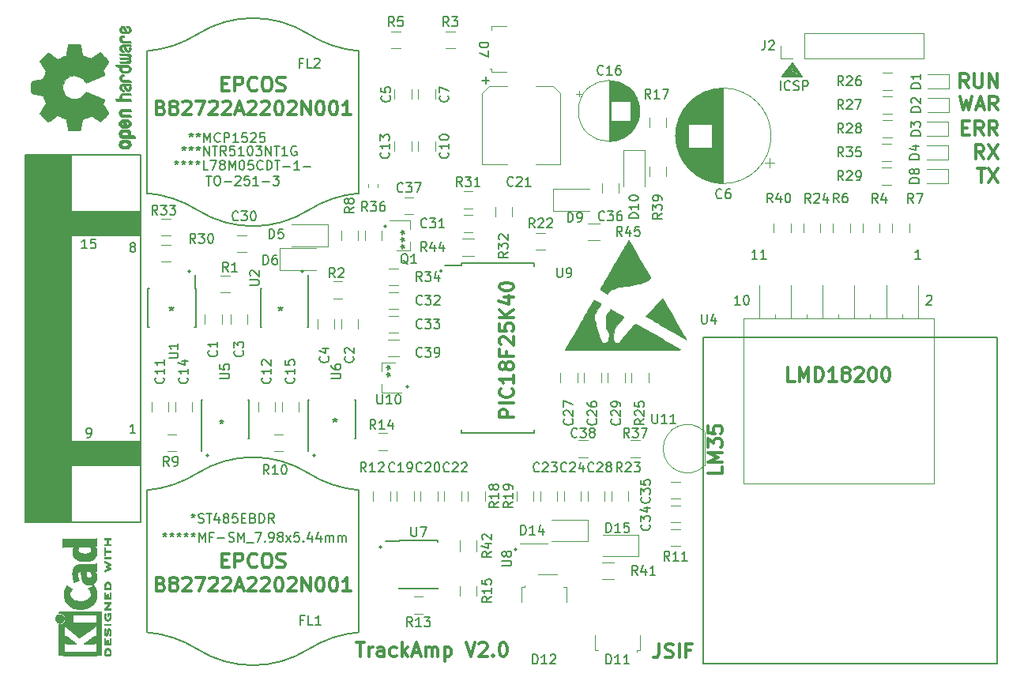
<source format=gbr>
G04 #@! TF.GenerationSoftware,KiCad,Pcbnew,(5.0.0)*
G04 #@! TF.CreationDate,2018-12-13T19:23:09+01:00*
G04 #@! TF.ProjectId,TrackAmplifier,547261636B416D706C69666965722E6B,rev?*
G04 #@! TF.SameCoordinates,Original*
G04 #@! TF.FileFunction,Legend,Top*
G04 #@! TF.FilePolarity,Positive*
%FSLAX46Y46*%
G04 Gerber Fmt 4.6, Leading zero omitted, Abs format (unit mm)*
G04 Created by KiCad (PCBNEW (5.0.0)) date 12/13/18 19:23:09*
%MOMM*%
%LPD*%
G01*
G04 APERTURE LIST*
%ADD10C,0.300000*%
%ADD11C,0.150000*%
%ADD12C,0.200000*%
%ADD13C,0.120000*%
%ADD14C,0.010000*%
G04 APERTURE END LIST*
D10*
X118096000Y-117400571D02*
X118096000Y-118472000D01*
X118024571Y-118686285D01*
X117881714Y-118829142D01*
X117667428Y-118900571D01*
X117524571Y-118900571D01*
X118738857Y-118829142D02*
X118953142Y-118900571D01*
X119310285Y-118900571D01*
X119453142Y-118829142D01*
X119524571Y-118757714D01*
X119596000Y-118614857D01*
X119596000Y-118472000D01*
X119524571Y-118329142D01*
X119453142Y-118257714D01*
X119310285Y-118186285D01*
X119024571Y-118114857D01*
X118881714Y-118043428D01*
X118810285Y-117972000D01*
X118738857Y-117829142D01*
X118738857Y-117686285D01*
X118810285Y-117543428D01*
X118881714Y-117472000D01*
X119024571Y-117400571D01*
X119381714Y-117400571D01*
X119596000Y-117472000D01*
X120238857Y-118900571D02*
X120238857Y-117400571D01*
X121453142Y-118114857D02*
X120953142Y-118114857D01*
X120953142Y-118900571D02*
X120953142Y-117400571D01*
X121667428Y-117400571D01*
X85672142Y-117273571D02*
X86529285Y-117273571D01*
X86100714Y-118773571D02*
X86100714Y-117273571D01*
X87029285Y-118773571D02*
X87029285Y-117773571D01*
X87029285Y-118059285D02*
X87100714Y-117916428D01*
X87172142Y-117845000D01*
X87315000Y-117773571D01*
X87457857Y-117773571D01*
X88600714Y-118773571D02*
X88600714Y-117987857D01*
X88529285Y-117845000D01*
X88386428Y-117773571D01*
X88100714Y-117773571D01*
X87957857Y-117845000D01*
X88600714Y-118702142D02*
X88457857Y-118773571D01*
X88100714Y-118773571D01*
X87957857Y-118702142D01*
X87886428Y-118559285D01*
X87886428Y-118416428D01*
X87957857Y-118273571D01*
X88100714Y-118202142D01*
X88457857Y-118202142D01*
X88600714Y-118130714D01*
X89957857Y-118702142D02*
X89815000Y-118773571D01*
X89529285Y-118773571D01*
X89386428Y-118702142D01*
X89315000Y-118630714D01*
X89243571Y-118487857D01*
X89243571Y-118059285D01*
X89315000Y-117916428D01*
X89386428Y-117845000D01*
X89529285Y-117773571D01*
X89815000Y-117773571D01*
X89957857Y-117845000D01*
X90600714Y-118773571D02*
X90600714Y-117273571D01*
X90743571Y-118202142D02*
X91172142Y-118773571D01*
X91172142Y-117773571D02*
X90600714Y-118345000D01*
X91743571Y-118345000D02*
X92457857Y-118345000D01*
X91600714Y-118773571D02*
X92100714Y-117273571D01*
X92600714Y-118773571D01*
X93100714Y-118773571D02*
X93100714Y-117773571D01*
X93100714Y-117916428D02*
X93172142Y-117845000D01*
X93315000Y-117773571D01*
X93529285Y-117773571D01*
X93672142Y-117845000D01*
X93743571Y-117987857D01*
X93743571Y-118773571D01*
X93743571Y-117987857D02*
X93815000Y-117845000D01*
X93957857Y-117773571D01*
X94172142Y-117773571D01*
X94315000Y-117845000D01*
X94386428Y-117987857D01*
X94386428Y-118773571D01*
X95100714Y-117773571D02*
X95100714Y-119273571D01*
X95100714Y-117845000D02*
X95243571Y-117773571D01*
X95529285Y-117773571D01*
X95672142Y-117845000D01*
X95743571Y-117916428D01*
X95815000Y-118059285D01*
X95815000Y-118487857D01*
X95743571Y-118630714D01*
X95672142Y-118702142D01*
X95529285Y-118773571D01*
X95243571Y-118773571D01*
X95100714Y-118702142D01*
X97386428Y-117273571D02*
X97886428Y-118773571D01*
X98386428Y-117273571D01*
X98815000Y-117416428D02*
X98886428Y-117345000D01*
X99029285Y-117273571D01*
X99386428Y-117273571D01*
X99529285Y-117345000D01*
X99600714Y-117416428D01*
X99672142Y-117559285D01*
X99672142Y-117702142D01*
X99600714Y-117916428D01*
X98743571Y-118773571D01*
X99672142Y-118773571D01*
X100315000Y-118630714D02*
X100386428Y-118702142D01*
X100315000Y-118773571D01*
X100243571Y-118702142D01*
X100315000Y-118630714D01*
X100315000Y-118773571D01*
X101315000Y-117273571D02*
X101457857Y-117273571D01*
X101600714Y-117345000D01*
X101672142Y-117416428D01*
X101743571Y-117559285D01*
X101815000Y-117845000D01*
X101815000Y-118202142D01*
X101743571Y-118487857D01*
X101672142Y-118630714D01*
X101600714Y-118702142D01*
X101457857Y-118773571D01*
X101315000Y-118773571D01*
X101172142Y-118702142D01*
X101100714Y-118630714D01*
X101029285Y-118487857D01*
X100957857Y-118202142D01*
X100957857Y-117845000D01*
X101029285Y-117559285D01*
X101100714Y-117416428D01*
X101172142Y-117345000D01*
X101315000Y-117273571D01*
D11*
X131073809Y-58095380D02*
X131073809Y-57095380D01*
X132121428Y-58000142D02*
X132073809Y-58047761D01*
X131930952Y-58095380D01*
X131835714Y-58095380D01*
X131692857Y-58047761D01*
X131597619Y-57952523D01*
X131550000Y-57857285D01*
X131502380Y-57666809D01*
X131502380Y-57523952D01*
X131550000Y-57333476D01*
X131597619Y-57238238D01*
X131692857Y-57143000D01*
X131835714Y-57095380D01*
X131930952Y-57095380D01*
X132073809Y-57143000D01*
X132121428Y-57190619D01*
X132502380Y-58047761D02*
X132645238Y-58095380D01*
X132883333Y-58095380D01*
X132978571Y-58047761D01*
X133026190Y-58000142D01*
X133073809Y-57904904D01*
X133073809Y-57809666D01*
X133026190Y-57714428D01*
X132978571Y-57666809D01*
X132883333Y-57619190D01*
X132692857Y-57571571D01*
X132597619Y-57523952D01*
X132550000Y-57476333D01*
X132502380Y-57381095D01*
X132502380Y-57285857D01*
X132550000Y-57190619D01*
X132597619Y-57143000D01*
X132692857Y-57095380D01*
X132930952Y-57095380D01*
X133073809Y-57143000D01*
X133502380Y-58095380D02*
X133502380Y-57095380D01*
X133883333Y-57095380D01*
X133978571Y-57143000D01*
X134026190Y-57190619D01*
X134073809Y-57285857D01*
X134073809Y-57428714D01*
X134026190Y-57523952D01*
X133978571Y-57571571D01*
X133883333Y-57619190D01*
X133502380Y-57619190D01*
X65122142Y-105482380D02*
X65122142Y-105720476D01*
X64884047Y-105625238D02*
X65122142Y-105720476D01*
X65360238Y-105625238D01*
X64979285Y-105910952D02*
X65122142Y-105720476D01*
X65265000Y-105910952D01*
X65884047Y-105482380D02*
X65884047Y-105720476D01*
X65645952Y-105625238D02*
X65884047Y-105720476D01*
X66122142Y-105625238D01*
X65741190Y-105910952D02*
X65884047Y-105720476D01*
X66026904Y-105910952D01*
X66645952Y-105482380D02*
X66645952Y-105720476D01*
X66407857Y-105625238D02*
X66645952Y-105720476D01*
X66884047Y-105625238D01*
X66503095Y-105910952D02*
X66645952Y-105720476D01*
X66788809Y-105910952D01*
X67407857Y-105482380D02*
X67407857Y-105720476D01*
X67169761Y-105625238D02*
X67407857Y-105720476D01*
X67645952Y-105625238D01*
X67265000Y-105910952D02*
X67407857Y-105720476D01*
X67550714Y-105910952D01*
X68169761Y-105482380D02*
X68169761Y-105720476D01*
X67931666Y-105625238D02*
X68169761Y-105720476D01*
X68407857Y-105625238D01*
X68026904Y-105910952D02*
X68169761Y-105720476D01*
X68312619Y-105910952D01*
X68788809Y-106482380D02*
X68788809Y-105482380D01*
X69122142Y-106196666D01*
X69455476Y-105482380D01*
X69455476Y-106482380D01*
X70265000Y-105958571D02*
X69931666Y-105958571D01*
X69931666Y-106482380D02*
X69931666Y-105482380D01*
X70407857Y-105482380D01*
X70788809Y-106101428D02*
X71550714Y-106101428D01*
X71979285Y-106434761D02*
X72122142Y-106482380D01*
X72360238Y-106482380D01*
X72455476Y-106434761D01*
X72503095Y-106387142D01*
X72550714Y-106291904D01*
X72550714Y-106196666D01*
X72503095Y-106101428D01*
X72455476Y-106053809D01*
X72360238Y-106006190D01*
X72169761Y-105958571D01*
X72074523Y-105910952D01*
X72026904Y-105863333D01*
X71979285Y-105768095D01*
X71979285Y-105672857D01*
X72026904Y-105577619D01*
X72074523Y-105530000D01*
X72169761Y-105482380D01*
X72407857Y-105482380D01*
X72550714Y-105530000D01*
X72979285Y-106482380D02*
X72979285Y-105482380D01*
X73312619Y-106196666D01*
X73645952Y-105482380D01*
X73645952Y-106482380D01*
X73884047Y-106577619D02*
X74645952Y-106577619D01*
X74788809Y-105482380D02*
X75455476Y-105482380D01*
X75026904Y-106482380D01*
X75836428Y-106387142D02*
X75884047Y-106434761D01*
X75836428Y-106482380D01*
X75788809Y-106434761D01*
X75836428Y-106387142D01*
X75836428Y-106482380D01*
X76360238Y-106482380D02*
X76550714Y-106482380D01*
X76645952Y-106434761D01*
X76693571Y-106387142D01*
X76788809Y-106244285D01*
X76836428Y-106053809D01*
X76836428Y-105672857D01*
X76788809Y-105577619D01*
X76741190Y-105530000D01*
X76645952Y-105482380D01*
X76455476Y-105482380D01*
X76360238Y-105530000D01*
X76312619Y-105577619D01*
X76265000Y-105672857D01*
X76265000Y-105910952D01*
X76312619Y-106006190D01*
X76360238Y-106053809D01*
X76455476Y-106101428D01*
X76645952Y-106101428D01*
X76741190Y-106053809D01*
X76788809Y-106006190D01*
X76836428Y-105910952D01*
X77407857Y-105910952D02*
X77312619Y-105863333D01*
X77265000Y-105815714D01*
X77217380Y-105720476D01*
X77217380Y-105672857D01*
X77265000Y-105577619D01*
X77312619Y-105530000D01*
X77407857Y-105482380D01*
X77598333Y-105482380D01*
X77693571Y-105530000D01*
X77741190Y-105577619D01*
X77788809Y-105672857D01*
X77788809Y-105720476D01*
X77741190Y-105815714D01*
X77693571Y-105863333D01*
X77598333Y-105910952D01*
X77407857Y-105910952D01*
X77312619Y-105958571D01*
X77265000Y-106006190D01*
X77217380Y-106101428D01*
X77217380Y-106291904D01*
X77265000Y-106387142D01*
X77312619Y-106434761D01*
X77407857Y-106482380D01*
X77598333Y-106482380D01*
X77693571Y-106434761D01*
X77741190Y-106387142D01*
X77788809Y-106291904D01*
X77788809Y-106101428D01*
X77741190Y-106006190D01*
X77693571Y-105958571D01*
X77598333Y-105910952D01*
X78122142Y-106482380D02*
X78645952Y-105815714D01*
X78122142Y-105815714D02*
X78645952Y-106482380D01*
X79503095Y-105482380D02*
X79026904Y-105482380D01*
X78979285Y-105958571D01*
X79026904Y-105910952D01*
X79122142Y-105863333D01*
X79360238Y-105863333D01*
X79455476Y-105910952D01*
X79503095Y-105958571D01*
X79550714Y-106053809D01*
X79550714Y-106291904D01*
X79503095Y-106387142D01*
X79455476Y-106434761D01*
X79360238Y-106482380D01*
X79122142Y-106482380D01*
X79026904Y-106434761D01*
X78979285Y-106387142D01*
X79979285Y-106387142D02*
X80026904Y-106434761D01*
X79979285Y-106482380D01*
X79931666Y-106434761D01*
X79979285Y-106387142D01*
X79979285Y-106482380D01*
X80884047Y-105815714D02*
X80884047Y-106482380D01*
X80645952Y-105434761D02*
X80407857Y-106149047D01*
X81026904Y-106149047D01*
X81836428Y-105815714D02*
X81836428Y-106482380D01*
X81598333Y-105434761D02*
X81360238Y-106149047D01*
X81979285Y-106149047D01*
X82360238Y-106482380D02*
X82360238Y-105815714D01*
X82360238Y-105910952D02*
X82407857Y-105863333D01*
X82503095Y-105815714D01*
X82645952Y-105815714D01*
X82741190Y-105863333D01*
X82788809Y-105958571D01*
X82788809Y-106482380D01*
X82788809Y-105958571D02*
X82836428Y-105863333D01*
X82931666Y-105815714D01*
X83074523Y-105815714D01*
X83169761Y-105863333D01*
X83217380Y-105958571D01*
X83217380Y-106482380D01*
X83693571Y-106482380D02*
X83693571Y-105815714D01*
X83693571Y-105910952D02*
X83741190Y-105863333D01*
X83836428Y-105815714D01*
X83979285Y-105815714D01*
X84074523Y-105863333D01*
X84122142Y-105958571D01*
X84122142Y-106482380D01*
X84122142Y-105958571D02*
X84169761Y-105863333D01*
X84265000Y-105815714D01*
X84407857Y-105815714D01*
X84503095Y-105863333D01*
X84550714Y-105958571D01*
X84550714Y-106482380D01*
X56794523Y-75049880D02*
X56223095Y-75049880D01*
X56508809Y-75049880D02*
X56508809Y-74049880D01*
X56413571Y-74192738D01*
X56318333Y-74287976D01*
X56223095Y-74335595D01*
X57699285Y-74049880D02*
X57223095Y-74049880D01*
X57175476Y-74526071D01*
X57223095Y-74478452D01*
X57318333Y-74430833D01*
X57556428Y-74430833D01*
X57651666Y-74478452D01*
X57699285Y-74526071D01*
X57746904Y-74621309D01*
X57746904Y-74859404D01*
X57699285Y-74954642D01*
X57651666Y-75002261D01*
X57556428Y-75049880D01*
X57318333Y-75049880D01*
X57223095Y-75002261D01*
X57175476Y-74954642D01*
X56794523Y-95306380D02*
X56985000Y-95306380D01*
X57080238Y-95258761D01*
X57127857Y-95211142D01*
X57223095Y-95068285D01*
X57270714Y-94877809D01*
X57270714Y-94496857D01*
X57223095Y-94401619D01*
X57175476Y-94354000D01*
X57080238Y-94306380D01*
X56889761Y-94306380D01*
X56794523Y-94354000D01*
X56746904Y-94401619D01*
X56699285Y-94496857D01*
X56699285Y-94734952D01*
X56746904Y-94830190D01*
X56794523Y-94877809D01*
X56889761Y-94925428D01*
X57080238Y-94925428D01*
X57175476Y-94877809D01*
X57223095Y-94830190D01*
X57270714Y-94734952D01*
X61588761Y-74859452D02*
X61493523Y-74811833D01*
X61445904Y-74764214D01*
X61398285Y-74668976D01*
X61398285Y-74621357D01*
X61445904Y-74526119D01*
X61493523Y-74478500D01*
X61588761Y-74430880D01*
X61779238Y-74430880D01*
X61874476Y-74478500D01*
X61922095Y-74526119D01*
X61969714Y-74621357D01*
X61969714Y-74668976D01*
X61922095Y-74764214D01*
X61874476Y-74811833D01*
X61779238Y-74859452D01*
X61588761Y-74859452D01*
X61493523Y-74907071D01*
X61445904Y-74954690D01*
X61398285Y-75049928D01*
X61398285Y-75240404D01*
X61445904Y-75335642D01*
X61493523Y-75383261D01*
X61588761Y-75430880D01*
X61779238Y-75430880D01*
X61874476Y-75383261D01*
X61922095Y-75335642D01*
X61969714Y-75240404D01*
X61969714Y-75049928D01*
X61922095Y-74954690D01*
X61874476Y-74907071D01*
X61779238Y-74859452D01*
X61969714Y-94861880D02*
X61398285Y-94861880D01*
X61684000Y-94861880D02*
X61684000Y-93861880D01*
X61588761Y-94004738D01*
X61493523Y-94099976D01*
X61398285Y-94147595D01*
X66380952Y-65627380D02*
X66380952Y-65865476D01*
X66142857Y-65770238D02*
X66380952Y-65865476D01*
X66619047Y-65770238D01*
X66238095Y-66055952D02*
X66380952Y-65865476D01*
X66523809Y-66055952D01*
X67142857Y-65627380D02*
X67142857Y-65865476D01*
X66904761Y-65770238D02*
X67142857Y-65865476D01*
X67380952Y-65770238D01*
X67000000Y-66055952D02*
X67142857Y-65865476D01*
X67285714Y-66055952D01*
X67904761Y-65627380D02*
X67904761Y-65865476D01*
X67666666Y-65770238D02*
X67904761Y-65865476D01*
X68142857Y-65770238D01*
X67761904Y-66055952D02*
X67904761Y-65865476D01*
X68047619Y-66055952D01*
X68666666Y-65627380D02*
X68666666Y-65865476D01*
X68428571Y-65770238D02*
X68666666Y-65865476D01*
X68904761Y-65770238D01*
X68523809Y-66055952D02*
X68666666Y-65865476D01*
X68809523Y-66055952D01*
X69761904Y-66627380D02*
X69285714Y-66627380D01*
X69285714Y-65627380D01*
X70000000Y-65627380D02*
X70666666Y-65627380D01*
X70238095Y-66627380D01*
X71190476Y-66055952D02*
X71095238Y-66008333D01*
X71047619Y-65960714D01*
X71000000Y-65865476D01*
X71000000Y-65817857D01*
X71047619Y-65722619D01*
X71095238Y-65675000D01*
X71190476Y-65627380D01*
X71380952Y-65627380D01*
X71476190Y-65675000D01*
X71523809Y-65722619D01*
X71571428Y-65817857D01*
X71571428Y-65865476D01*
X71523809Y-65960714D01*
X71476190Y-66008333D01*
X71380952Y-66055952D01*
X71190476Y-66055952D01*
X71095238Y-66103571D01*
X71047619Y-66151190D01*
X71000000Y-66246428D01*
X71000000Y-66436904D01*
X71047619Y-66532142D01*
X71095238Y-66579761D01*
X71190476Y-66627380D01*
X71380952Y-66627380D01*
X71476190Y-66579761D01*
X71523809Y-66532142D01*
X71571428Y-66436904D01*
X71571428Y-66246428D01*
X71523809Y-66151190D01*
X71476190Y-66103571D01*
X71380952Y-66055952D01*
X72000000Y-66627380D02*
X72000000Y-65627380D01*
X72333333Y-66341666D01*
X72666666Y-65627380D01*
X72666666Y-66627380D01*
X73333333Y-65627380D02*
X73428571Y-65627380D01*
X73523809Y-65675000D01*
X73571428Y-65722619D01*
X73619047Y-65817857D01*
X73666666Y-66008333D01*
X73666666Y-66246428D01*
X73619047Y-66436904D01*
X73571428Y-66532142D01*
X73523809Y-66579761D01*
X73428571Y-66627380D01*
X73333333Y-66627380D01*
X73238095Y-66579761D01*
X73190476Y-66532142D01*
X73142857Y-66436904D01*
X73095238Y-66246428D01*
X73095238Y-66008333D01*
X73142857Y-65817857D01*
X73190476Y-65722619D01*
X73238095Y-65675000D01*
X73333333Y-65627380D01*
X74571428Y-65627380D02*
X74095238Y-65627380D01*
X74047619Y-66103571D01*
X74095238Y-66055952D01*
X74190476Y-66008333D01*
X74428571Y-66008333D01*
X74523809Y-66055952D01*
X74571428Y-66103571D01*
X74619047Y-66198809D01*
X74619047Y-66436904D01*
X74571428Y-66532142D01*
X74523809Y-66579761D01*
X74428571Y-66627380D01*
X74190476Y-66627380D01*
X74095238Y-66579761D01*
X74047619Y-66532142D01*
X75619047Y-66532142D02*
X75571428Y-66579761D01*
X75428571Y-66627380D01*
X75333333Y-66627380D01*
X75190476Y-66579761D01*
X75095238Y-66484523D01*
X75047619Y-66389285D01*
X75000000Y-66198809D01*
X75000000Y-66055952D01*
X75047619Y-65865476D01*
X75095238Y-65770238D01*
X75190476Y-65675000D01*
X75333333Y-65627380D01*
X75428571Y-65627380D01*
X75571428Y-65675000D01*
X75619047Y-65722619D01*
X76047619Y-66627380D02*
X76047619Y-65627380D01*
X76285714Y-65627380D01*
X76428571Y-65675000D01*
X76523809Y-65770238D01*
X76571428Y-65865476D01*
X76619047Y-66055952D01*
X76619047Y-66198809D01*
X76571428Y-66389285D01*
X76523809Y-66484523D01*
X76428571Y-66579761D01*
X76285714Y-66627380D01*
X76047619Y-66627380D01*
X76904761Y-65627380D02*
X77476190Y-65627380D01*
X77190476Y-66627380D02*
X77190476Y-65627380D01*
X77809523Y-66246428D02*
X78571428Y-66246428D01*
X79571428Y-66627380D02*
X79000000Y-66627380D01*
X79285714Y-66627380D02*
X79285714Y-65627380D01*
X79190476Y-65770238D01*
X79095238Y-65865476D01*
X79000000Y-65913095D01*
X80000000Y-66246428D02*
X80761904Y-66246428D01*
X69547619Y-67277380D02*
X70119047Y-67277380D01*
X69833333Y-68277380D02*
X69833333Y-67277380D01*
X70642857Y-67277380D02*
X70833333Y-67277380D01*
X70928571Y-67325000D01*
X71023809Y-67420238D01*
X71071428Y-67610714D01*
X71071428Y-67944047D01*
X71023809Y-68134523D01*
X70928571Y-68229761D01*
X70833333Y-68277380D01*
X70642857Y-68277380D01*
X70547619Y-68229761D01*
X70452380Y-68134523D01*
X70404761Y-67944047D01*
X70404761Y-67610714D01*
X70452380Y-67420238D01*
X70547619Y-67325000D01*
X70642857Y-67277380D01*
X71500000Y-67896428D02*
X72261904Y-67896428D01*
X72690476Y-67372619D02*
X72738095Y-67325000D01*
X72833333Y-67277380D01*
X73071428Y-67277380D01*
X73166666Y-67325000D01*
X73214285Y-67372619D01*
X73261904Y-67467857D01*
X73261904Y-67563095D01*
X73214285Y-67705952D01*
X72642857Y-68277380D01*
X73261904Y-68277380D01*
X74166666Y-67277380D02*
X73690476Y-67277380D01*
X73642857Y-67753571D01*
X73690476Y-67705952D01*
X73785714Y-67658333D01*
X74023809Y-67658333D01*
X74119047Y-67705952D01*
X74166666Y-67753571D01*
X74214285Y-67848809D01*
X74214285Y-68086904D01*
X74166666Y-68182142D01*
X74119047Y-68229761D01*
X74023809Y-68277380D01*
X73785714Y-68277380D01*
X73690476Y-68229761D01*
X73642857Y-68182142D01*
X75166666Y-68277380D02*
X74595238Y-68277380D01*
X74880952Y-68277380D02*
X74880952Y-67277380D01*
X74785714Y-67420238D01*
X74690476Y-67515476D01*
X74595238Y-67563095D01*
X75595238Y-67896428D02*
X76357142Y-67896428D01*
X76738095Y-67277380D02*
X77357142Y-67277380D01*
X77023809Y-67658333D01*
X77166666Y-67658333D01*
X77261904Y-67705952D01*
X77309523Y-67753571D01*
X77357142Y-67848809D01*
X77357142Y-68086904D01*
X77309523Y-68182142D01*
X77261904Y-68229761D01*
X77166666Y-68277380D01*
X76880952Y-68277380D01*
X76785714Y-68229761D01*
X76738095Y-68182142D01*
X90409880Y-74851404D02*
X90647976Y-74851404D01*
X90552738Y-75089500D02*
X90647976Y-74851404D01*
X90552738Y-74613309D01*
X90838452Y-74994261D02*
X90647976Y-74851404D01*
X90838452Y-74708547D01*
X90409880Y-74089500D02*
X90647976Y-74089500D01*
X90552738Y-74327595D02*
X90647976Y-74089500D01*
X90552738Y-73851404D01*
X90838452Y-74232357D02*
X90647976Y-74089500D01*
X90838452Y-73946642D01*
X90409880Y-73327595D02*
X90647976Y-73327595D01*
X90552738Y-73565690D02*
X90647976Y-73327595D01*
X90552738Y-73089500D01*
X90838452Y-73470452D02*
X90647976Y-73327595D01*
X90838452Y-73184738D01*
X67166666Y-64080380D02*
X67166666Y-64318476D01*
X66928571Y-64223238D02*
X67166666Y-64318476D01*
X67404761Y-64223238D01*
X67023809Y-64508952D02*
X67166666Y-64318476D01*
X67309523Y-64508952D01*
X67928571Y-64080380D02*
X67928571Y-64318476D01*
X67690476Y-64223238D02*
X67928571Y-64318476D01*
X68166666Y-64223238D01*
X67785714Y-64508952D02*
X67928571Y-64318476D01*
X68071428Y-64508952D01*
X68690476Y-64080380D02*
X68690476Y-64318476D01*
X68452380Y-64223238D02*
X68690476Y-64318476D01*
X68928571Y-64223238D01*
X68547619Y-64508952D02*
X68690476Y-64318476D01*
X68833333Y-64508952D01*
X69309523Y-65080380D02*
X69309523Y-64080380D01*
X69880952Y-65080380D01*
X69880952Y-64080380D01*
X70214285Y-64080380D02*
X70785714Y-64080380D01*
X70500000Y-65080380D02*
X70500000Y-64080380D01*
X71690476Y-65080380D02*
X71357142Y-64604190D01*
X71119047Y-65080380D02*
X71119047Y-64080380D01*
X71500000Y-64080380D01*
X71595238Y-64128000D01*
X71642857Y-64175619D01*
X71690476Y-64270857D01*
X71690476Y-64413714D01*
X71642857Y-64508952D01*
X71595238Y-64556571D01*
X71500000Y-64604190D01*
X71119047Y-64604190D01*
X72595238Y-64080380D02*
X72119047Y-64080380D01*
X72071428Y-64556571D01*
X72119047Y-64508952D01*
X72214285Y-64461333D01*
X72452380Y-64461333D01*
X72547619Y-64508952D01*
X72595238Y-64556571D01*
X72642857Y-64651809D01*
X72642857Y-64889904D01*
X72595238Y-64985142D01*
X72547619Y-65032761D01*
X72452380Y-65080380D01*
X72214285Y-65080380D01*
X72119047Y-65032761D01*
X72071428Y-64985142D01*
X73595238Y-65080380D02*
X73023809Y-65080380D01*
X73309523Y-65080380D02*
X73309523Y-64080380D01*
X73214285Y-64223238D01*
X73119047Y-64318476D01*
X73023809Y-64366095D01*
X74214285Y-64080380D02*
X74309523Y-64080380D01*
X74404761Y-64128000D01*
X74452380Y-64175619D01*
X74500000Y-64270857D01*
X74547619Y-64461333D01*
X74547619Y-64699428D01*
X74500000Y-64889904D01*
X74452380Y-64985142D01*
X74404761Y-65032761D01*
X74309523Y-65080380D01*
X74214285Y-65080380D01*
X74119047Y-65032761D01*
X74071428Y-64985142D01*
X74023809Y-64889904D01*
X73976190Y-64699428D01*
X73976190Y-64461333D01*
X74023809Y-64270857D01*
X74071428Y-64175619D01*
X74119047Y-64128000D01*
X74214285Y-64080380D01*
X74880952Y-64080380D02*
X75500000Y-64080380D01*
X75166666Y-64461333D01*
X75309523Y-64461333D01*
X75404761Y-64508952D01*
X75452380Y-64556571D01*
X75500000Y-64651809D01*
X75500000Y-64889904D01*
X75452380Y-64985142D01*
X75404761Y-65032761D01*
X75309523Y-65080380D01*
X75023809Y-65080380D01*
X74928571Y-65032761D01*
X74880952Y-64985142D01*
X75928571Y-65080380D02*
X75928571Y-64080380D01*
X76500000Y-65080380D01*
X76500000Y-64080380D01*
X76833333Y-64080380D02*
X77404761Y-64080380D01*
X77119047Y-65080380D02*
X77119047Y-64080380D01*
X78261904Y-65080380D02*
X77690476Y-65080380D01*
X77976190Y-65080380D02*
X77976190Y-64080380D01*
X77880952Y-64223238D01*
X77785714Y-64318476D01*
X77690476Y-64366095D01*
X79214285Y-64128000D02*
X79119047Y-64080380D01*
X78976190Y-64080380D01*
X78833333Y-64128000D01*
X78738095Y-64223238D01*
X78690476Y-64318476D01*
X78642857Y-64508952D01*
X78642857Y-64651809D01*
X78690476Y-64842285D01*
X78738095Y-64937523D01*
X78833333Y-65032761D01*
X78976190Y-65080380D01*
X79071428Y-65080380D01*
X79214285Y-65032761D01*
X79261904Y-64985142D01*
X79261904Y-64651809D01*
X79071428Y-64651809D01*
X88885880Y-88567452D02*
X89123976Y-88567452D01*
X89028738Y-88805547D02*
X89123976Y-88567452D01*
X89028738Y-88329357D01*
X89314452Y-88710309D02*
X89123976Y-88567452D01*
X89314452Y-88424595D01*
X88885880Y-87805547D02*
X89123976Y-87805547D01*
X89028738Y-88043642D02*
X89123976Y-87805547D01*
X89028738Y-87567452D01*
X89314452Y-87948404D02*
X89123976Y-87805547D01*
X89314452Y-87662690D01*
X67961904Y-62652380D02*
X67961904Y-62890476D01*
X67723809Y-62795238D02*
X67961904Y-62890476D01*
X68200000Y-62795238D01*
X67819047Y-63080952D02*
X67961904Y-62890476D01*
X68104761Y-63080952D01*
X68723809Y-62652380D02*
X68723809Y-62890476D01*
X68485714Y-62795238D02*
X68723809Y-62890476D01*
X68961904Y-62795238D01*
X68580952Y-63080952D02*
X68723809Y-62890476D01*
X68866666Y-63080952D01*
X69342857Y-63652380D02*
X69342857Y-62652380D01*
X69676190Y-63366666D01*
X70009523Y-62652380D01*
X70009523Y-63652380D01*
X71057142Y-63557142D02*
X71009523Y-63604761D01*
X70866666Y-63652380D01*
X70771428Y-63652380D01*
X70628571Y-63604761D01*
X70533333Y-63509523D01*
X70485714Y-63414285D01*
X70438095Y-63223809D01*
X70438095Y-63080952D01*
X70485714Y-62890476D01*
X70533333Y-62795238D01*
X70628571Y-62700000D01*
X70771428Y-62652380D01*
X70866666Y-62652380D01*
X71009523Y-62700000D01*
X71057142Y-62747619D01*
X71485714Y-63652380D02*
X71485714Y-62652380D01*
X71866666Y-62652380D01*
X71961904Y-62700000D01*
X72009523Y-62747619D01*
X72057142Y-62842857D01*
X72057142Y-62985714D01*
X72009523Y-63080952D01*
X71961904Y-63128571D01*
X71866666Y-63176190D01*
X71485714Y-63176190D01*
X73009523Y-63652380D02*
X72438095Y-63652380D01*
X72723809Y-63652380D02*
X72723809Y-62652380D01*
X72628571Y-62795238D01*
X72533333Y-62890476D01*
X72438095Y-62938095D01*
X73914285Y-62652380D02*
X73438095Y-62652380D01*
X73390476Y-63128571D01*
X73438095Y-63080952D01*
X73533333Y-63033333D01*
X73771428Y-63033333D01*
X73866666Y-63080952D01*
X73914285Y-63128571D01*
X73961904Y-63223809D01*
X73961904Y-63461904D01*
X73914285Y-63557142D01*
X73866666Y-63604761D01*
X73771428Y-63652380D01*
X73533333Y-63652380D01*
X73438095Y-63604761D01*
X73390476Y-63557142D01*
X74342857Y-62747619D02*
X74390476Y-62700000D01*
X74485714Y-62652380D01*
X74723809Y-62652380D01*
X74819047Y-62700000D01*
X74866666Y-62747619D01*
X74914285Y-62842857D01*
X74914285Y-62938095D01*
X74866666Y-63080952D01*
X74295238Y-63652380D01*
X74914285Y-63652380D01*
X75819047Y-62652380D02*
X75342857Y-62652380D01*
X75295238Y-63128571D01*
X75342857Y-63080952D01*
X75438095Y-63033333D01*
X75676190Y-63033333D01*
X75771428Y-63080952D01*
X75819047Y-63128571D01*
X75866666Y-63223809D01*
X75866666Y-63461904D01*
X75819047Y-63557142D01*
X75771428Y-63604761D01*
X75676190Y-63652380D01*
X75438095Y-63652380D01*
X75342857Y-63604761D01*
X75295238Y-63557142D01*
X126771523Y-81082380D02*
X126200095Y-81082380D01*
X126485809Y-81082380D02*
X126485809Y-80082380D01*
X126390571Y-80225238D01*
X126295333Y-80320476D01*
X126200095Y-80368095D01*
X127390571Y-80082380D02*
X127485809Y-80082380D01*
X127581047Y-80130000D01*
X127628666Y-80177619D01*
X127676285Y-80272857D01*
X127723904Y-80463333D01*
X127723904Y-80701428D01*
X127676285Y-80891904D01*
X127628666Y-80987142D01*
X127581047Y-81034761D01*
X127485809Y-81082380D01*
X127390571Y-81082380D01*
X127295333Y-81034761D01*
X127247714Y-80987142D01*
X127200095Y-80891904D01*
X127152476Y-80701428D01*
X127152476Y-80463333D01*
X127200095Y-80272857D01*
X127247714Y-80177619D01*
X127295333Y-80130000D01*
X127390571Y-80082380D01*
X146742285Y-80177619D02*
X146789904Y-80130000D01*
X146885142Y-80082380D01*
X147123238Y-80082380D01*
X147218476Y-80130000D01*
X147266095Y-80177619D01*
X147313714Y-80272857D01*
X147313714Y-80368095D01*
X147266095Y-80510952D01*
X146694666Y-81082380D01*
X147313714Y-81082380D01*
X128600323Y-76154780D02*
X128028895Y-76154780D01*
X128314609Y-76154780D02*
X128314609Y-75154780D01*
X128219371Y-75297638D01*
X128124133Y-75392876D01*
X128028895Y-75440495D01*
X129552704Y-76154780D02*
X128981276Y-76154780D01*
X129266990Y-76154780D02*
X129266990Y-75154780D01*
X129171752Y-75297638D01*
X129076514Y-75392876D01*
X128981276Y-75440495D01*
X146119914Y-76154780D02*
X145548485Y-76154780D01*
X145834200Y-76154780D02*
X145834200Y-75154780D01*
X145738961Y-75297638D01*
X145643723Y-75392876D01*
X145548485Y-75440495D01*
X83350200Y-93214180D02*
X83350200Y-93452276D01*
X83112104Y-93357038D02*
X83350200Y-93452276D01*
X83588295Y-93357038D01*
X83207342Y-93642752D02*
X83350200Y-93452276D01*
X83493057Y-93642752D01*
X71209000Y-93417380D02*
X71209000Y-93655476D01*
X70970904Y-93560238D02*
X71209000Y-93655476D01*
X71447095Y-93560238D01*
X71066142Y-93845952D02*
X71209000Y-93655476D01*
X71351857Y-93845952D01*
X77508200Y-81250780D02*
X77508200Y-81488876D01*
X77270104Y-81393638D02*
X77508200Y-81488876D01*
X77746295Y-81393638D01*
X77365342Y-81679352D02*
X77508200Y-81488876D01*
X77651057Y-81679352D01*
X65849600Y-81250780D02*
X65849600Y-81488876D01*
X65611504Y-81393638D02*
X65849600Y-81488876D01*
X66087695Y-81393638D01*
X65706742Y-81679352D02*
X65849600Y-81488876D01*
X65992457Y-81679352D01*
D12*
X88887400Y-72679800D02*
G75*
G03X88887400Y-72679800I-127000J0D01*
G01*
X91224200Y-89875600D02*
G75*
G03X91224200Y-89875600I-127000J0D01*
G01*
D11*
X68161904Y-103452380D02*
X68161904Y-103690476D01*
X67923809Y-103595238D02*
X68161904Y-103690476D01*
X68400000Y-103595238D01*
X68019047Y-103880952D02*
X68161904Y-103690476D01*
X68304761Y-103880952D01*
X68733333Y-104404761D02*
X68876190Y-104452380D01*
X69114285Y-104452380D01*
X69209523Y-104404761D01*
X69257142Y-104357142D01*
X69304761Y-104261904D01*
X69304761Y-104166666D01*
X69257142Y-104071428D01*
X69209523Y-104023809D01*
X69114285Y-103976190D01*
X68923809Y-103928571D01*
X68828571Y-103880952D01*
X68780952Y-103833333D01*
X68733333Y-103738095D01*
X68733333Y-103642857D01*
X68780952Y-103547619D01*
X68828571Y-103500000D01*
X68923809Y-103452380D01*
X69161904Y-103452380D01*
X69304761Y-103500000D01*
X69590476Y-103452380D02*
X70161904Y-103452380D01*
X69876190Y-104452380D02*
X69876190Y-103452380D01*
X70923809Y-103785714D02*
X70923809Y-104452380D01*
X70685714Y-103404761D02*
X70447619Y-104119047D01*
X71066666Y-104119047D01*
X71590476Y-103880952D02*
X71495238Y-103833333D01*
X71447619Y-103785714D01*
X71400000Y-103690476D01*
X71400000Y-103642857D01*
X71447619Y-103547619D01*
X71495238Y-103500000D01*
X71590476Y-103452380D01*
X71780952Y-103452380D01*
X71876190Y-103500000D01*
X71923809Y-103547619D01*
X71971428Y-103642857D01*
X71971428Y-103690476D01*
X71923809Y-103785714D01*
X71876190Y-103833333D01*
X71780952Y-103880952D01*
X71590476Y-103880952D01*
X71495238Y-103928571D01*
X71447619Y-103976190D01*
X71400000Y-104071428D01*
X71400000Y-104261904D01*
X71447619Y-104357142D01*
X71495238Y-104404761D01*
X71590476Y-104452380D01*
X71780952Y-104452380D01*
X71876190Y-104404761D01*
X71923809Y-104357142D01*
X71971428Y-104261904D01*
X71971428Y-104071428D01*
X71923809Y-103976190D01*
X71876190Y-103928571D01*
X71780952Y-103880952D01*
X72876190Y-103452380D02*
X72400000Y-103452380D01*
X72352380Y-103928571D01*
X72400000Y-103880952D01*
X72495238Y-103833333D01*
X72733333Y-103833333D01*
X72828571Y-103880952D01*
X72876190Y-103928571D01*
X72923809Y-104023809D01*
X72923809Y-104261904D01*
X72876190Y-104357142D01*
X72828571Y-104404761D01*
X72733333Y-104452380D01*
X72495238Y-104452380D01*
X72400000Y-104404761D01*
X72352380Y-104357142D01*
X73352380Y-103928571D02*
X73685714Y-103928571D01*
X73828571Y-104452380D02*
X73352380Y-104452380D01*
X73352380Y-103452380D01*
X73828571Y-103452380D01*
X74590476Y-103928571D02*
X74733333Y-103976190D01*
X74780952Y-104023809D01*
X74828571Y-104119047D01*
X74828571Y-104261904D01*
X74780952Y-104357142D01*
X74733333Y-104404761D01*
X74638095Y-104452380D01*
X74257142Y-104452380D01*
X74257142Y-103452380D01*
X74590476Y-103452380D01*
X74685714Y-103500000D01*
X74733333Y-103547619D01*
X74780952Y-103642857D01*
X74780952Y-103738095D01*
X74733333Y-103833333D01*
X74685714Y-103880952D01*
X74590476Y-103928571D01*
X74257142Y-103928571D01*
X75257142Y-104452380D02*
X75257142Y-103452380D01*
X75495238Y-103452380D01*
X75638095Y-103500000D01*
X75733333Y-103595238D01*
X75780952Y-103690476D01*
X75828571Y-103880952D01*
X75828571Y-104023809D01*
X75780952Y-104214285D01*
X75733333Y-104309523D01*
X75638095Y-104404761D01*
X75495238Y-104452380D01*
X75257142Y-104452380D01*
X76828571Y-104452380D02*
X76495238Y-103976190D01*
X76257142Y-104452380D02*
X76257142Y-103452380D01*
X76638095Y-103452380D01*
X76733333Y-103500000D01*
X76780952Y-103547619D01*
X76828571Y-103642857D01*
X76828571Y-103785714D01*
X76780952Y-103880952D01*
X76733333Y-103928571D01*
X76638095Y-103976190D01*
X76257142Y-103976190D01*
D12*
X81242000Y-97241600D02*
G75*
G03X81242000Y-97241600I-127000J0D01*
G01*
X69812000Y-97241600D02*
G75*
G03X69812000Y-97241600I-127000J0D01*
G01*
X67907000Y-77505800D02*
G75*
G03X67907000Y-77505800I-127000J0D01*
G01*
X79997400Y-77505800D02*
G75*
G03X79997400Y-77505800I-127000J0D01*
G01*
X94805600Y-77455000D02*
G75*
G03X94805600Y-77455000I-127000J0D01*
G01*
X102832000Y-107300000D02*
G75*
G03X102832000Y-107300000I-127000J0D01*
G01*
X88354000Y-107046000D02*
G75*
G03X88354000Y-107046000I-127000J0D01*
G01*
D10*
X124846571Y-98453428D02*
X124846571Y-99167714D01*
X123346571Y-99167714D01*
X124846571Y-97953428D02*
X123346571Y-97953428D01*
X124418000Y-97453428D01*
X123346571Y-96953428D01*
X124846571Y-96953428D01*
X123346571Y-96382000D02*
X123346571Y-95453428D01*
X123918000Y-95953428D01*
X123918000Y-95739142D01*
X123989428Y-95596285D01*
X124060857Y-95524857D01*
X124203714Y-95453428D01*
X124560857Y-95453428D01*
X124703714Y-95524857D01*
X124775142Y-95596285D01*
X124846571Y-95739142D01*
X124846571Y-96167714D01*
X124775142Y-96310571D01*
X124703714Y-96382000D01*
X123346571Y-94096285D02*
X123346571Y-94810571D01*
X124060857Y-94882000D01*
X123989428Y-94810571D01*
X123918000Y-94667714D01*
X123918000Y-94310571D01*
X123989428Y-94167714D01*
X124060857Y-94096285D01*
X124203714Y-94024857D01*
X124560857Y-94024857D01*
X124703714Y-94096285D01*
X124775142Y-94167714D01*
X124846571Y-94310571D01*
X124846571Y-94667714D01*
X124775142Y-94810571D01*
X124703714Y-94882000D01*
X71278571Y-108457857D02*
X71778571Y-108457857D01*
X71992857Y-109243571D02*
X71278571Y-109243571D01*
X71278571Y-107743571D01*
X71992857Y-107743571D01*
X72635714Y-109243571D02*
X72635714Y-107743571D01*
X73207142Y-107743571D01*
X73350000Y-107815000D01*
X73421428Y-107886428D01*
X73492857Y-108029285D01*
X73492857Y-108243571D01*
X73421428Y-108386428D01*
X73350000Y-108457857D01*
X73207142Y-108529285D01*
X72635714Y-108529285D01*
X74992857Y-109100714D02*
X74921428Y-109172142D01*
X74707142Y-109243571D01*
X74564285Y-109243571D01*
X74350000Y-109172142D01*
X74207142Y-109029285D01*
X74135714Y-108886428D01*
X74064285Y-108600714D01*
X74064285Y-108386428D01*
X74135714Y-108100714D01*
X74207142Y-107957857D01*
X74350000Y-107815000D01*
X74564285Y-107743571D01*
X74707142Y-107743571D01*
X74921428Y-107815000D01*
X74992857Y-107886428D01*
X75921428Y-107743571D02*
X76207142Y-107743571D01*
X76350000Y-107815000D01*
X76492857Y-107957857D01*
X76564285Y-108243571D01*
X76564285Y-108743571D01*
X76492857Y-109029285D01*
X76350000Y-109172142D01*
X76207142Y-109243571D01*
X75921428Y-109243571D01*
X75778571Y-109172142D01*
X75635714Y-109029285D01*
X75564285Y-108743571D01*
X75564285Y-108243571D01*
X75635714Y-107957857D01*
X75778571Y-107815000D01*
X75921428Y-107743571D01*
X77135714Y-109172142D02*
X77350000Y-109243571D01*
X77707142Y-109243571D01*
X77850000Y-109172142D01*
X77921428Y-109100714D01*
X77992857Y-108957857D01*
X77992857Y-108815000D01*
X77921428Y-108672142D01*
X77850000Y-108600714D01*
X77707142Y-108529285D01*
X77421428Y-108457857D01*
X77278571Y-108386428D01*
X77207142Y-108315000D01*
X77135714Y-108172142D01*
X77135714Y-108029285D01*
X77207142Y-107886428D01*
X77278571Y-107815000D01*
X77421428Y-107743571D01*
X77778571Y-107743571D01*
X77992857Y-107815000D01*
X64707142Y-111007857D02*
X64921428Y-111079285D01*
X64992857Y-111150714D01*
X65064285Y-111293571D01*
X65064285Y-111507857D01*
X64992857Y-111650714D01*
X64921428Y-111722142D01*
X64778571Y-111793571D01*
X64207142Y-111793571D01*
X64207142Y-110293571D01*
X64707142Y-110293571D01*
X64850000Y-110365000D01*
X64921428Y-110436428D01*
X64992857Y-110579285D01*
X64992857Y-110722142D01*
X64921428Y-110865000D01*
X64850000Y-110936428D01*
X64707142Y-111007857D01*
X64207142Y-111007857D01*
X65921428Y-110936428D02*
X65778571Y-110865000D01*
X65707142Y-110793571D01*
X65635714Y-110650714D01*
X65635714Y-110579285D01*
X65707142Y-110436428D01*
X65778571Y-110365000D01*
X65921428Y-110293571D01*
X66207142Y-110293571D01*
X66350000Y-110365000D01*
X66421428Y-110436428D01*
X66492857Y-110579285D01*
X66492857Y-110650714D01*
X66421428Y-110793571D01*
X66350000Y-110865000D01*
X66207142Y-110936428D01*
X65921428Y-110936428D01*
X65778571Y-111007857D01*
X65707142Y-111079285D01*
X65635714Y-111222142D01*
X65635714Y-111507857D01*
X65707142Y-111650714D01*
X65778571Y-111722142D01*
X65921428Y-111793571D01*
X66207142Y-111793571D01*
X66350000Y-111722142D01*
X66421428Y-111650714D01*
X66492857Y-111507857D01*
X66492857Y-111222142D01*
X66421428Y-111079285D01*
X66350000Y-111007857D01*
X66207142Y-110936428D01*
X67064285Y-110436428D02*
X67135714Y-110365000D01*
X67278571Y-110293571D01*
X67635714Y-110293571D01*
X67778571Y-110365000D01*
X67850000Y-110436428D01*
X67921428Y-110579285D01*
X67921428Y-110722142D01*
X67850000Y-110936428D01*
X66992857Y-111793571D01*
X67921428Y-111793571D01*
X68421428Y-110293571D02*
X69421428Y-110293571D01*
X68778571Y-111793571D01*
X69921428Y-110436428D02*
X69992857Y-110365000D01*
X70135714Y-110293571D01*
X70492857Y-110293571D01*
X70635714Y-110365000D01*
X70707142Y-110436428D01*
X70778571Y-110579285D01*
X70778571Y-110722142D01*
X70707142Y-110936428D01*
X69850000Y-111793571D01*
X70778571Y-111793571D01*
X71350000Y-110436428D02*
X71421428Y-110365000D01*
X71564285Y-110293571D01*
X71921428Y-110293571D01*
X72064285Y-110365000D01*
X72135714Y-110436428D01*
X72207142Y-110579285D01*
X72207142Y-110722142D01*
X72135714Y-110936428D01*
X71278571Y-111793571D01*
X72207142Y-111793571D01*
X72778571Y-111365000D02*
X73492857Y-111365000D01*
X72635714Y-111793571D02*
X73135714Y-110293571D01*
X73635714Y-111793571D01*
X74064285Y-110436428D02*
X74135714Y-110365000D01*
X74278571Y-110293571D01*
X74635714Y-110293571D01*
X74778571Y-110365000D01*
X74850000Y-110436428D01*
X74921428Y-110579285D01*
X74921428Y-110722142D01*
X74850000Y-110936428D01*
X73992857Y-111793571D01*
X74921428Y-111793571D01*
X75492857Y-110436428D02*
X75564285Y-110365000D01*
X75707142Y-110293571D01*
X76064285Y-110293571D01*
X76207142Y-110365000D01*
X76278571Y-110436428D01*
X76350000Y-110579285D01*
X76350000Y-110722142D01*
X76278571Y-110936428D01*
X75421428Y-111793571D01*
X76350000Y-111793571D01*
X77278571Y-110293571D02*
X77421428Y-110293571D01*
X77564285Y-110365000D01*
X77635714Y-110436428D01*
X77707142Y-110579285D01*
X77778571Y-110865000D01*
X77778571Y-111222142D01*
X77707142Y-111507857D01*
X77635714Y-111650714D01*
X77564285Y-111722142D01*
X77421428Y-111793571D01*
X77278571Y-111793571D01*
X77135714Y-111722142D01*
X77064285Y-111650714D01*
X76992857Y-111507857D01*
X76921428Y-111222142D01*
X76921428Y-110865000D01*
X76992857Y-110579285D01*
X77064285Y-110436428D01*
X77135714Y-110365000D01*
X77278571Y-110293571D01*
X78350000Y-110436428D02*
X78421428Y-110365000D01*
X78564285Y-110293571D01*
X78921428Y-110293571D01*
X79064285Y-110365000D01*
X79135714Y-110436428D01*
X79207142Y-110579285D01*
X79207142Y-110722142D01*
X79135714Y-110936428D01*
X78278571Y-111793571D01*
X79207142Y-111793571D01*
X79850000Y-111793571D02*
X79850000Y-110293571D01*
X80707142Y-111793571D01*
X80707142Y-110293571D01*
X81707142Y-110293571D02*
X81850000Y-110293571D01*
X81992857Y-110365000D01*
X82064285Y-110436428D01*
X82135714Y-110579285D01*
X82207142Y-110865000D01*
X82207142Y-111222142D01*
X82135714Y-111507857D01*
X82064285Y-111650714D01*
X81992857Y-111722142D01*
X81850000Y-111793571D01*
X81707142Y-111793571D01*
X81564285Y-111722142D01*
X81492857Y-111650714D01*
X81421428Y-111507857D01*
X81350000Y-111222142D01*
X81350000Y-110865000D01*
X81421428Y-110579285D01*
X81492857Y-110436428D01*
X81564285Y-110365000D01*
X81707142Y-110293571D01*
X83135714Y-110293571D02*
X83278571Y-110293571D01*
X83421428Y-110365000D01*
X83492857Y-110436428D01*
X83564285Y-110579285D01*
X83635714Y-110865000D01*
X83635714Y-111222142D01*
X83564285Y-111507857D01*
X83492857Y-111650714D01*
X83421428Y-111722142D01*
X83278571Y-111793571D01*
X83135714Y-111793571D01*
X82992857Y-111722142D01*
X82921428Y-111650714D01*
X82850000Y-111507857D01*
X82778571Y-111222142D01*
X82778571Y-110865000D01*
X82850000Y-110579285D01*
X82921428Y-110436428D01*
X82992857Y-110365000D01*
X83135714Y-110293571D01*
X85064285Y-111793571D02*
X84207142Y-111793571D01*
X84635714Y-111793571D02*
X84635714Y-110293571D01*
X84492857Y-110507857D01*
X84350000Y-110650714D01*
X84207142Y-110722142D01*
X71278571Y-57403857D02*
X71778571Y-57403857D01*
X71992857Y-58189571D02*
X71278571Y-58189571D01*
X71278571Y-56689571D01*
X71992857Y-56689571D01*
X72635714Y-58189571D02*
X72635714Y-56689571D01*
X73207142Y-56689571D01*
X73350000Y-56761000D01*
X73421428Y-56832428D01*
X73492857Y-56975285D01*
X73492857Y-57189571D01*
X73421428Y-57332428D01*
X73350000Y-57403857D01*
X73207142Y-57475285D01*
X72635714Y-57475285D01*
X74992857Y-58046714D02*
X74921428Y-58118142D01*
X74707142Y-58189571D01*
X74564285Y-58189571D01*
X74350000Y-58118142D01*
X74207142Y-57975285D01*
X74135714Y-57832428D01*
X74064285Y-57546714D01*
X74064285Y-57332428D01*
X74135714Y-57046714D01*
X74207142Y-56903857D01*
X74350000Y-56761000D01*
X74564285Y-56689571D01*
X74707142Y-56689571D01*
X74921428Y-56761000D01*
X74992857Y-56832428D01*
X75921428Y-56689571D02*
X76207142Y-56689571D01*
X76350000Y-56761000D01*
X76492857Y-56903857D01*
X76564285Y-57189571D01*
X76564285Y-57689571D01*
X76492857Y-57975285D01*
X76350000Y-58118142D01*
X76207142Y-58189571D01*
X75921428Y-58189571D01*
X75778571Y-58118142D01*
X75635714Y-57975285D01*
X75564285Y-57689571D01*
X75564285Y-57189571D01*
X75635714Y-56903857D01*
X75778571Y-56761000D01*
X75921428Y-56689571D01*
X77135714Y-58118142D02*
X77350000Y-58189571D01*
X77707142Y-58189571D01*
X77850000Y-58118142D01*
X77921428Y-58046714D01*
X77992857Y-57903857D01*
X77992857Y-57761000D01*
X77921428Y-57618142D01*
X77850000Y-57546714D01*
X77707142Y-57475285D01*
X77421428Y-57403857D01*
X77278571Y-57332428D01*
X77207142Y-57261000D01*
X77135714Y-57118142D01*
X77135714Y-56975285D01*
X77207142Y-56832428D01*
X77278571Y-56761000D01*
X77421428Y-56689571D01*
X77778571Y-56689571D01*
X77992857Y-56761000D01*
X64707142Y-59953857D02*
X64921428Y-60025285D01*
X64992857Y-60096714D01*
X65064285Y-60239571D01*
X65064285Y-60453857D01*
X64992857Y-60596714D01*
X64921428Y-60668142D01*
X64778571Y-60739571D01*
X64207142Y-60739571D01*
X64207142Y-59239571D01*
X64707142Y-59239571D01*
X64850000Y-59311000D01*
X64921428Y-59382428D01*
X64992857Y-59525285D01*
X64992857Y-59668142D01*
X64921428Y-59811000D01*
X64850000Y-59882428D01*
X64707142Y-59953857D01*
X64207142Y-59953857D01*
X65921428Y-59882428D02*
X65778571Y-59811000D01*
X65707142Y-59739571D01*
X65635714Y-59596714D01*
X65635714Y-59525285D01*
X65707142Y-59382428D01*
X65778571Y-59311000D01*
X65921428Y-59239571D01*
X66207142Y-59239571D01*
X66350000Y-59311000D01*
X66421428Y-59382428D01*
X66492857Y-59525285D01*
X66492857Y-59596714D01*
X66421428Y-59739571D01*
X66350000Y-59811000D01*
X66207142Y-59882428D01*
X65921428Y-59882428D01*
X65778571Y-59953857D01*
X65707142Y-60025285D01*
X65635714Y-60168142D01*
X65635714Y-60453857D01*
X65707142Y-60596714D01*
X65778571Y-60668142D01*
X65921428Y-60739571D01*
X66207142Y-60739571D01*
X66350000Y-60668142D01*
X66421428Y-60596714D01*
X66492857Y-60453857D01*
X66492857Y-60168142D01*
X66421428Y-60025285D01*
X66350000Y-59953857D01*
X66207142Y-59882428D01*
X67064285Y-59382428D02*
X67135714Y-59311000D01*
X67278571Y-59239571D01*
X67635714Y-59239571D01*
X67778571Y-59311000D01*
X67850000Y-59382428D01*
X67921428Y-59525285D01*
X67921428Y-59668142D01*
X67850000Y-59882428D01*
X66992857Y-60739571D01*
X67921428Y-60739571D01*
X68421428Y-59239571D02*
X69421428Y-59239571D01*
X68778571Y-60739571D01*
X69921428Y-59382428D02*
X69992857Y-59311000D01*
X70135714Y-59239571D01*
X70492857Y-59239571D01*
X70635714Y-59311000D01*
X70707142Y-59382428D01*
X70778571Y-59525285D01*
X70778571Y-59668142D01*
X70707142Y-59882428D01*
X69850000Y-60739571D01*
X70778571Y-60739571D01*
X71350000Y-59382428D02*
X71421428Y-59311000D01*
X71564285Y-59239571D01*
X71921428Y-59239571D01*
X72064285Y-59311000D01*
X72135714Y-59382428D01*
X72207142Y-59525285D01*
X72207142Y-59668142D01*
X72135714Y-59882428D01*
X71278571Y-60739571D01*
X72207142Y-60739571D01*
X72778571Y-60311000D02*
X73492857Y-60311000D01*
X72635714Y-60739571D02*
X73135714Y-59239571D01*
X73635714Y-60739571D01*
X74064285Y-59382428D02*
X74135714Y-59311000D01*
X74278571Y-59239571D01*
X74635714Y-59239571D01*
X74778571Y-59311000D01*
X74850000Y-59382428D01*
X74921428Y-59525285D01*
X74921428Y-59668142D01*
X74850000Y-59882428D01*
X73992857Y-60739571D01*
X74921428Y-60739571D01*
X75492857Y-59382428D02*
X75564285Y-59311000D01*
X75707142Y-59239571D01*
X76064285Y-59239571D01*
X76207142Y-59311000D01*
X76278571Y-59382428D01*
X76350000Y-59525285D01*
X76350000Y-59668142D01*
X76278571Y-59882428D01*
X75421428Y-60739571D01*
X76350000Y-60739571D01*
X77278571Y-59239571D02*
X77421428Y-59239571D01*
X77564285Y-59311000D01*
X77635714Y-59382428D01*
X77707142Y-59525285D01*
X77778571Y-59811000D01*
X77778571Y-60168142D01*
X77707142Y-60453857D01*
X77635714Y-60596714D01*
X77564285Y-60668142D01*
X77421428Y-60739571D01*
X77278571Y-60739571D01*
X77135714Y-60668142D01*
X77064285Y-60596714D01*
X76992857Y-60453857D01*
X76921428Y-60168142D01*
X76921428Y-59811000D01*
X76992857Y-59525285D01*
X77064285Y-59382428D01*
X77135714Y-59311000D01*
X77278571Y-59239571D01*
X78350000Y-59382428D02*
X78421428Y-59311000D01*
X78564285Y-59239571D01*
X78921428Y-59239571D01*
X79064285Y-59311000D01*
X79135714Y-59382428D01*
X79207142Y-59525285D01*
X79207142Y-59668142D01*
X79135714Y-59882428D01*
X78278571Y-60739571D01*
X79207142Y-60739571D01*
X79850000Y-60739571D02*
X79850000Y-59239571D01*
X80707142Y-60739571D01*
X80707142Y-59239571D01*
X81707142Y-59239571D02*
X81850000Y-59239571D01*
X81992857Y-59311000D01*
X82064285Y-59382428D01*
X82135714Y-59525285D01*
X82207142Y-59811000D01*
X82207142Y-60168142D01*
X82135714Y-60453857D01*
X82064285Y-60596714D01*
X81992857Y-60668142D01*
X81850000Y-60739571D01*
X81707142Y-60739571D01*
X81564285Y-60668142D01*
X81492857Y-60596714D01*
X81421428Y-60453857D01*
X81350000Y-60168142D01*
X81350000Y-59811000D01*
X81421428Y-59525285D01*
X81492857Y-59382428D01*
X81564285Y-59311000D01*
X81707142Y-59239571D01*
X83135714Y-59239571D02*
X83278571Y-59239571D01*
X83421428Y-59311000D01*
X83492857Y-59382428D01*
X83564285Y-59525285D01*
X83635714Y-59811000D01*
X83635714Y-60168142D01*
X83564285Y-60453857D01*
X83492857Y-60596714D01*
X83421428Y-60668142D01*
X83278571Y-60739571D01*
X83135714Y-60739571D01*
X82992857Y-60668142D01*
X82921428Y-60596714D01*
X82850000Y-60453857D01*
X82778571Y-60168142D01*
X82778571Y-59811000D01*
X82850000Y-59525285D01*
X82921428Y-59382428D01*
X82992857Y-59311000D01*
X83135714Y-59239571D01*
X85064285Y-60739571D02*
X84207142Y-60739571D01*
X84635714Y-60739571D02*
X84635714Y-59239571D01*
X84492857Y-59453857D01*
X84350000Y-59596714D01*
X84207142Y-59668142D01*
D12*
X131280000Y-56627000D02*
X131407000Y-56500000D01*
X133439000Y-56627000D02*
X131280000Y-56627000D01*
X132423000Y-55230000D02*
X133439000Y-56627000D01*
X131407000Y-56500000D02*
X132423000Y-55230000D01*
X132296000Y-56119000D02*
X132423000Y-56119000D01*
X132423000Y-55992000D02*
X132296000Y-56119000D01*
D10*
X132610914Y-89284171D02*
X131896628Y-89284171D01*
X131896628Y-87784171D01*
X133110914Y-89284171D02*
X133110914Y-87784171D01*
X133610914Y-88855600D01*
X134110914Y-87784171D01*
X134110914Y-89284171D01*
X134825200Y-89284171D02*
X134825200Y-87784171D01*
X135182342Y-87784171D01*
X135396628Y-87855600D01*
X135539485Y-87998457D01*
X135610914Y-88141314D01*
X135682342Y-88427028D01*
X135682342Y-88641314D01*
X135610914Y-88927028D01*
X135539485Y-89069885D01*
X135396628Y-89212742D01*
X135182342Y-89284171D01*
X134825200Y-89284171D01*
X137110914Y-89284171D02*
X136253771Y-89284171D01*
X136682342Y-89284171D02*
X136682342Y-87784171D01*
X136539485Y-87998457D01*
X136396628Y-88141314D01*
X136253771Y-88212742D01*
X137968057Y-88427028D02*
X137825200Y-88355600D01*
X137753771Y-88284171D01*
X137682342Y-88141314D01*
X137682342Y-88069885D01*
X137753771Y-87927028D01*
X137825200Y-87855600D01*
X137968057Y-87784171D01*
X138253771Y-87784171D01*
X138396628Y-87855600D01*
X138468057Y-87927028D01*
X138539485Y-88069885D01*
X138539485Y-88141314D01*
X138468057Y-88284171D01*
X138396628Y-88355600D01*
X138253771Y-88427028D01*
X137968057Y-88427028D01*
X137825200Y-88498457D01*
X137753771Y-88569885D01*
X137682342Y-88712742D01*
X137682342Y-88998457D01*
X137753771Y-89141314D01*
X137825200Y-89212742D01*
X137968057Y-89284171D01*
X138253771Y-89284171D01*
X138396628Y-89212742D01*
X138468057Y-89141314D01*
X138539485Y-88998457D01*
X138539485Y-88712742D01*
X138468057Y-88569885D01*
X138396628Y-88498457D01*
X138253771Y-88427028D01*
X139110914Y-87927028D02*
X139182342Y-87855600D01*
X139325200Y-87784171D01*
X139682342Y-87784171D01*
X139825200Y-87855600D01*
X139896628Y-87927028D01*
X139968057Y-88069885D01*
X139968057Y-88212742D01*
X139896628Y-88427028D01*
X139039485Y-89284171D01*
X139968057Y-89284171D01*
X140896628Y-87784171D02*
X141039485Y-87784171D01*
X141182342Y-87855600D01*
X141253771Y-87927028D01*
X141325200Y-88069885D01*
X141396628Y-88355600D01*
X141396628Y-88712742D01*
X141325200Y-88998457D01*
X141253771Y-89141314D01*
X141182342Y-89212742D01*
X141039485Y-89284171D01*
X140896628Y-89284171D01*
X140753771Y-89212742D01*
X140682342Y-89141314D01*
X140610914Y-88998457D01*
X140539485Y-88712742D01*
X140539485Y-88355600D01*
X140610914Y-88069885D01*
X140682342Y-87927028D01*
X140753771Y-87855600D01*
X140896628Y-87784171D01*
X142325200Y-87784171D02*
X142468057Y-87784171D01*
X142610914Y-87855600D01*
X142682342Y-87927028D01*
X142753771Y-88069885D01*
X142825200Y-88355600D01*
X142825200Y-88712742D01*
X142753771Y-88998457D01*
X142682342Y-89141314D01*
X142610914Y-89212742D01*
X142468057Y-89284171D01*
X142325200Y-89284171D01*
X142182342Y-89212742D01*
X142110914Y-89141314D01*
X142039485Y-88998457D01*
X141968057Y-88712742D01*
X141968057Y-88355600D01*
X142039485Y-88069885D01*
X142110914Y-87927028D01*
X142182342Y-87855600D01*
X142325200Y-87784171D01*
D11*
G36*
X54826000Y-95743000D02*
X54826000Y-98283000D01*
X62573000Y-98283000D01*
X62573000Y-95743000D01*
X54826000Y-95743000D01*
G37*
X54826000Y-95743000D02*
X54826000Y-98283000D01*
X62573000Y-98283000D01*
X62573000Y-95743000D01*
X54826000Y-95743000D01*
G36*
X54826000Y-71105000D02*
X54826000Y-73645000D01*
X62573000Y-73645000D01*
X62573000Y-71105000D01*
X54826000Y-71105000D01*
G37*
X54826000Y-71105000D02*
X54826000Y-73645000D01*
X62573000Y-73645000D01*
X62573000Y-71105000D01*
X54826000Y-71105000D01*
G36*
X50203200Y-65085200D02*
X55054600Y-65085200D01*
X55054600Y-104353600D01*
X50177800Y-104353600D01*
X50203200Y-65085200D01*
G37*
X50203200Y-65085200D02*
X55054600Y-65085200D01*
X55054600Y-104353600D01*
X50177800Y-104353600D01*
X50203200Y-65085200D01*
D12*
X50177800Y-65047098D02*
X50177800Y-104353600D01*
X62560300Y-104353600D02*
X50177800Y-104353600D01*
X62560300Y-65047100D02*
X62560300Y-104353602D01*
X62560300Y-65047100D02*
X50177800Y-65047100D01*
D10*
X102494571Y-93142571D02*
X100994571Y-93142571D01*
X100994571Y-92571142D01*
X101066000Y-92428285D01*
X101137428Y-92356857D01*
X101280285Y-92285428D01*
X101494571Y-92285428D01*
X101637428Y-92356857D01*
X101708857Y-92428285D01*
X101780285Y-92571142D01*
X101780285Y-93142571D01*
X102494571Y-91642571D02*
X100994571Y-91642571D01*
X102351714Y-90071142D02*
X102423142Y-90142571D01*
X102494571Y-90356857D01*
X102494571Y-90499714D01*
X102423142Y-90714000D01*
X102280285Y-90856857D01*
X102137428Y-90928285D01*
X101851714Y-90999714D01*
X101637428Y-90999714D01*
X101351714Y-90928285D01*
X101208857Y-90856857D01*
X101066000Y-90714000D01*
X100994571Y-90499714D01*
X100994571Y-90356857D01*
X101066000Y-90142571D01*
X101137428Y-90071142D01*
X102494571Y-88642571D02*
X102494571Y-89499714D01*
X102494571Y-89071142D02*
X100994571Y-89071142D01*
X101208857Y-89214000D01*
X101351714Y-89356857D01*
X101423142Y-89499714D01*
X101637428Y-87785428D02*
X101566000Y-87928285D01*
X101494571Y-87999714D01*
X101351714Y-88071142D01*
X101280285Y-88071142D01*
X101137428Y-87999714D01*
X101066000Y-87928285D01*
X100994571Y-87785428D01*
X100994571Y-87499714D01*
X101066000Y-87356857D01*
X101137428Y-87285428D01*
X101280285Y-87214000D01*
X101351714Y-87214000D01*
X101494571Y-87285428D01*
X101566000Y-87356857D01*
X101637428Y-87499714D01*
X101637428Y-87785428D01*
X101708857Y-87928285D01*
X101780285Y-87999714D01*
X101923142Y-88071142D01*
X102208857Y-88071142D01*
X102351714Y-87999714D01*
X102423142Y-87928285D01*
X102494571Y-87785428D01*
X102494571Y-87499714D01*
X102423142Y-87356857D01*
X102351714Y-87285428D01*
X102208857Y-87214000D01*
X101923142Y-87214000D01*
X101780285Y-87285428D01*
X101708857Y-87356857D01*
X101637428Y-87499714D01*
X101708857Y-86071142D02*
X101708857Y-86571142D01*
X102494571Y-86571142D02*
X100994571Y-86571142D01*
X100994571Y-85856857D01*
X101137428Y-85356857D02*
X101066000Y-85285428D01*
X100994571Y-85142571D01*
X100994571Y-84785428D01*
X101066000Y-84642571D01*
X101137428Y-84571142D01*
X101280285Y-84499714D01*
X101423142Y-84499714D01*
X101637428Y-84571142D01*
X102494571Y-85428285D01*
X102494571Y-84499714D01*
X100994571Y-83142571D02*
X100994571Y-83856857D01*
X101708857Y-83928285D01*
X101637428Y-83856857D01*
X101566000Y-83714000D01*
X101566000Y-83356857D01*
X101637428Y-83214000D01*
X101708857Y-83142571D01*
X101851714Y-83071142D01*
X102208857Y-83071142D01*
X102351714Y-83142571D01*
X102423142Y-83214000D01*
X102494571Y-83356857D01*
X102494571Y-83714000D01*
X102423142Y-83856857D01*
X102351714Y-83928285D01*
X102494571Y-82428285D02*
X100994571Y-82428285D01*
X102494571Y-81571142D02*
X101637428Y-82214000D01*
X100994571Y-81571142D02*
X101851714Y-82428285D01*
X101494571Y-80285428D02*
X102494571Y-80285428D01*
X100923142Y-80642571D02*
X101994571Y-80999714D01*
X101994571Y-80071142D01*
X100994571Y-79214000D02*
X100994571Y-79071142D01*
X101066000Y-78928285D01*
X101137428Y-78856857D01*
X101280285Y-78785428D01*
X101566000Y-78714000D01*
X101923142Y-78714000D01*
X102208857Y-78785428D01*
X102351714Y-78856857D01*
X102423142Y-78928285D01*
X102494571Y-79071142D01*
X102494571Y-79214000D01*
X102423142Y-79356857D01*
X102351714Y-79428285D01*
X102208857Y-79499714D01*
X101923142Y-79571142D01*
X101566000Y-79571142D01*
X101280285Y-79499714D01*
X101137428Y-79428285D01*
X101066000Y-79356857D01*
X100994571Y-79214000D01*
D12*
X132169000Y-56246000D02*
X132550000Y-56246000D01*
X132296000Y-55992000D02*
X132042000Y-56246000D01*
X132677000Y-56246000D02*
X132423000Y-55865000D01*
X131915000Y-56373000D02*
X132804000Y-56373000D01*
X132423000Y-55611000D02*
X131788000Y-56373000D01*
X133045300Y-56423800D02*
X132423000Y-55611000D01*
X131534000Y-56500000D02*
X133185000Y-56500000D01*
X132423000Y-55357000D02*
X131534000Y-56500000D01*
X133185000Y-56500000D02*
X132423000Y-55357000D01*
D10*
X151231285Y-57813571D02*
X150731285Y-57099285D01*
X150374142Y-57813571D02*
X150374142Y-56313571D01*
X150945571Y-56313571D01*
X151088428Y-56385000D01*
X151159857Y-56456428D01*
X151231285Y-56599285D01*
X151231285Y-56813571D01*
X151159857Y-56956428D01*
X151088428Y-57027857D01*
X150945571Y-57099285D01*
X150374142Y-57099285D01*
X151874142Y-56313571D02*
X151874142Y-57527857D01*
X151945571Y-57670714D01*
X152017000Y-57742142D01*
X152159857Y-57813571D01*
X152445571Y-57813571D01*
X152588428Y-57742142D01*
X152659857Y-57670714D01*
X152731285Y-57527857D01*
X152731285Y-56313571D01*
X153445571Y-57813571D02*
X153445571Y-56313571D01*
X154302714Y-57813571D01*
X154302714Y-56313571D01*
X150358285Y-58726571D02*
X150715428Y-60226571D01*
X151001142Y-59155142D01*
X151286857Y-60226571D01*
X151644000Y-58726571D01*
X152144000Y-59798000D02*
X152858285Y-59798000D01*
X152001142Y-60226571D02*
X152501142Y-58726571D01*
X153001142Y-60226571D01*
X154358285Y-60226571D02*
X153858285Y-59512285D01*
X153501142Y-60226571D02*
X153501142Y-58726571D01*
X154072571Y-58726571D01*
X154215428Y-58798000D01*
X154286857Y-58869428D01*
X154358285Y-59012285D01*
X154358285Y-59226571D01*
X154286857Y-59369428D01*
X154215428Y-59440857D01*
X154072571Y-59512285D01*
X153501142Y-59512285D01*
X150628142Y-62107857D02*
X151128142Y-62107857D01*
X151342428Y-62893571D02*
X150628142Y-62893571D01*
X150628142Y-61393571D01*
X151342428Y-61393571D01*
X152842428Y-62893571D02*
X152342428Y-62179285D01*
X151985285Y-62893571D02*
X151985285Y-61393571D01*
X152556714Y-61393571D01*
X152699571Y-61465000D01*
X152771000Y-61536428D01*
X152842428Y-61679285D01*
X152842428Y-61893571D01*
X152771000Y-62036428D01*
X152699571Y-62107857D01*
X152556714Y-62179285D01*
X151985285Y-62179285D01*
X154342428Y-62893571D02*
X153842428Y-62179285D01*
X153485285Y-62893571D02*
X153485285Y-61393571D01*
X154056714Y-61393571D01*
X154199571Y-61465000D01*
X154271000Y-61536428D01*
X154342428Y-61679285D01*
X154342428Y-61893571D01*
X154271000Y-62036428D01*
X154199571Y-62107857D01*
X154056714Y-62179285D01*
X153485285Y-62179285D01*
X152191857Y-66473571D02*
X153049000Y-66473571D01*
X152620428Y-67973571D02*
X152620428Y-66473571D01*
X153406142Y-66473571D02*
X154406142Y-67973571D01*
X154406142Y-66473571D02*
X153406142Y-67973571D01*
X152882285Y-65433571D02*
X152382285Y-64719285D01*
X152025142Y-65433571D02*
X152025142Y-63933571D01*
X152596571Y-63933571D01*
X152739428Y-64005000D01*
X152810857Y-64076428D01*
X152882285Y-64219285D01*
X152882285Y-64433571D01*
X152810857Y-64576428D01*
X152739428Y-64647857D01*
X152596571Y-64719285D01*
X152025142Y-64719285D01*
X153382285Y-63933571D02*
X154382285Y-65433571D01*
X154382285Y-63933571D02*
X153382285Y-65433571D01*
D12*
X154317013Y-84567015D02*
X154317013Y-119567015D01*
X122817013Y-84567015D02*
X154317013Y-84567015D01*
X122817013Y-119567015D02*
X122817013Y-84567015D01*
X154317013Y-119567015D02*
X122817013Y-119567015D01*
D13*
G04 #@! TO.C,U10*
X88356000Y-87305000D02*
X88356000Y-88235000D01*
X88356000Y-90465000D02*
X88356000Y-89535000D01*
X88356000Y-90465000D02*
X90516000Y-90465000D01*
X88356000Y-87305000D02*
X89816000Y-87305000D01*
G04 #@! TO.C,R5*
X89378000Y-51780000D02*
X90378000Y-51780000D01*
X89378000Y-53600000D02*
X90378000Y-53600000D01*
D11*
G04 #@! TO.C,FL1*
X63217824Y-116185730D02*
X63217824Y-100945730D01*
X63207918Y-116184902D02*
G75*
G02X68617491Y-117995260I-994374J-11958730D01*
G01*
X68625896Y-99130892D02*
G75*
G02X63217824Y-100945730I-6412352J10143064D01*
G01*
X80517095Y-117995930D02*
G75*
G02X68617491Y-117995260I-5949271J9430200D01*
G01*
X80509752Y-118000569D02*
G75*
G02X85917824Y-116185730I6412353J-10143063D01*
G01*
X85927732Y-100946558D02*
G75*
G02X80518158Y-99136201I994373J11958730D01*
G01*
X85917824Y-116185730D02*
X85917824Y-100945730D01*
X68618555Y-99135529D02*
G75*
G02X80518158Y-99136201I5949269J-9430201D01*
G01*
G04 #@! TO.C,FL2*
X85931176Y-53888070D02*
X85931176Y-69128070D01*
X85941082Y-53888898D02*
G75*
G02X80531509Y-52078540I994374J11958730D01*
G01*
X80523104Y-70942908D02*
G75*
G02X85931176Y-69128070I6412352J-10143064D01*
G01*
X68631905Y-52077870D02*
G75*
G02X80531509Y-52078540I5949271J-9430200D01*
G01*
X68639248Y-52073231D02*
G75*
G02X63231176Y-53888070I-6412353J10143063D01*
G01*
X63221268Y-69127242D02*
G75*
G02X68630842Y-70937599I-994373J-11958730D01*
G01*
X63231176Y-53888070D02*
X63231176Y-69128070D01*
X80530445Y-70938271D02*
G75*
G02X68630842Y-70937599I-5949269J9430201D01*
G01*
D13*
G04 #@! TO.C,R17*
X117035000Y-62080000D02*
X117035000Y-61080000D01*
X118855000Y-62080000D02*
X118855000Y-61080000D01*
G04 #@! TO.C,U4*
X147540000Y-82540000D02*
X127100000Y-82540000D01*
X147540000Y-100280000D02*
X127100000Y-100280000D01*
X147540000Y-100280000D02*
X147540000Y-82540000D01*
X127100000Y-100280000D02*
X127100000Y-82540000D01*
X145820000Y-82535000D02*
X145820000Y-78959945D01*
X144120000Y-82540000D02*
X144120000Y-82118930D01*
X142420000Y-82535058D02*
X142420000Y-78989874D01*
X140720000Y-82540000D02*
X140720000Y-82089889D01*
X139020000Y-82535233D02*
X139020000Y-78969776D01*
X137320000Y-82540000D02*
X137320000Y-82128054D01*
X135620000Y-82535038D02*
X135620000Y-78959987D01*
X133920000Y-82540000D02*
X133920000Y-82098186D01*
X132220000Y-82535191D02*
X132220000Y-78989775D01*
X130520000Y-82540000D02*
X130520000Y-82099546D01*
X128820000Y-82535022D02*
X128820000Y-78979874D01*
G04 #@! TO.C,J2*
X146453000Y-54655000D02*
X146453000Y-51995000D01*
X133693000Y-54655000D02*
X146453000Y-54655000D01*
X133693000Y-51995000D02*
X146453000Y-51995000D01*
X133693000Y-54655000D02*
X133693000Y-51995000D01*
X132423000Y-54655000D02*
X131093000Y-54655000D01*
X131093000Y-54655000D02*
X131093000Y-53325000D01*
G04 #@! TO.C,C1*
X69410000Y-82162000D02*
X69410000Y-83162000D01*
X71230000Y-82162000D02*
X71230000Y-83162000D01*
G04 #@! TO.C,C2*
X85835000Y-82670000D02*
X85835000Y-83670000D01*
X84015000Y-82670000D02*
X84015000Y-83670000D01*
G04 #@! TO.C,C3*
X74006675Y-82162000D02*
X74006675Y-83162000D01*
X72186675Y-82162000D02*
X72186675Y-83162000D01*
G04 #@! TO.C,C4*
X83295000Y-82670000D02*
X83295000Y-83670000D01*
X81475000Y-82670000D02*
X81475000Y-83670000D01*
G04 #@! TO.C,C5*
X89730000Y-59032000D02*
X89730000Y-58032000D01*
X91550000Y-59032000D02*
X91550000Y-58032000D01*
G04 #@! TO.C,C7*
X94090000Y-59032000D02*
X94090000Y-58032000D01*
X92270000Y-59032000D02*
X92270000Y-58032000D01*
G04 #@! TO.C,C10*
X92270000Y-63620000D02*
X92270000Y-64620000D01*
X94090000Y-63620000D02*
X94090000Y-64620000D01*
G04 #@! TO.C,C11*
X63695000Y-92560000D02*
X63695000Y-91560000D01*
X65515000Y-92560000D02*
X65515000Y-91560000D01*
G04 #@! TO.C,C12*
X76945000Y-92560000D02*
X76945000Y-91560000D01*
X75125000Y-92560000D02*
X75125000Y-91560000D01*
G04 #@! TO.C,C13*
X91550000Y-63620000D02*
X91550000Y-64620000D01*
X89730000Y-63620000D02*
X89730000Y-64620000D01*
G04 #@! TO.C,C14*
X66235000Y-92560000D02*
X66235000Y-91560000D01*
X68055000Y-92560000D02*
X68055000Y-91560000D01*
G04 #@! TO.C,C15*
X79485000Y-92560000D02*
X79485000Y-91560000D01*
X77665000Y-92560000D02*
X77665000Y-91560000D01*
G04 #@! TO.C,C16*
X115988000Y-60310000D02*
G75*
G03X115988000Y-60310000I-3270000J0D01*
G01*
X112718000Y-57080000D02*
X112718000Y-63540000D01*
X112758000Y-57080000D02*
X112758000Y-63540000D01*
X112798000Y-57080000D02*
X112798000Y-63540000D01*
X112838000Y-57082000D02*
X112838000Y-63538000D01*
X112878000Y-57083000D02*
X112878000Y-63537000D01*
X112918000Y-57086000D02*
X112918000Y-63534000D01*
X112958000Y-57088000D02*
X112958000Y-59270000D01*
X112958000Y-61350000D02*
X112958000Y-63532000D01*
X112998000Y-57092000D02*
X112998000Y-59270000D01*
X112998000Y-61350000D02*
X112998000Y-63528000D01*
X113038000Y-57095000D02*
X113038000Y-59270000D01*
X113038000Y-61350000D02*
X113038000Y-63525000D01*
X113078000Y-57099000D02*
X113078000Y-59270000D01*
X113078000Y-61350000D02*
X113078000Y-63521000D01*
X113118000Y-57104000D02*
X113118000Y-59270000D01*
X113118000Y-61350000D02*
X113118000Y-63516000D01*
X113158000Y-57109000D02*
X113158000Y-59270000D01*
X113158000Y-61350000D02*
X113158000Y-63511000D01*
X113198000Y-57115000D02*
X113198000Y-59270000D01*
X113198000Y-61350000D02*
X113198000Y-63505000D01*
X113238000Y-57121000D02*
X113238000Y-59270000D01*
X113238000Y-61350000D02*
X113238000Y-63499000D01*
X113278000Y-57128000D02*
X113278000Y-59270000D01*
X113278000Y-61350000D02*
X113278000Y-63492000D01*
X113318000Y-57135000D02*
X113318000Y-59270000D01*
X113318000Y-61350000D02*
X113318000Y-63485000D01*
X113358000Y-57143000D02*
X113358000Y-59270000D01*
X113358000Y-61350000D02*
X113358000Y-63477000D01*
X113398000Y-57151000D02*
X113398000Y-59270000D01*
X113398000Y-61350000D02*
X113398000Y-63469000D01*
X113439000Y-57160000D02*
X113439000Y-59270000D01*
X113439000Y-61350000D02*
X113439000Y-63460000D01*
X113479000Y-57169000D02*
X113479000Y-59270000D01*
X113479000Y-61350000D02*
X113479000Y-63451000D01*
X113519000Y-57179000D02*
X113519000Y-59270000D01*
X113519000Y-61350000D02*
X113519000Y-63441000D01*
X113559000Y-57189000D02*
X113559000Y-59270000D01*
X113559000Y-61350000D02*
X113559000Y-63431000D01*
X113599000Y-57200000D02*
X113599000Y-59270000D01*
X113599000Y-61350000D02*
X113599000Y-63420000D01*
X113639000Y-57212000D02*
X113639000Y-59270000D01*
X113639000Y-61350000D02*
X113639000Y-63408000D01*
X113679000Y-57224000D02*
X113679000Y-59270000D01*
X113679000Y-61350000D02*
X113679000Y-63396000D01*
X113719000Y-57236000D02*
X113719000Y-59270000D01*
X113719000Y-61350000D02*
X113719000Y-63384000D01*
X113759000Y-57249000D02*
X113759000Y-59270000D01*
X113759000Y-61350000D02*
X113759000Y-63371000D01*
X113799000Y-57263000D02*
X113799000Y-59270000D01*
X113799000Y-61350000D02*
X113799000Y-63357000D01*
X113839000Y-57277000D02*
X113839000Y-59270000D01*
X113839000Y-61350000D02*
X113839000Y-63343000D01*
X113879000Y-57292000D02*
X113879000Y-59270000D01*
X113879000Y-61350000D02*
X113879000Y-63328000D01*
X113919000Y-57308000D02*
X113919000Y-59270000D01*
X113919000Y-61350000D02*
X113919000Y-63312000D01*
X113959000Y-57324000D02*
X113959000Y-59270000D01*
X113959000Y-61350000D02*
X113959000Y-63296000D01*
X113999000Y-57340000D02*
X113999000Y-59270000D01*
X113999000Y-61350000D02*
X113999000Y-63280000D01*
X114039000Y-57358000D02*
X114039000Y-59270000D01*
X114039000Y-61350000D02*
X114039000Y-63262000D01*
X114079000Y-57376000D02*
X114079000Y-59270000D01*
X114079000Y-61350000D02*
X114079000Y-63244000D01*
X114119000Y-57394000D02*
X114119000Y-59270000D01*
X114119000Y-61350000D02*
X114119000Y-63226000D01*
X114159000Y-57414000D02*
X114159000Y-59270000D01*
X114159000Y-61350000D02*
X114159000Y-63206000D01*
X114199000Y-57434000D02*
X114199000Y-59270000D01*
X114199000Y-61350000D02*
X114199000Y-63186000D01*
X114239000Y-57454000D02*
X114239000Y-59270000D01*
X114239000Y-61350000D02*
X114239000Y-63166000D01*
X114279000Y-57476000D02*
X114279000Y-59270000D01*
X114279000Y-61350000D02*
X114279000Y-63144000D01*
X114319000Y-57498000D02*
X114319000Y-59270000D01*
X114319000Y-61350000D02*
X114319000Y-63122000D01*
X114359000Y-57520000D02*
X114359000Y-59270000D01*
X114359000Y-61350000D02*
X114359000Y-63100000D01*
X114399000Y-57544000D02*
X114399000Y-59270000D01*
X114399000Y-61350000D02*
X114399000Y-63076000D01*
X114439000Y-57568000D02*
X114439000Y-59270000D01*
X114439000Y-61350000D02*
X114439000Y-63052000D01*
X114479000Y-57594000D02*
X114479000Y-59270000D01*
X114479000Y-61350000D02*
X114479000Y-63026000D01*
X114519000Y-57620000D02*
X114519000Y-59270000D01*
X114519000Y-61350000D02*
X114519000Y-63000000D01*
X114559000Y-57646000D02*
X114559000Y-59270000D01*
X114559000Y-61350000D02*
X114559000Y-62974000D01*
X114599000Y-57674000D02*
X114599000Y-59270000D01*
X114599000Y-61350000D02*
X114599000Y-62946000D01*
X114639000Y-57703000D02*
X114639000Y-59270000D01*
X114639000Y-61350000D02*
X114639000Y-62917000D01*
X114679000Y-57732000D02*
X114679000Y-59270000D01*
X114679000Y-61350000D02*
X114679000Y-62888000D01*
X114719000Y-57762000D02*
X114719000Y-59270000D01*
X114719000Y-61350000D02*
X114719000Y-62858000D01*
X114759000Y-57794000D02*
X114759000Y-59270000D01*
X114759000Y-61350000D02*
X114759000Y-62826000D01*
X114799000Y-57826000D02*
X114799000Y-59270000D01*
X114799000Y-61350000D02*
X114799000Y-62794000D01*
X114839000Y-57860000D02*
X114839000Y-59270000D01*
X114839000Y-61350000D02*
X114839000Y-62760000D01*
X114879000Y-57894000D02*
X114879000Y-59270000D01*
X114879000Y-61350000D02*
X114879000Y-62726000D01*
X114919000Y-57930000D02*
X114919000Y-59270000D01*
X114919000Y-61350000D02*
X114919000Y-62690000D01*
X114959000Y-57967000D02*
X114959000Y-59270000D01*
X114959000Y-61350000D02*
X114959000Y-62653000D01*
X114999000Y-58005000D02*
X114999000Y-59270000D01*
X114999000Y-61350000D02*
X114999000Y-62615000D01*
X115039000Y-58045000D02*
X115039000Y-62575000D01*
X115079000Y-58086000D02*
X115079000Y-62534000D01*
X115119000Y-58128000D02*
X115119000Y-62492000D01*
X115159000Y-58173000D02*
X115159000Y-62447000D01*
X115199000Y-58218000D02*
X115199000Y-62402000D01*
X115239000Y-58266000D02*
X115239000Y-62354000D01*
X115279000Y-58315000D02*
X115279000Y-62305000D01*
X115319000Y-58366000D02*
X115319000Y-62254000D01*
X115359000Y-58420000D02*
X115359000Y-62200000D01*
X115399000Y-58476000D02*
X115399000Y-62144000D01*
X115439000Y-58534000D02*
X115439000Y-62086000D01*
X115479000Y-58596000D02*
X115479000Y-62024000D01*
X115519000Y-58660000D02*
X115519000Y-61960000D01*
X115559000Y-58729000D02*
X115559000Y-61891000D01*
X115599000Y-58801000D02*
X115599000Y-61819000D01*
X115639000Y-58878000D02*
X115639000Y-61742000D01*
X115679000Y-58960000D02*
X115679000Y-61660000D01*
X115719000Y-59048000D02*
X115719000Y-61572000D01*
X115759000Y-59145000D02*
X115759000Y-61475000D01*
X115799000Y-59251000D02*
X115799000Y-61369000D01*
X115839000Y-59370000D02*
X115839000Y-61250000D01*
X115879000Y-59508000D02*
X115879000Y-61112000D01*
X115919000Y-59677000D02*
X115919000Y-60943000D01*
X115959000Y-59908000D02*
X115959000Y-60712000D01*
X109217759Y-58471000D02*
X109847759Y-58471000D01*
X109532759Y-58156000D02*
X109532759Y-58786000D01*
G04 #@! TO.C,C19*
X91804000Y-101085000D02*
X91804000Y-102085000D01*
X89984000Y-101085000D02*
X89984000Y-102085000D01*
G04 #@! TO.C,C20*
X92524000Y-101085000D02*
X92524000Y-102085000D01*
X94344000Y-101085000D02*
X94344000Y-102085000D01*
G04 #@! TO.C,C22*
X96884000Y-101085000D02*
X96884000Y-102085000D01*
X95064000Y-101085000D02*
X95064000Y-102085000D01*
G04 #@! TO.C,C23*
X105351000Y-101085000D02*
X105351000Y-102085000D01*
X107171000Y-101085000D02*
X107171000Y-102085000D01*
G04 #@! TO.C,C24*
X109711000Y-101085000D02*
X109711000Y-102085000D01*
X107891000Y-101085000D02*
X107891000Y-102085000D01*
G04 #@! TO.C,C26*
X111870000Y-89382479D02*
X111870000Y-88382479D01*
X110050000Y-89382479D02*
X110050000Y-88382479D01*
G04 #@! TO.C,C27*
X107510000Y-89385000D02*
X107510000Y-88385000D01*
X109330000Y-89385000D02*
X109330000Y-88385000D01*
G04 #@! TO.C,C28*
X112251000Y-101085000D02*
X112251000Y-102085000D01*
X110431000Y-101085000D02*
X110431000Y-102085000D01*
G04 #@! TO.C,C29*
X114410000Y-89385000D02*
X114410000Y-88385000D01*
X112590000Y-89385000D02*
X112590000Y-88385000D01*
G04 #@! TO.C,C30*
X72868000Y-75444000D02*
X73868000Y-75444000D01*
X72868000Y-73624000D02*
X73868000Y-73624000D01*
G04 #@! TO.C,C31*
X97125000Y-73285000D02*
X98125000Y-73285000D01*
X97125000Y-71465000D02*
X98125000Y-71465000D01*
G04 #@! TO.C,D5*
X78720000Y-74805000D02*
X82620000Y-74805000D01*
X82620000Y-74805000D02*
X82620000Y-72485000D01*
X82620000Y-72485000D02*
X78720000Y-72485000D01*
G04 #@! TO.C,D6*
X77418000Y-77345000D02*
X81318000Y-77345000D01*
X77418000Y-75025000D02*
X77418000Y-77345000D01*
X81318000Y-75025000D02*
X77418000Y-75025000D01*
G04 #@! TO.C,Q1*
X91400000Y-75225000D02*
X91400000Y-74295000D01*
X91400000Y-72065000D02*
X91400000Y-72995000D01*
X91400000Y-72065000D02*
X89240000Y-72065000D01*
X91400000Y-75225000D02*
X89940000Y-75225000D01*
G04 #@! TO.C,R1*
X72090000Y-77942000D02*
X71090000Y-77942000D01*
X72090000Y-79762000D02*
X71090000Y-79762000D01*
G04 #@! TO.C,R2*
X84155000Y-78577000D02*
X83155000Y-78577000D01*
X84155000Y-80397000D02*
X83155000Y-80397000D01*
G04 #@! TO.C,R3*
X95220000Y-53600000D02*
X96220000Y-53600000D01*
X95220000Y-51780000D02*
X96220000Y-51780000D01*
G04 #@! TO.C,R4*
X141715000Y-73350000D02*
X141715000Y-72350000D01*
X139895000Y-73350000D02*
X139895000Y-72350000D01*
G04 #@! TO.C,R6*
X138540000Y-72350000D02*
X138540000Y-73350000D01*
X136720000Y-72350000D02*
X136720000Y-73350000D01*
G04 #@! TO.C,R7*
X144890000Y-72350000D02*
X144890000Y-73350000D01*
X143070000Y-72350000D02*
X143070000Y-73350000D01*
G04 #@! TO.C,R8*
X84015000Y-74145000D02*
X84015000Y-73145000D01*
X85835000Y-74145000D02*
X85835000Y-73145000D01*
G04 #@! TO.C,R9*
X65375000Y-94960000D02*
X66375000Y-94960000D01*
X65375000Y-96780000D02*
X66375000Y-96780000D01*
G04 #@! TO.C,R10*
X76805000Y-96780000D02*
X77805000Y-96780000D01*
X76805000Y-94960000D02*
X77805000Y-94960000D01*
G04 #@! TO.C,R11*
X120350000Y-105120000D02*
X119350000Y-105120000D01*
X120350000Y-106940000D02*
X119350000Y-106940000D01*
G04 #@! TO.C,R12*
X87444000Y-101085000D02*
X87444000Y-102085000D01*
X89264000Y-101085000D02*
X89264000Y-102085000D01*
G04 #@! TO.C,R13*
X92791000Y-114179000D02*
X91791000Y-114179000D01*
X92791000Y-112359000D02*
X91791000Y-112359000D01*
G04 #@! TO.C,R14*
X87981000Y-96653000D02*
X88981000Y-96653000D01*
X87981000Y-94833000D02*
X88981000Y-94833000D01*
G04 #@! TO.C,R15*
X96715000Y-111245000D02*
X96715000Y-112245000D01*
X98535000Y-111245000D02*
X98535000Y-112245000D01*
G04 #@! TO.C,R18*
X97604000Y-102085000D02*
X97604000Y-101085000D01*
X99424000Y-102085000D02*
X99424000Y-101085000D01*
G04 #@! TO.C,R19*
X102811000Y-101085000D02*
X102811000Y-102085000D01*
X104631000Y-101085000D02*
X104631000Y-102085000D01*
G04 #@! TO.C,R22*
X104905000Y-73370000D02*
X105905000Y-73370000D01*
X104905000Y-75190000D02*
X105905000Y-75190000D01*
G04 #@! TO.C,R23*
X112971000Y-102085000D02*
X112971000Y-101085000D01*
X114791000Y-102085000D02*
X114791000Y-101085000D01*
G04 #@! TO.C,R24*
X133545000Y-72350000D02*
X133545000Y-73350000D01*
X135365000Y-72350000D02*
X135365000Y-73350000D01*
G04 #@! TO.C,R25*
X115130000Y-89385000D02*
X115130000Y-88385000D01*
X116950000Y-89385000D02*
X116950000Y-88385000D01*
G04 #@! TO.C,R30*
X64740000Y-74640000D02*
X65740000Y-74640000D01*
X64740000Y-76460000D02*
X65740000Y-76460000D01*
G04 #@! TO.C,R31*
X98125000Y-70745000D02*
X97125000Y-70745000D01*
X98125000Y-68925000D02*
X97125000Y-68925000D01*
G04 #@! TO.C,R32*
X100525000Y-71605000D02*
X100525000Y-70605000D01*
X102345000Y-71605000D02*
X102345000Y-70605000D01*
G04 #@! TO.C,R33*
X65740000Y-71846000D02*
X64740000Y-71846000D01*
X65740000Y-73666000D02*
X64740000Y-73666000D01*
D11*
G04 #@! TO.C,U1*
X68450000Y-79317000D02*
X68400000Y-79317000D01*
X68450000Y-83467000D02*
X68305000Y-83467000D01*
X63300000Y-83467000D02*
X63445000Y-83467000D01*
X63300000Y-79317000D02*
X63445000Y-79317000D01*
X68450000Y-79317000D02*
X68450000Y-83467000D01*
X63300000Y-79317000D02*
X63300000Y-83467000D01*
X68400000Y-79317000D02*
X68400000Y-77917000D01*
G04 #@! TO.C,U2*
X80515000Y-79317000D02*
X80465000Y-79317000D01*
X80515000Y-83467000D02*
X80370000Y-83467000D01*
X75365000Y-83467000D02*
X75510000Y-83467000D01*
X75365000Y-79317000D02*
X75510000Y-79317000D01*
X80515000Y-79317000D02*
X80515000Y-83467000D01*
X75365000Y-79317000D02*
X75365000Y-83467000D01*
X80465000Y-79317000D02*
X80465000Y-77917000D01*
G04 #@! TO.C,U5*
X69065000Y-95405000D02*
X69065000Y-96805000D01*
X74165000Y-95405000D02*
X74165000Y-91255000D01*
X69015000Y-95405000D02*
X69015000Y-91255000D01*
X74165000Y-95405000D02*
X74020000Y-95405000D01*
X74165000Y-91255000D02*
X74020000Y-91255000D01*
X69015000Y-91255000D02*
X69160000Y-91255000D01*
X69015000Y-95405000D02*
X69065000Y-95405000D01*
G04 #@! TO.C,U6*
X80495000Y-95405000D02*
X80495000Y-96805000D01*
X85595000Y-95405000D02*
X85595000Y-91255000D01*
X80445000Y-95405000D02*
X80445000Y-91255000D01*
X85595000Y-95405000D02*
X85450000Y-95405000D01*
X85595000Y-91255000D02*
X85450000Y-91255000D01*
X80445000Y-91255000D02*
X80590000Y-91255000D01*
X80445000Y-95405000D02*
X80495000Y-95405000D01*
G04 #@! TO.C,U9*
X96925000Y-76582479D02*
X96925000Y-76832479D01*
X104675000Y-76582479D02*
X104675000Y-76927479D01*
X104675000Y-94832479D02*
X104675000Y-94487479D01*
X96925000Y-94832479D02*
X96925000Y-94487479D01*
X96925000Y-76582479D02*
X104675000Y-76582479D01*
X96925000Y-94832479D02*
X104675000Y-94832479D01*
X96925000Y-76832479D02*
X95100000Y-76832479D01*
D13*
G04 #@! TO.C,C32*
X89124000Y-79720000D02*
X90124000Y-79720000D01*
X89124000Y-81540000D02*
X90124000Y-81540000D01*
G04 #@! TO.C,C33*
X89124000Y-84080000D02*
X90124000Y-84080000D01*
X89124000Y-82260000D02*
X90124000Y-82260000D01*
G04 #@! TO.C,R34*
X89124000Y-77180000D02*
X90124000Y-77180000D01*
X89124000Y-79000000D02*
X90124000Y-79000000D01*
G04 #@! TO.C,C34*
X119350000Y-104400000D02*
X120350000Y-104400000D01*
X119350000Y-102580000D02*
X120350000Y-102580000D01*
G04 #@! TO.C,C35*
X119350000Y-100040000D02*
X120350000Y-100040000D01*
X119350000Y-101860000D02*
X120350000Y-101860000D01*
G04 #@! TO.C,U11*
X122970000Y-98305000D02*
X122970000Y-94705000D01*
X122958478Y-98343478D02*
G75*
G02X118520000Y-96505000I-1838478J1838478D01*
G01*
X122958478Y-94666522D02*
G75*
G03X118520000Y-96505000I-1838478J-1838478D01*
G01*
G04 #@! TO.C,R36*
X88375000Y-73145000D02*
X88375000Y-74145000D01*
X86555000Y-73145000D02*
X86555000Y-74145000D01*
G04 #@! TO.C,R37*
X116032000Y-97415000D02*
X115032000Y-97415000D01*
X116032000Y-95595000D02*
X115032000Y-95595000D01*
G04 #@! TO.C,C36*
X111955000Y-69065000D02*
X111955000Y-68065000D01*
X113775000Y-69065000D02*
X113775000Y-68065000D01*
G04 #@! TO.C,D9*
X106755000Y-70995000D02*
X110655000Y-70995000D01*
X106755000Y-68675000D02*
X106755000Y-70995000D01*
X110655000Y-68675000D02*
X106755000Y-68675000D01*
G04 #@! TO.C,D10*
X116565000Y-68420000D02*
X116565000Y-64520000D01*
X116565000Y-64520000D02*
X114245000Y-64520000D01*
X114245000Y-64520000D02*
X114245000Y-68420000D01*
G04 #@! TO.C,C6*
X130090000Y-62977000D02*
G75*
G03X130090000Y-62977000I-5120000J0D01*
G01*
X124970000Y-68057000D02*
X124970000Y-57897000D01*
X124930000Y-68057000D02*
X124930000Y-57897000D01*
X124890000Y-68057000D02*
X124890000Y-57897000D01*
X124850000Y-68056000D02*
X124850000Y-57898000D01*
X124810000Y-68055000D02*
X124810000Y-57899000D01*
X124770000Y-68054000D02*
X124770000Y-57900000D01*
X124730000Y-68052000D02*
X124730000Y-57902000D01*
X124690000Y-68050000D02*
X124690000Y-57904000D01*
X124650000Y-68047000D02*
X124650000Y-57907000D01*
X124610000Y-68045000D02*
X124610000Y-57909000D01*
X124570000Y-68042000D02*
X124570000Y-57912000D01*
X124530000Y-68039000D02*
X124530000Y-57915000D01*
X124490000Y-68035000D02*
X124490000Y-57919000D01*
X124450000Y-68031000D02*
X124450000Y-57923000D01*
X124410000Y-68027000D02*
X124410000Y-57927000D01*
X124370000Y-68022000D02*
X124370000Y-57932000D01*
X124330000Y-68017000D02*
X124330000Y-57937000D01*
X124290000Y-68012000D02*
X124290000Y-57942000D01*
X124249000Y-68007000D02*
X124249000Y-57947000D01*
X124209000Y-68001000D02*
X124209000Y-57953000D01*
X124169000Y-67995000D02*
X124169000Y-57959000D01*
X124129000Y-67988000D02*
X124129000Y-57966000D01*
X124089000Y-67981000D02*
X124089000Y-57973000D01*
X124049000Y-67974000D02*
X124049000Y-57980000D01*
X124009000Y-67967000D02*
X124009000Y-57987000D01*
X123969000Y-67959000D02*
X123969000Y-57995000D01*
X123929000Y-67951000D02*
X123929000Y-58003000D01*
X123889000Y-67942000D02*
X123889000Y-58012000D01*
X123849000Y-67933000D02*
X123849000Y-58021000D01*
X123809000Y-67924000D02*
X123809000Y-58030000D01*
X123769000Y-67915000D02*
X123769000Y-58039000D01*
X123729000Y-67905000D02*
X123729000Y-58049000D01*
X123689000Y-67895000D02*
X123689000Y-64218000D01*
X123689000Y-61736000D02*
X123689000Y-58059000D01*
X123649000Y-67884000D02*
X123649000Y-64218000D01*
X123649000Y-61736000D02*
X123649000Y-58070000D01*
X123609000Y-67874000D02*
X123609000Y-64218000D01*
X123609000Y-61736000D02*
X123609000Y-58080000D01*
X123569000Y-67862000D02*
X123569000Y-64218000D01*
X123569000Y-61736000D02*
X123569000Y-58092000D01*
X123529000Y-67851000D02*
X123529000Y-64218000D01*
X123529000Y-61736000D02*
X123529000Y-58103000D01*
X123489000Y-67839000D02*
X123489000Y-64218000D01*
X123489000Y-61736000D02*
X123489000Y-58115000D01*
X123449000Y-67827000D02*
X123449000Y-64218000D01*
X123449000Y-61736000D02*
X123449000Y-58127000D01*
X123409000Y-67814000D02*
X123409000Y-64218000D01*
X123409000Y-61736000D02*
X123409000Y-58140000D01*
X123369000Y-67801000D02*
X123369000Y-64218000D01*
X123369000Y-61736000D02*
X123369000Y-58153000D01*
X123329000Y-67788000D02*
X123329000Y-64218000D01*
X123329000Y-61736000D02*
X123329000Y-58166000D01*
X123289000Y-67774000D02*
X123289000Y-64218000D01*
X123289000Y-61736000D02*
X123289000Y-58180000D01*
X123249000Y-67760000D02*
X123249000Y-64218000D01*
X123249000Y-61736000D02*
X123249000Y-58194000D01*
X123209000Y-67745000D02*
X123209000Y-64218000D01*
X123209000Y-61736000D02*
X123209000Y-58209000D01*
X123169000Y-67731000D02*
X123169000Y-64218000D01*
X123169000Y-61736000D02*
X123169000Y-58223000D01*
X123129000Y-67715000D02*
X123129000Y-64218000D01*
X123129000Y-61736000D02*
X123129000Y-58239000D01*
X123089000Y-67700000D02*
X123089000Y-64218000D01*
X123089000Y-61736000D02*
X123089000Y-58254000D01*
X123049000Y-67684000D02*
X123049000Y-64218000D01*
X123049000Y-61736000D02*
X123049000Y-58270000D01*
X123009000Y-67667000D02*
X123009000Y-64218000D01*
X123009000Y-61736000D02*
X123009000Y-58287000D01*
X122969000Y-67651000D02*
X122969000Y-64218000D01*
X122969000Y-61736000D02*
X122969000Y-58303000D01*
X122929000Y-67634000D02*
X122929000Y-64218000D01*
X122929000Y-61736000D02*
X122929000Y-58320000D01*
X122889000Y-67616000D02*
X122889000Y-64218000D01*
X122889000Y-61736000D02*
X122889000Y-58338000D01*
X122849000Y-67598000D02*
X122849000Y-64218000D01*
X122849000Y-61736000D02*
X122849000Y-58356000D01*
X122809000Y-67580000D02*
X122809000Y-64218000D01*
X122809000Y-61736000D02*
X122809000Y-58374000D01*
X122769000Y-67561000D02*
X122769000Y-64218000D01*
X122769000Y-61736000D02*
X122769000Y-58393000D01*
X122729000Y-67541000D02*
X122729000Y-64218000D01*
X122729000Y-61736000D02*
X122729000Y-58413000D01*
X122689000Y-67522000D02*
X122689000Y-64218000D01*
X122689000Y-61736000D02*
X122689000Y-58432000D01*
X122649000Y-67502000D02*
X122649000Y-64218000D01*
X122649000Y-61736000D02*
X122649000Y-58452000D01*
X122609000Y-67481000D02*
X122609000Y-64218000D01*
X122609000Y-61736000D02*
X122609000Y-58473000D01*
X122569000Y-67460000D02*
X122569000Y-64218000D01*
X122569000Y-61736000D02*
X122569000Y-58494000D01*
X122529000Y-67439000D02*
X122529000Y-64218000D01*
X122529000Y-61736000D02*
X122529000Y-58515000D01*
X122489000Y-67417000D02*
X122489000Y-64218000D01*
X122489000Y-61736000D02*
X122489000Y-58537000D01*
X122449000Y-67394000D02*
X122449000Y-64218000D01*
X122449000Y-61736000D02*
X122449000Y-58560000D01*
X122409000Y-67372000D02*
X122409000Y-64218000D01*
X122409000Y-61736000D02*
X122409000Y-58582000D01*
X122369000Y-67348000D02*
X122369000Y-64218000D01*
X122369000Y-61736000D02*
X122369000Y-58606000D01*
X122329000Y-67324000D02*
X122329000Y-64218000D01*
X122329000Y-61736000D02*
X122329000Y-58630000D01*
X122289000Y-67300000D02*
X122289000Y-64218000D01*
X122289000Y-61736000D02*
X122289000Y-58654000D01*
X122249000Y-67275000D02*
X122249000Y-64218000D01*
X122249000Y-61736000D02*
X122249000Y-58679000D01*
X122209000Y-67250000D02*
X122209000Y-64218000D01*
X122209000Y-61736000D02*
X122209000Y-58704000D01*
X122169000Y-67224000D02*
X122169000Y-64218000D01*
X122169000Y-61736000D02*
X122169000Y-58730000D01*
X122129000Y-67198000D02*
X122129000Y-64218000D01*
X122129000Y-61736000D02*
X122129000Y-58756000D01*
X122089000Y-67171000D02*
X122089000Y-64218000D01*
X122089000Y-61736000D02*
X122089000Y-58783000D01*
X122049000Y-67143000D02*
X122049000Y-64218000D01*
X122049000Y-61736000D02*
X122049000Y-58811000D01*
X122009000Y-67115000D02*
X122009000Y-64218000D01*
X122009000Y-61736000D02*
X122009000Y-58839000D01*
X121969000Y-67087000D02*
X121969000Y-64218000D01*
X121969000Y-61736000D02*
X121969000Y-58867000D01*
X121929000Y-67057000D02*
X121929000Y-64218000D01*
X121929000Y-61736000D02*
X121929000Y-58897000D01*
X121889000Y-67027000D02*
X121889000Y-64218000D01*
X121889000Y-61736000D02*
X121889000Y-58927000D01*
X121849000Y-66997000D02*
X121849000Y-64218000D01*
X121849000Y-61736000D02*
X121849000Y-58957000D01*
X121809000Y-66966000D02*
X121809000Y-64218000D01*
X121809000Y-61736000D02*
X121809000Y-58988000D01*
X121769000Y-66934000D02*
X121769000Y-64218000D01*
X121769000Y-61736000D02*
X121769000Y-59020000D01*
X121729000Y-66902000D02*
X121729000Y-64218000D01*
X121729000Y-61736000D02*
X121729000Y-59052000D01*
X121689000Y-66869000D02*
X121689000Y-64218000D01*
X121689000Y-61736000D02*
X121689000Y-59085000D01*
X121649000Y-66835000D02*
X121649000Y-64218000D01*
X121649000Y-61736000D02*
X121649000Y-59119000D01*
X121609000Y-66801000D02*
X121609000Y-64218000D01*
X121609000Y-61736000D02*
X121609000Y-59153000D01*
X121569000Y-66766000D02*
X121569000Y-64218000D01*
X121569000Y-61736000D02*
X121569000Y-59188000D01*
X121529000Y-66730000D02*
X121529000Y-64218000D01*
X121529000Y-61736000D02*
X121529000Y-59224000D01*
X121489000Y-66693000D02*
X121489000Y-64218000D01*
X121489000Y-61736000D02*
X121489000Y-59261000D01*
X121449000Y-66656000D02*
X121449000Y-64218000D01*
X121449000Y-61736000D02*
X121449000Y-59298000D01*
X121409000Y-66617000D02*
X121409000Y-64218000D01*
X121409000Y-61736000D02*
X121409000Y-59337000D01*
X121369000Y-66578000D02*
X121369000Y-64218000D01*
X121369000Y-61736000D02*
X121369000Y-59376000D01*
X121329000Y-66538000D02*
X121329000Y-64218000D01*
X121329000Y-61736000D02*
X121329000Y-59416000D01*
X121289000Y-66497000D02*
X121289000Y-64218000D01*
X121289000Y-61736000D02*
X121289000Y-59457000D01*
X121249000Y-66455000D02*
X121249000Y-64218000D01*
X121249000Y-61736000D02*
X121249000Y-59499000D01*
X121209000Y-66413000D02*
X121209000Y-59541000D01*
X121169000Y-66369000D02*
X121169000Y-59585000D01*
X121129000Y-66324000D02*
X121129000Y-59630000D01*
X121089000Y-66278000D02*
X121089000Y-59676000D01*
X121049000Y-66231000D02*
X121049000Y-59723000D01*
X121009000Y-66183000D02*
X121009000Y-59771000D01*
X120969000Y-66133000D02*
X120969000Y-59821000D01*
X120929000Y-66083000D02*
X120929000Y-59871000D01*
X120889000Y-66031000D02*
X120889000Y-59923000D01*
X120849000Y-65977000D02*
X120849000Y-59977000D01*
X120809000Y-65922000D02*
X120809000Y-60032000D01*
X120769000Y-65866000D02*
X120769000Y-60088000D01*
X120729000Y-65807000D02*
X120729000Y-60147000D01*
X120689000Y-65747000D02*
X120689000Y-60207000D01*
X120649000Y-65686000D02*
X120649000Y-60268000D01*
X120609000Y-65622000D02*
X120609000Y-60332000D01*
X120569000Y-65556000D02*
X120569000Y-60398000D01*
X120529000Y-65487000D02*
X120529000Y-60467000D01*
X120489000Y-65416000D02*
X120489000Y-60538000D01*
X120449000Y-65342000D02*
X120449000Y-60612000D01*
X120409000Y-65266000D02*
X120409000Y-60688000D01*
X120369000Y-65186000D02*
X120369000Y-60768000D01*
X120329000Y-65102000D02*
X120329000Y-60852000D01*
X120289000Y-65014000D02*
X120289000Y-60940000D01*
X120249000Y-64921000D02*
X120249000Y-61033000D01*
X120209000Y-64823000D02*
X120209000Y-61131000D01*
X120169000Y-64719000D02*
X120169000Y-61235000D01*
X120129000Y-64607000D02*
X120129000Y-61347000D01*
X120089000Y-64487000D02*
X120089000Y-61467000D01*
X120049000Y-64355000D02*
X120049000Y-61599000D01*
X120009000Y-64207000D02*
X120009000Y-61747000D01*
X119969000Y-64039000D02*
X119969000Y-61915000D01*
X119929000Y-63839000D02*
X119929000Y-62115000D01*
X119889000Y-63576000D02*
X119889000Y-62378000D01*
X130449646Y-65852000D02*
X129449646Y-65852000D01*
X129949646Y-66352000D02*
X129949646Y-65352000D01*
G04 #@! TO.C,R39*
X117035000Y-67320000D02*
X117035000Y-66320000D01*
X118855000Y-67320000D02*
X118855000Y-66320000D01*
G04 #@! TO.C,R26*
X142050000Y-56225000D02*
X143050000Y-56225000D01*
X142050000Y-58045000D02*
X143050000Y-58045000D01*
G04 #@! TO.C,R27*
X142050000Y-60585000D02*
X143050000Y-60585000D01*
X142050000Y-58765000D02*
X143050000Y-58765000D01*
G04 #@! TO.C,R28*
X142050000Y-61305000D02*
X143050000Y-61305000D01*
X142050000Y-63125000D02*
X143050000Y-63125000D01*
G04 #@! TO.C,R29*
X141947815Y-68205000D02*
X142947815Y-68205000D01*
X141947815Y-66385000D02*
X142947815Y-66385000D01*
G04 #@! TO.C,R35*
X142947815Y-65665000D02*
X141947815Y-65665000D01*
X142947815Y-63845000D02*
X141947815Y-63845000D01*
G04 #@! TO.C,C37*
X91775000Y-71380000D02*
X90775000Y-71380000D01*
X91775000Y-69560000D02*
X90775000Y-69560000D01*
G04 #@! TO.C,R40*
X132190000Y-72350000D02*
X132190000Y-73350000D01*
X130370000Y-72350000D02*
X130370000Y-73350000D01*
G04 #@! TO.C,C38*
X109444000Y-95595000D02*
X110444000Y-95595000D01*
X109444000Y-97415000D02*
X110444000Y-97415000D01*
G04 #@! TO.C,C39*
X89021936Y-84800000D02*
X90226064Y-84800000D01*
X89021936Y-86620000D02*
X90226064Y-86620000D01*
G04 #@! TO.C,D7*
X99970000Y-55806000D02*
X100170000Y-55806000D01*
X101770000Y-51256000D02*
X100170000Y-51256000D01*
X100170000Y-56156000D02*
X101770000Y-56156000D01*
X100170000Y-55806000D02*
X100170000Y-56156000D01*
X100170000Y-51256000D02*
X100170000Y-51606000D01*
G04 #@! TO.C,D11*
X111177000Y-118090000D02*
X111527000Y-118090000D01*
X115727000Y-118090000D02*
X116077000Y-118090000D01*
X116077000Y-118090000D02*
X116077000Y-116490000D01*
X111177000Y-116490000D02*
X111177000Y-118090000D01*
X115727000Y-118290000D02*
X115727000Y-118090000D01*
G04 #@! TO.C,D12*
X108203000Y-111369000D02*
X107853000Y-111369000D01*
X103653000Y-111369000D02*
X103303000Y-111369000D01*
X103303000Y-111369000D02*
X103303000Y-112969000D01*
X108203000Y-112969000D02*
X108203000Y-111369000D01*
X103653000Y-111169000D02*
X103653000Y-111369000D01*
G04 #@! TO.C,D14*
X110451000Y-104133000D02*
X106566000Y-104133000D01*
X110451000Y-106403000D02*
X110451000Y-104133000D01*
X106566000Y-106403000D02*
X110451000Y-106403000D01*
G04 #@! TO.C,D15*
X112027000Y-108054000D02*
X115912000Y-108054000D01*
X115912000Y-108054000D02*
X115912000Y-105784000D01*
X115912000Y-105784000D02*
X112027000Y-105784000D01*
G04 #@! TO.C,R41*
X112008936Y-108676000D02*
X113213064Y-108676000D01*
X112008936Y-110496000D02*
X113213064Y-110496000D01*
G04 #@! TO.C,R42*
X96715000Y-107521064D02*
X96715000Y-106316936D01*
X98535000Y-107521064D02*
X98535000Y-106316936D01*
G04 #@! TO.C,R44*
X97025936Y-74005000D02*
X98230064Y-74005000D01*
X97025936Y-75825000D02*
X98230064Y-75825000D01*
G04 #@! TO.C,R45*
X110484936Y-74174000D02*
X111689064Y-74174000D01*
X110484936Y-72354000D02*
X111689064Y-72354000D01*
D11*
G04 #@! TO.C,U7*
X90216000Y-106376000D02*
X90216000Y-106426000D01*
X94366000Y-106376000D02*
X94366000Y-106521000D01*
X94366000Y-111526000D02*
X94366000Y-111381000D01*
X90216000Y-111526000D02*
X90216000Y-111381000D01*
X90216000Y-106376000D02*
X94366000Y-106376000D01*
X90216000Y-111526000D02*
X94366000Y-111526000D01*
X90216000Y-106426000D02*
X88816000Y-106426000D01*
D13*
G04 #@! TO.C,U8*
X107134000Y-109936000D02*
X105134000Y-109936000D01*
X106134000Y-106696000D02*
X103134000Y-106696000D01*
G04 #@! TO.C,R47*
X86955000Y-68473779D02*
X86955000Y-68148221D01*
X87975000Y-68473779D02*
X87975000Y-68148221D01*
D14*
G04 #@! TO.C,REF\002A\002A*
G36*
X114844085Y-74166671D02*
X114890129Y-74241491D01*
X114961067Y-74360028D01*
X115053991Y-74517237D01*
X115165992Y-74708076D01*
X115294162Y-74927501D01*
X115435592Y-75170469D01*
X115587373Y-75431937D01*
X115746597Y-75706860D01*
X115910356Y-75990197D01*
X116075740Y-76276902D01*
X116239842Y-76561934D01*
X116399752Y-76840248D01*
X116552562Y-77106802D01*
X116695363Y-77356552D01*
X116825247Y-77584455D01*
X116939305Y-77785466D01*
X117034629Y-77954544D01*
X117108310Y-78086645D01*
X117157439Y-78176724D01*
X117179108Y-78219740D01*
X117179902Y-78222429D01*
X117153002Y-78258930D01*
X117078227Y-78314764D01*
X116964470Y-78384450D01*
X116820623Y-78462509D01*
X116670029Y-78536687D01*
X116465119Y-78626635D01*
X116249633Y-78707453D01*
X116016146Y-78780938D01*
X115757236Y-78848884D01*
X115465479Y-78913088D01*
X115133451Y-78975346D01*
X114753731Y-79037454D01*
X114360937Y-79095290D01*
X114019668Y-79146600D01*
X113733090Y-79197397D01*
X113494015Y-79250204D01*
X113295259Y-79307546D01*
X113129635Y-79371947D01*
X112989956Y-79445931D01*
X112869036Y-79532024D01*
X112759689Y-79632750D01*
X112724428Y-79670167D01*
X112648000Y-79757279D01*
X112591463Y-79828364D01*
X112565235Y-79870167D01*
X112564536Y-79873594D01*
X112555360Y-79894612D01*
X112523515Y-79894849D01*
X112462531Y-79871509D01*
X112365935Y-79821793D01*
X112227254Y-79742905D01*
X112130878Y-79686175D01*
X111987166Y-79597494D01*
X111875483Y-79521559D01*
X111803334Y-79463832D01*
X111778226Y-79429776D01*
X111778241Y-79429529D01*
X111793811Y-79397075D01*
X111837783Y-79315800D01*
X111907605Y-79190134D01*
X112000725Y-79024505D01*
X112114589Y-78823344D01*
X112246646Y-78591080D01*
X112394343Y-78332143D01*
X112555128Y-78050961D01*
X112726448Y-77751965D01*
X112905751Y-77439584D01*
X113090485Y-77118248D01*
X113278098Y-76792386D01*
X113466036Y-76466427D01*
X113651747Y-76144801D01*
X113832680Y-75831937D01*
X114006281Y-75532266D01*
X114169999Y-75250216D01*
X114321281Y-74990218D01*
X114457574Y-74756699D01*
X114576326Y-74554091D01*
X114674985Y-74386823D01*
X114750999Y-74259324D01*
X114801814Y-74176023D01*
X114824879Y-74141350D01*
X114825845Y-74140610D01*
X114844085Y-74166671D01*
X114844085Y-74166671D01*
G37*
X114844085Y-74166671D02*
X114890129Y-74241491D01*
X114961067Y-74360028D01*
X115053991Y-74517237D01*
X115165992Y-74708076D01*
X115294162Y-74927501D01*
X115435592Y-75170469D01*
X115587373Y-75431937D01*
X115746597Y-75706860D01*
X115910356Y-75990197D01*
X116075740Y-76276902D01*
X116239842Y-76561934D01*
X116399752Y-76840248D01*
X116552562Y-77106802D01*
X116695363Y-77356552D01*
X116825247Y-77584455D01*
X116939305Y-77785466D01*
X117034629Y-77954544D01*
X117108310Y-78086645D01*
X117157439Y-78176724D01*
X117179108Y-78219740D01*
X117179902Y-78222429D01*
X117153002Y-78258930D01*
X117078227Y-78314764D01*
X116964470Y-78384450D01*
X116820623Y-78462509D01*
X116670029Y-78536687D01*
X116465119Y-78626635D01*
X116249633Y-78707453D01*
X116016146Y-78780938D01*
X115757236Y-78848884D01*
X115465479Y-78913088D01*
X115133451Y-78975346D01*
X114753731Y-79037454D01*
X114360937Y-79095290D01*
X114019668Y-79146600D01*
X113733090Y-79197397D01*
X113494015Y-79250204D01*
X113295259Y-79307546D01*
X113129635Y-79371947D01*
X112989956Y-79445931D01*
X112869036Y-79532024D01*
X112759689Y-79632750D01*
X112724428Y-79670167D01*
X112648000Y-79757279D01*
X112591463Y-79828364D01*
X112565235Y-79870167D01*
X112564536Y-79873594D01*
X112555360Y-79894612D01*
X112523515Y-79894849D01*
X112462531Y-79871509D01*
X112365935Y-79821793D01*
X112227254Y-79742905D01*
X112130878Y-79686175D01*
X111987166Y-79597494D01*
X111875483Y-79521559D01*
X111803334Y-79463832D01*
X111778226Y-79429776D01*
X111778241Y-79429529D01*
X111793811Y-79397075D01*
X111837783Y-79315800D01*
X111907605Y-79190134D01*
X112000725Y-79024505D01*
X112114589Y-78823344D01*
X112246646Y-78591080D01*
X112394343Y-78332143D01*
X112555128Y-78050961D01*
X112726448Y-77751965D01*
X112905751Y-77439584D01*
X113090485Y-77118248D01*
X113278098Y-76792386D01*
X113466036Y-76466427D01*
X113651747Y-76144801D01*
X113832680Y-75831937D01*
X114006281Y-75532266D01*
X114169999Y-75250216D01*
X114321281Y-74990218D01*
X114457574Y-74756699D01*
X114576326Y-74554091D01*
X114674985Y-74386823D01*
X114750999Y-74259324D01*
X114801814Y-74176023D01*
X114824879Y-74141350D01*
X114825845Y-74140610D01*
X114844085Y-74166671D01*
G36*
X118491056Y-80464238D02*
X118513816Y-80502386D01*
X118564975Y-80589843D01*
X118642004Y-80722238D01*
X118742372Y-80895204D01*
X118863549Y-81104370D01*
X119003006Y-81345367D01*
X119158213Y-81613824D01*
X119326640Y-81905374D01*
X119505757Y-82215646D01*
X119689995Y-82535000D01*
X119878152Y-82861235D01*
X120058803Y-83174418D01*
X120229330Y-83470012D01*
X120387114Y-83743480D01*
X120529538Y-83990284D01*
X120653981Y-84205889D01*
X120757826Y-84385755D01*
X120838455Y-84525347D01*
X120893248Y-84620128D01*
X120919013Y-84664573D01*
X120961014Y-84739661D01*
X120983850Y-84786663D01*
X120985102Y-84794841D01*
X120957272Y-84779484D01*
X120879881Y-84735407D01*
X120756973Y-84664942D01*
X120592595Y-84570422D01*
X120390792Y-84454178D01*
X120155609Y-84318542D01*
X119891091Y-84165848D01*
X119601284Y-83998428D01*
X119290233Y-83818613D01*
X118961984Y-83628735D01*
X118837097Y-83556464D01*
X118502974Y-83363167D01*
X118184147Y-83178877D01*
X117884709Y-83005950D01*
X117608752Y-82846743D01*
X117360370Y-82703610D01*
X117143653Y-82578910D01*
X116962696Y-82474996D01*
X116821591Y-82394227D01*
X116724430Y-82338957D01*
X116675307Y-82311544D01*
X116670170Y-82308948D01*
X116685138Y-82285441D01*
X116737227Y-82222591D01*
X116821117Y-82126188D01*
X116931492Y-82002020D01*
X117063034Y-81855879D01*
X117210424Y-81693553D01*
X117368345Y-81520832D01*
X117531479Y-81343506D01*
X117694508Y-81167365D01*
X117852114Y-80998198D01*
X117998979Y-80841795D01*
X118129786Y-80703945D01*
X118239216Y-80590439D01*
X118321953Y-80507065D01*
X118350328Y-80479726D01*
X118444359Y-80391403D01*
X118491056Y-80464238D01*
X118491056Y-80464238D01*
G37*
X118491056Y-80464238D02*
X118513816Y-80502386D01*
X118564975Y-80589843D01*
X118642004Y-80722238D01*
X118742372Y-80895204D01*
X118863549Y-81104370D01*
X119003006Y-81345367D01*
X119158213Y-81613824D01*
X119326640Y-81905374D01*
X119505757Y-82215646D01*
X119689995Y-82535000D01*
X119878152Y-82861235D01*
X120058803Y-83174418D01*
X120229330Y-83470012D01*
X120387114Y-83743480D01*
X120529538Y-83990284D01*
X120653981Y-84205889D01*
X120757826Y-84385755D01*
X120838455Y-84525347D01*
X120893248Y-84620128D01*
X120919013Y-84664573D01*
X120961014Y-84739661D01*
X120983850Y-84786663D01*
X120985102Y-84794841D01*
X120957272Y-84779484D01*
X120879881Y-84735407D01*
X120756973Y-84664942D01*
X120592595Y-84570422D01*
X120390792Y-84454178D01*
X120155609Y-84318542D01*
X119891091Y-84165848D01*
X119601284Y-83998428D01*
X119290233Y-83818613D01*
X118961984Y-83628735D01*
X118837097Y-83556464D01*
X118502974Y-83363167D01*
X118184147Y-83178877D01*
X117884709Y-83005950D01*
X117608752Y-82846743D01*
X117360370Y-82703610D01*
X117143653Y-82578910D01*
X116962696Y-82474996D01*
X116821591Y-82394227D01*
X116724430Y-82338957D01*
X116675307Y-82311544D01*
X116670170Y-82308948D01*
X116685138Y-82285441D01*
X116737227Y-82222591D01*
X116821117Y-82126188D01*
X116931492Y-82002020D01*
X117063034Y-81855879D01*
X117210424Y-81693553D01*
X117368345Y-81520832D01*
X117531479Y-81343506D01*
X117694508Y-81167365D01*
X117852114Y-80998198D01*
X117998979Y-80841795D01*
X118129786Y-80703945D01*
X118239216Y-80590439D01*
X118321953Y-80507065D01*
X118350328Y-80479726D01*
X118444359Y-80391403D01*
X118491056Y-80464238D01*
G36*
X111160187Y-80577317D02*
X111225237Y-80602473D01*
X111324385Y-80652425D01*
X111466747Y-80730752D01*
X111477832Y-80736977D01*
X111608947Y-80811952D01*
X111719596Y-80877638D01*
X111798910Y-80927410D01*
X111836023Y-80954641D01*
X111837061Y-80955974D01*
X111828096Y-80993780D01*
X111786971Y-81078210D01*
X111716366Y-81204665D01*
X111618960Y-81368544D01*
X111497435Y-81565245D01*
X111354471Y-81790170D01*
X111318890Y-81845331D01*
X111226186Y-81998398D01*
X111158683Y-82130112D01*
X111122305Y-82228565D01*
X111118572Y-82248014D01*
X111120229Y-82333624D01*
X111138788Y-82469418D01*
X111171936Y-82646687D01*
X111217360Y-82856719D01*
X111272746Y-83090804D01*
X111335780Y-83340232D01*
X111404150Y-83596290D01*
X111475542Y-83850269D01*
X111547641Y-84093457D01*
X111618136Y-84317145D01*
X111684712Y-84512621D01*
X111745055Y-84671174D01*
X111787121Y-84765244D01*
X111836673Y-84865451D01*
X111883460Y-84961337D01*
X111885993Y-84966586D01*
X111963397Y-85063440D01*
X112076368Y-85128656D01*
X112207878Y-85159909D01*
X112340901Y-85154875D01*
X112458410Y-85111228D01*
X112524516Y-85053764D01*
X112619718Y-84896166D01*
X112689478Y-84699756D01*
X112727753Y-84484559D01*
X112733176Y-84362561D01*
X112711339Y-84134870D01*
X112647247Y-83946320D01*
X112537451Y-83787759D01*
X112503213Y-83752467D01*
X112401322Y-83653470D01*
X112387328Y-82253978D01*
X112565635Y-81984062D01*
X112649307Y-81861891D01*
X112729889Y-81751987D01*
X112795885Y-81669673D01*
X112824252Y-81639384D01*
X112904562Y-81564621D01*
X113013330Y-81623196D01*
X113082077Y-81665168D01*
X113119692Y-81697756D01*
X113122097Y-81703615D01*
X113147806Y-81728456D01*
X113191792Y-81746954D01*
X113234299Y-81763626D01*
X113299387Y-81795299D01*
X113392644Y-81845066D01*
X113519658Y-81916018D01*
X113686016Y-82011247D01*
X113897305Y-82133844D01*
X114012124Y-82200864D01*
X114147187Y-82281143D01*
X114235770Y-82338319D01*
X114285710Y-82379078D01*
X114304846Y-82410107D01*
X114301016Y-82438092D01*
X114297822Y-82444593D01*
X114266752Y-82485533D01*
X114200271Y-82562330D01*
X114106124Y-82666393D01*
X113992056Y-82789132D01*
X113893400Y-82893180D01*
X113666059Y-83140134D01*
X113488210Y-83354183D01*
X113358267Y-83537480D01*
X113274642Y-83692176D01*
X113246434Y-83770732D01*
X113234783Y-83839498D01*
X113222749Y-83956799D01*
X113211391Y-84109234D01*
X113201767Y-84283404D01*
X113197238Y-84393537D01*
X113190918Y-84583929D01*
X113188137Y-84723124D01*
X113189715Y-84821819D01*
X113196469Y-84890708D01*
X113209216Y-84940487D01*
X113228773Y-84981850D01*
X113244134Y-85007106D01*
X113332842Y-85104453D01*
X113447147Y-85172291D01*
X113567416Y-85201876D01*
X113657545Y-85191172D01*
X113739152Y-85144861D01*
X113841447Y-85061924D01*
X113950083Y-84956825D01*
X114050713Y-84844032D01*
X114128988Y-84738010D01*
X114157809Y-84686778D01*
X114200982Y-84616628D01*
X114279505Y-84509778D01*
X114386203Y-84374578D01*
X114513903Y-84219381D01*
X114655429Y-84052536D01*
X114803607Y-83882396D01*
X114951263Y-83717311D01*
X115091222Y-83565633D01*
X115216310Y-83435713D01*
X115314520Y-83340339D01*
X115423557Y-83245065D01*
X115515284Y-83174817D01*
X115579621Y-83136898D01*
X115600978Y-83132729D01*
X115633706Y-83149548D01*
X115715341Y-83194692D01*
X115841172Y-83265449D01*
X116006488Y-83359109D01*
X116206578Y-83472962D01*
X116436732Y-83604298D01*
X116692238Y-83750406D01*
X116968387Y-83908576D01*
X117260467Y-84076097D01*
X117563768Y-84250259D01*
X117873579Y-84428352D01*
X118185189Y-84607665D01*
X118493888Y-84785487D01*
X118794964Y-84959109D01*
X119083708Y-85125819D01*
X119355408Y-85282908D01*
X119605354Y-85427666D01*
X119828834Y-85557380D01*
X120021139Y-85669342D01*
X120177557Y-85760841D01*
X120293378Y-85829167D01*
X120363891Y-85871608D01*
X120384329Y-85884927D01*
X120356803Y-85887560D01*
X120270208Y-85890118D01*
X120127428Y-85892592D01*
X119931346Y-85894966D01*
X119684844Y-85897231D01*
X119390806Y-85899373D01*
X119052114Y-85901379D01*
X118671652Y-85903238D01*
X118252301Y-85904937D01*
X117796946Y-85906464D01*
X117308469Y-85907807D01*
X116789753Y-85908952D01*
X116243681Y-85909889D01*
X115673136Y-85910604D01*
X115081000Y-85911085D01*
X114470157Y-85911319D01*
X114213848Y-85911342D01*
X108013939Y-85911342D01*
X108456106Y-85144695D01*
X108549711Y-84982360D01*
X108670204Y-84773332D01*
X108813556Y-84524603D01*
X108975738Y-84243164D01*
X109152723Y-83936007D01*
X109340480Y-83610125D01*
X109534982Y-83272509D01*
X109732200Y-82930151D01*
X109928105Y-82590043D01*
X109977649Y-82504025D01*
X110158304Y-82190715D01*
X110330578Y-81892606D01*
X110491884Y-81614136D01*
X110639632Y-81359743D01*
X110771233Y-81133864D01*
X110884099Y-80940937D01*
X110975641Y-80785401D01*
X111043270Y-80671692D01*
X111084396Y-80604250D01*
X111095905Y-80587080D01*
X111120115Y-80573379D01*
X111160187Y-80577317D01*
X111160187Y-80577317D01*
G37*
X111160187Y-80577317D02*
X111225237Y-80602473D01*
X111324385Y-80652425D01*
X111466747Y-80730752D01*
X111477832Y-80736977D01*
X111608947Y-80811952D01*
X111719596Y-80877638D01*
X111798910Y-80927410D01*
X111836023Y-80954641D01*
X111837061Y-80955974D01*
X111828096Y-80993780D01*
X111786971Y-81078210D01*
X111716366Y-81204665D01*
X111618960Y-81368544D01*
X111497435Y-81565245D01*
X111354471Y-81790170D01*
X111318890Y-81845331D01*
X111226186Y-81998398D01*
X111158683Y-82130112D01*
X111122305Y-82228565D01*
X111118572Y-82248014D01*
X111120229Y-82333624D01*
X111138788Y-82469418D01*
X111171936Y-82646687D01*
X111217360Y-82856719D01*
X111272746Y-83090804D01*
X111335780Y-83340232D01*
X111404150Y-83596290D01*
X111475542Y-83850269D01*
X111547641Y-84093457D01*
X111618136Y-84317145D01*
X111684712Y-84512621D01*
X111745055Y-84671174D01*
X111787121Y-84765244D01*
X111836673Y-84865451D01*
X111883460Y-84961337D01*
X111885993Y-84966586D01*
X111963397Y-85063440D01*
X112076368Y-85128656D01*
X112207878Y-85159909D01*
X112340901Y-85154875D01*
X112458410Y-85111228D01*
X112524516Y-85053764D01*
X112619718Y-84896166D01*
X112689478Y-84699756D01*
X112727753Y-84484559D01*
X112733176Y-84362561D01*
X112711339Y-84134870D01*
X112647247Y-83946320D01*
X112537451Y-83787759D01*
X112503213Y-83752467D01*
X112401322Y-83653470D01*
X112387328Y-82253978D01*
X112565635Y-81984062D01*
X112649307Y-81861891D01*
X112729889Y-81751987D01*
X112795885Y-81669673D01*
X112824252Y-81639384D01*
X112904562Y-81564621D01*
X113013330Y-81623196D01*
X113082077Y-81665168D01*
X113119692Y-81697756D01*
X113122097Y-81703615D01*
X113147806Y-81728456D01*
X113191792Y-81746954D01*
X113234299Y-81763626D01*
X113299387Y-81795299D01*
X113392644Y-81845066D01*
X113519658Y-81916018D01*
X113686016Y-82011247D01*
X113897305Y-82133844D01*
X114012124Y-82200864D01*
X114147187Y-82281143D01*
X114235770Y-82338319D01*
X114285710Y-82379078D01*
X114304846Y-82410107D01*
X114301016Y-82438092D01*
X114297822Y-82444593D01*
X114266752Y-82485533D01*
X114200271Y-82562330D01*
X114106124Y-82666393D01*
X113992056Y-82789132D01*
X113893400Y-82893180D01*
X113666059Y-83140134D01*
X113488210Y-83354183D01*
X113358267Y-83537480D01*
X113274642Y-83692176D01*
X113246434Y-83770732D01*
X113234783Y-83839498D01*
X113222749Y-83956799D01*
X113211391Y-84109234D01*
X113201767Y-84283404D01*
X113197238Y-84393537D01*
X113190918Y-84583929D01*
X113188137Y-84723124D01*
X113189715Y-84821819D01*
X113196469Y-84890708D01*
X113209216Y-84940487D01*
X113228773Y-84981850D01*
X113244134Y-85007106D01*
X113332842Y-85104453D01*
X113447147Y-85172291D01*
X113567416Y-85201876D01*
X113657545Y-85191172D01*
X113739152Y-85144861D01*
X113841447Y-85061924D01*
X113950083Y-84956825D01*
X114050713Y-84844032D01*
X114128988Y-84738010D01*
X114157809Y-84686778D01*
X114200982Y-84616628D01*
X114279505Y-84509778D01*
X114386203Y-84374578D01*
X114513903Y-84219381D01*
X114655429Y-84052536D01*
X114803607Y-83882396D01*
X114951263Y-83717311D01*
X115091222Y-83565633D01*
X115216310Y-83435713D01*
X115314520Y-83340339D01*
X115423557Y-83245065D01*
X115515284Y-83174817D01*
X115579621Y-83136898D01*
X115600978Y-83132729D01*
X115633706Y-83149548D01*
X115715341Y-83194692D01*
X115841172Y-83265449D01*
X116006488Y-83359109D01*
X116206578Y-83472962D01*
X116436732Y-83604298D01*
X116692238Y-83750406D01*
X116968387Y-83908576D01*
X117260467Y-84076097D01*
X117563768Y-84250259D01*
X117873579Y-84428352D01*
X118185189Y-84607665D01*
X118493888Y-84785487D01*
X118794964Y-84959109D01*
X119083708Y-85125819D01*
X119355408Y-85282908D01*
X119605354Y-85427666D01*
X119828834Y-85557380D01*
X120021139Y-85669342D01*
X120177557Y-85760841D01*
X120293378Y-85829167D01*
X120363891Y-85871608D01*
X120384329Y-85884927D01*
X120356803Y-85887560D01*
X120270208Y-85890118D01*
X120127428Y-85892592D01*
X119931346Y-85894966D01*
X119684844Y-85897231D01*
X119390806Y-85899373D01*
X119052114Y-85901379D01*
X118671652Y-85903238D01*
X118252301Y-85904937D01*
X117796946Y-85906464D01*
X117308469Y-85907807D01*
X116789753Y-85908952D01*
X116243681Y-85909889D01*
X115673136Y-85910604D01*
X115081000Y-85911085D01*
X114470157Y-85911319D01*
X114213848Y-85911342D01*
X108013939Y-85911342D01*
X108456106Y-85144695D01*
X108549711Y-84982360D01*
X108670204Y-84773332D01*
X108813556Y-84524603D01*
X108975738Y-84243164D01*
X109152723Y-83936007D01*
X109340480Y-83610125D01*
X109534982Y-83272509D01*
X109732200Y-82930151D01*
X109928105Y-82590043D01*
X109977649Y-82504025D01*
X110158304Y-82190715D01*
X110330578Y-81892606D01*
X110491884Y-81614136D01*
X110639632Y-81359743D01*
X110771233Y-81133864D01*
X110884099Y-80940937D01*
X110975641Y-80785401D01*
X111043270Y-80671692D01*
X111084396Y-80604250D01*
X111095905Y-80587080D01*
X111120115Y-80573379D01*
X111160187Y-80577317D01*
G36*
X50802998Y-57560986D02*
X50803863Y-57402994D01*
X50806205Y-57288653D01*
X50810762Y-57210593D01*
X50818270Y-57161446D01*
X50829466Y-57133841D01*
X50845088Y-57120408D01*
X50865873Y-57113779D01*
X50868563Y-57113135D01*
X50917113Y-57103065D01*
X51012905Y-57084425D01*
X51145743Y-57059155D01*
X51305431Y-57029193D01*
X51481774Y-56996478D01*
X51487967Y-56995336D01*
X51660782Y-56962567D01*
X51813469Y-56931907D01*
X51936871Y-56905336D01*
X52021831Y-56884833D01*
X52059190Y-56872374D01*
X52059852Y-56871780D01*
X52078095Y-56835081D01*
X52108497Y-56759414D01*
X52144493Y-56661122D01*
X52144685Y-56660575D01*
X52191222Y-56536767D01*
X52250504Y-56390804D01*
X52310109Y-56253219D01*
X52313056Y-56246707D01*
X52414765Y-56022610D01*
X52075897Y-55526381D01*
X51972592Y-55374154D01*
X51880237Y-55236259D01*
X51804084Y-55120685D01*
X51749385Y-55035421D01*
X51721393Y-54988456D01*
X51719317Y-54983996D01*
X51728560Y-54949866D01*
X51773156Y-54886119D01*
X51855209Y-54790269D01*
X51976821Y-54659831D01*
X52106205Y-54526672D01*
X52233702Y-54398306D01*
X52350046Y-54283419D01*
X52448052Y-54188927D01*
X52520536Y-54121747D01*
X52560313Y-54088794D01*
X52562361Y-54087568D01*
X52589656Y-54083926D01*
X52634234Y-54097650D01*
X52702112Y-54132131D01*
X52799311Y-54190761D01*
X52931851Y-54276930D01*
X53102476Y-54391800D01*
X53252655Y-54493746D01*
X53387350Y-54584877D01*
X53498740Y-54659927D01*
X53579005Y-54713631D01*
X53620325Y-54740720D01*
X53623130Y-54742426D01*
X53662721Y-54739118D01*
X53739669Y-54714047D01*
X53839432Y-54672202D01*
X53871291Y-54657288D01*
X54013226Y-54592214D01*
X54174273Y-54522788D01*
X54313621Y-54466391D01*
X54417044Y-54425753D01*
X54495642Y-54393474D01*
X54536720Y-54374822D01*
X54539885Y-54372503D01*
X54545128Y-54338197D01*
X54559494Y-54257331D01*
X54580937Y-54140657D01*
X54607413Y-53998925D01*
X54636877Y-53842890D01*
X54667283Y-53683302D01*
X54696588Y-53530915D01*
X54722745Y-53396479D01*
X54743710Y-53290748D01*
X54757439Y-53224474D01*
X54761320Y-53208218D01*
X54770900Y-53191427D01*
X54792536Y-53178751D01*
X54833531Y-53169622D01*
X54901189Y-53163469D01*
X55002812Y-53159720D01*
X55145703Y-53157808D01*
X55337165Y-53157160D01*
X55415645Y-53157126D01*
X56053906Y-53157126D01*
X56084160Y-53310402D01*
X56100564Y-53395678D01*
X56124509Y-53522930D01*
X56153107Y-53676685D01*
X56183467Y-53841466D01*
X56191806Y-53887011D01*
X56221370Y-54039068D01*
X56250442Y-54171532D01*
X56276329Y-54273286D01*
X56296337Y-54333212D01*
X56302301Y-54343195D01*
X56344534Y-54367707D01*
X56426370Y-54402852D01*
X56531683Y-54441827D01*
X56554368Y-54449558D01*
X56695018Y-54500640D01*
X56853714Y-54564046D01*
X56996225Y-54626096D01*
X56996886Y-54626402D01*
X57220440Y-54729733D01*
X58220232Y-54050039D01*
X58657300Y-54486379D01*
X58787381Y-54618351D01*
X58902048Y-54738721D01*
X58995181Y-54840727D01*
X59060658Y-54917609D01*
X59092357Y-54962607D01*
X59094368Y-54969062D01*
X59078529Y-55006960D01*
X59034496Y-55084292D01*
X58967490Y-55192611D01*
X58882734Y-55323468D01*
X58787816Y-55464948D01*
X58690998Y-55608539D01*
X58606751Y-55736565D01*
X58540258Y-55840895D01*
X58496702Y-55913400D01*
X58481264Y-55945842D01*
X58494328Y-55985424D01*
X58528750Y-56060481D01*
X58577380Y-56155532D01*
X58582785Y-56165608D01*
X58646980Y-56293609D01*
X58678463Y-56381382D01*
X58678798Y-56435972D01*
X58649548Y-56464425D01*
X58649138Y-56464590D01*
X58614498Y-56478812D01*
X58532269Y-56512731D01*
X58408814Y-56563716D01*
X58250498Y-56629138D01*
X58063686Y-56706366D01*
X57854742Y-56792771D01*
X57652446Y-56876449D01*
X57429200Y-56968412D01*
X57222392Y-57052850D01*
X57038362Y-57127231D01*
X56883451Y-57189026D01*
X56763996Y-57235703D01*
X56686339Y-57264732D01*
X56657356Y-57273678D01*
X56624110Y-57251244D01*
X56571123Y-57192561D01*
X56512704Y-57114311D01*
X56327952Y-56891466D01*
X56116182Y-56717282D01*
X55881856Y-56593846D01*
X55629434Y-56523246D01*
X55363377Y-56507569D01*
X55240575Y-56518964D01*
X54985793Y-56581050D01*
X54760801Y-56687977D01*
X54567817Y-56833111D01*
X54409061Y-57009822D01*
X54286750Y-57211478D01*
X54203105Y-57431446D01*
X54160344Y-57663094D01*
X54160687Y-57899791D01*
X54206352Y-58134905D01*
X54299559Y-58361804D01*
X54442527Y-58573856D01*
X54523383Y-58662364D01*
X54731007Y-58832111D01*
X54957895Y-58950301D01*
X55197433Y-59017722D01*
X55443007Y-59035160D01*
X55688003Y-59003402D01*
X55925808Y-58923235D01*
X56149807Y-58795445D01*
X56353387Y-58620820D01*
X56512704Y-58425688D01*
X56573602Y-58344409D01*
X56626015Y-58286991D01*
X56657406Y-58266322D01*
X56691639Y-58277144D01*
X56773419Y-58307923D01*
X56896407Y-58356126D01*
X57054263Y-58419222D01*
X57240649Y-58494678D01*
X57449226Y-58579962D01*
X57652496Y-58663781D01*
X57875933Y-58756255D01*
X58082984Y-58841911D01*
X58267286Y-58918118D01*
X58422475Y-58982247D01*
X58542188Y-59031668D01*
X58620061Y-59063752D01*
X58649138Y-59075641D01*
X58678677Y-59103726D01*
X58678591Y-59158051D01*
X58647326Y-59245605D01*
X58583329Y-59373381D01*
X58582785Y-59374392D01*
X58533121Y-59470598D01*
X58496945Y-59548369D01*
X58481408Y-59592223D01*
X58481264Y-59594158D01*
X58497024Y-59627171D01*
X58540850Y-59700054D01*
X58607557Y-59804678D01*
X58691964Y-59932910D01*
X58787816Y-60075052D01*
X58884867Y-60219767D01*
X58969270Y-60350196D01*
X59035801Y-60457890D01*
X59079238Y-60534402D01*
X59094368Y-60570938D01*
X59074482Y-60604582D01*
X59018903Y-60672224D01*
X58933754Y-60767107D01*
X58825153Y-60882470D01*
X58699221Y-61011555D01*
X58657149Y-61053771D01*
X58219931Y-61490261D01*
X57732340Y-61158023D01*
X57582605Y-61057054D01*
X57448220Y-60968438D01*
X57336969Y-60897146D01*
X57256639Y-60848150D01*
X57215014Y-60826422D01*
X57212053Y-60825785D01*
X57172818Y-60837240D01*
X57093895Y-60868051D01*
X56988509Y-60912884D01*
X56917954Y-60944353D01*
X56782876Y-61003192D01*
X56646409Y-61058604D01*
X56531103Y-61101564D01*
X56495977Y-61113234D01*
X56402174Y-61146389D01*
X56329694Y-61178799D01*
X56302301Y-61196601D01*
X56285536Y-61235886D01*
X56261770Y-61321626D01*
X56233697Y-61442697D01*
X56204009Y-61587973D01*
X56191806Y-61652988D01*
X56161468Y-61818087D01*
X56132093Y-61976448D01*
X56106569Y-62112596D01*
X56087785Y-62211057D01*
X56084160Y-62229598D01*
X56053906Y-62382873D01*
X55415645Y-62382873D01*
X55205770Y-62382529D01*
X55046980Y-62381116D01*
X54931973Y-62378064D01*
X54853446Y-62372803D01*
X54804096Y-62364763D01*
X54776619Y-62353373D01*
X54763713Y-62338063D01*
X54761320Y-62331782D01*
X54752833Y-62293896D01*
X54735900Y-62210195D01*
X54712566Y-62091433D01*
X54684875Y-61948361D01*
X54654873Y-61791732D01*
X54624604Y-61632297D01*
X54596115Y-61480809D01*
X54571449Y-61348019D01*
X54552651Y-61244681D01*
X54541767Y-61181545D01*
X54539885Y-61167497D01*
X54514704Y-61154770D01*
X54447622Y-61126600D01*
X54351333Y-61088252D01*
X54313621Y-61073609D01*
X54167921Y-61014548D01*
X54006951Y-60945000D01*
X53871291Y-60882712D01*
X53767561Y-60836879D01*
X53682326Y-60806387D01*
X53630126Y-60796208D01*
X53623130Y-60797831D01*
X53590102Y-60819343D01*
X53516643Y-60868465D01*
X53410577Y-60939923D01*
X53279726Y-61028445D01*
X53131912Y-61128759D01*
X53102734Y-61148594D01*
X52929863Y-61264988D01*
X52798226Y-61350548D01*
X52701761Y-61408684D01*
X52634408Y-61442808D01*
X52590106Y-61456331D01*
X52562794Y-61452664D01*
X52562620Y-61452570D01*
X52526746Y-61423707D01*
X52457391Y-61359867D01*
X52361745Y-61267969D01*
X52246999Y-61154933D01*
X52120341Y-61027679D01*
X52106205Y-61013328D01*
X51950903Y-60852957D01*
X51836870Y-60729195D01*
X51762002Y-60639555D01*
X51724196Y-60581552D01*
X51719317Y-60556004D01*
X51740603Y-60518718D01*
X51789773Y-60441343D01*
X51861575Y-60331867D01*
X51950755Y-60198280D01*
X52052063Y-60048570D01*
X52075897Y-60013618D01*
X52414765Y-59517390D01*
X52313056Y-59293293D01*
X52253783Y-59157011D01*
X52194170Y-59010724D01*
X52146640Y-58884965D01*
X52144685Y-58879425D01*
X52108677Y-58781057D01*
X52078229Y-58705229D01*
X52059905Y-58668282D01*
X52059852Y-58668220D01*
X52026729Y-58656496D01*
X51945267Y-58636568D01*
X51824625Y-58610413D01*
X51673959Y-58580010D01*
X51502428Y-58547337D01*
X51487967Y-58544664D01*
X51311235Y-58511890D01*
X51150810Y-58481802D01*
X51016888Y-58456339D01*
X50919663Y-58437441D01*
X50869332Y-58427047D01*
X50868563Y-58426865D01*
X50847153Y-58420539D01*
X50830988Y-58408239D01*
X50819331Y-58382594D01*
X50811445Y-58336235D01*
X50806593Y-58261792D01*
X50804039Y-58151895D01*
X50803045Y-57999175D01*
X50802874Y-57796262D01*
X50802874Y-57770000D01*
X50802998Y-57560986D01*
X50802998Y-57560986D01*
G37*
X50802998Y-57560986D02*
X50803863Y-57402994D01*
X50806205Y-57288653D01*
X50810762Y-57210593D01*
X50818270Y-57161446D01*
X50829466Y-57133841D01*
X50845088Y-57120408D01*
X50865873Y-57113779D01*
X50868563Y-57113135D01*
X50917113Y-57103065D01*
X51012905Y-57084425D01*
X51145743Y-57059155D01*
X51305431Y-57029193D01*
X51481774Y-56996478D01*
X51487967Y-56995336D01*
X51660782Y-56962567D01*
X51813469Y-56931907D01*
X51936871Y-56905336D01*
X52021831Y-56884833D01*
X52059190Y-56872374D01*
X52059852Y-56871780D01*
X52078095Y-56835081D01*
X52108497Y-56759414D01*
X52144493Y-56661122D01*
X52144685Y-56660575D01*
X52191222Y-56536767D01*
X52250504Y-56390804D01*
X52310109Y-56253219D01*
X52313056Y-56246707D01*
X52414765Y-56022610D01*
X52075897Y-55526381D01*
X51972592Y-55374154D01*
X51880237Y-55236259D01*
X51804084Y-55120685D01*
X51749385Y-55035421D01*
X51721393Y-54988456D01*
X51719317Y-54983996D01*
X51728560Y-54949866D01*
X51773156Y-54886119D01*
X51855209Y-54790269D01*
X51976821Y-54659831D01*
X52106205Y-54526672D01*
X52233702Y-54398306D01*
X52350046Y-54283419D01*
X52448052Y-54188927D01*
X52520536Y-54121747D01*
X52560313Y-54088794D01*
X52562361Y-54087568D01*
X52589656Y-54083926D01*
X52634234Y-54097650D01*
X52702112Y-54132131D01*
X52799311Y-54190761D01*
X52931851Y-54276930D01*
X53102476Y-54391800D01*
X53252655Y-54493746D01*
X53387350Y-54584877D01*
X53498740Y-54659927D01*
X53579005Y-54713631D01*
X53620325Y-54740720D01*
X53623130Y-54742426D01*
X53662721Y-54739118D01*
X53739669Y-54714047D01*
X53839432Y-54672202D01*
X53871291Y-54657288D01*
X54013226Y-54592214D01*
X54174273Y-54522788D01*
X54313621Y-54466391D01*
X54417044Y-54425753D01*
X54495642Y-54393474D01*
X54536720Y-54374822D01*
X54539885Y-54372503D01*
X54545128Y-54338197D01*
X54559494Y-54257331D01*
X54580937Y-54140657D01*
X54607413Y-53998925D01*
X54636877Y-53842890D01*
X54667283Y-53683302D01*
X54696588Y-53530915D01*
X54722745Y-53396479D01*
X54743710Y-53290748D01*
X54757439Y-53224474D01*
X54761320Y-53208218D01*
X54770900Y-53191427D01*
X54792536Y-53178751D01*
X54833531Y-53169622D01*
X54901189Y-53163469D01*
X55002812Y-53159720D01*
X55145703Y-53157808D01*
X55337165Y-53157160D01*
X55415645Y-53157126D01*
X56053906Y-53157126D01*
X56084160Y-53310402D01*
X56100564Y-53395678D01*
X56124509Y-53522930D01*
X56153107Y-53676685D01*
X56183467Y-53841466D01*
X56191806Y-53887011D01*
X56221370Y-54039068D01*
X56250442Y-54171532D01*
X56276329Y-54273286D01*
X56296337Y-54333212D01*
X56302301Y-54343195D01*
X56344534Y-54367707D01*
X56426370Y-54402852D01*
X56531683Y-54441827D01*
X56554368Y-54449558D01*
X56695018Y-54500640D01*
X56853714Y-54564046D01*
X56996225Y-54626096D01*
X56996886Y-54626402D01*
X57220440Y-54729733D01*
X58220232Y-54050039D01*
X58657300Y-54486379D01*
X58787381Y-54618351D01*
X58902048Y-54738721D01*
X58995181Y-54840727D01*
X59060658Y-54917609D01*
X59092357Y-54962607D01*
X59094368Y-54969062D01*
X59078529Y-55006960D01*
X59034496Y-55084292D01*
X58967490Y-55192611D01*
X58882734Y-55323468D01*
X58787816Y-55464948D01*
X58690998Y-55608539D01*
X58606751Y-55736565D01*
X58540258Y-55840895D01*
X58496702Y-55913400D01*
X58481264Y-55945842D01*
X58494328Y-55985424D01*
X58528750Y-56060481D01*
X58577380Y-56155532D01*
X58582785Y-56165608D01*
X58646980Y-56293609D01*
X58678463Y-56381382D01*
X58678798Y-56435972D01*
X58649548Y-56464425D01*
X58649138Y-56464590D01*
X58614498Y-56478812D01*
X58532269Y-56512731D01*
X58408814Y-56563716D01*
X58250498Y-56629138D01*
X58063686Y-56706366D01*
X57854742Y-56792771D01*
X57652446Y-56876449D01*
X57429200Y-56968412D01*
X57222392Y-57052850D01*
X57038362Y-57127231D01*
X56883451Y-57189026D01*
X56763996Y-57235703D01*
X56686339Y-57264732D01*
X56657356Y-57273678D01*
X56624110Y-57251244D01*
X56571123Y-57192561D01*
X56512704Y-57114311D01*
X56327952Y-56891466D01*
X56116182Y-56717282D01*
X55881856Y-56593846D01*
X55629434Y-56523246D01*
X55363377Y-56507569D01*
X55240575Y-56518964D01*
X54985793Y-56581050D01*
X54760801Y-56687977D01*
X54567817Y-56833111D01*
X54409061Y-57009822D01*
X54286750Y-57211478D01*
X54203105Y-57431446D01*
X54160344Y-57663094D01*
X54160687Y-57899791D01*
X54206352Y-58134905D01*
X54299559Y-58361804D01*
X54442527Y-58573856D01*
X54523383Y-58662364D01*
X54731007Y-58832111D01*
X54957895Y-58950301D01*
X55197433Y-59017722D01*
X55443007Y-59035160D01*
X55688003Y-59003402D01*
X55925808Y-58923235D01*
X56149807Y-58795445D01*
X56353387Y-58620820D01*
X56512704Y-58425688D01*
X56573602Y-58344409D01*
X56626015Y-58286991D01*
X56657406Y-58266322D01*
X56691639Y-58277144D01*
X56773419Y-58307923D01*
X56896407Y-58356126D01*
X57054263Y-58419222D01*
X57240649Y-58494678D01*
X57449226Y-58579962D01*
X57652496Y-58663781D01*
X57875933Y-58756255D01*
X58082984Y-58841911D01*
X58267286Y-58918118D01*
X58422475Y-58982247D01*
X58542188Y-59031668D01*
X58620061Y-59063752D01*
X58649138Y-59075641D01*
X58678677Y-59103726D01*
X58678591Y-59158051D01*
X58647326Y-59245605D01*
X58583329Y-59373381D01*
X58582785Y-59374392D01*
X58533121Y-59470598D01*
X58496945Y-59548369D01*
X58481408Y-59592223D01*
X58481264Y-59594158D01*
X58497024Y-59627171D01*
X58540850Y-59700054D01*
X58607557Y-59804678D01*
X58691964Y-59932910D01*
X58787816Y-60075052D01*
X58884867Y-60219767D01*
X58969270Y-60350196D01*
X59035801Y-60457890D01*
X59079238Y-60534402D01*
X59094368Y-60570938D01*
X59074482Y-60604582D01*
X59018903Y-60672224D01*
X58933754Y-60767107D01*
X58825153Y-60882470D01*
X58699221Y-61011555D01*
X58657149Y-61053771D01*
X58219931Y-61490261D01*
X57732340Y-61158023D01*
X57582605Y-61057054D01*
X57448220Y-60968438D01*
X57336969Y-60897146D01*
X57256639Y-60848150D01*
X57215014Y-60826422D01*
X57212053Y-60825785D01*
X57172818Y-60837240D01*
X57093895Y-60868051D01*
X56988509Y-60912884D01*
X56917954Y-60944353D01*
X56782876Y-61003192D01*
X56646409Y-61058604D01*
X56531103Y-61101564D01*
X56495977Y-61113234D01*
X56402174Y-61146389D01*
X56329694Y-61178799D01*
X56302301Y-61196601D01*
X56285536Y-61235886D01*
X56261770Y-61321626D01*
X56233697Y-61442697D01*
X56204009Y-61587973D01*
X56191806Y-61652988D01*
X56161468Y-61818087D01*
X56132093Y-61976448D01*
X56106569Y-62112596D01*
X56087785Y-62211057D01*
X56084160Y-62229598D01*
X56053906Y-62382873D01*
X55415645Y-62382873D01*
X55205770Y-62382529D01*
X55046980Y-62381116D01*
X54931973Y-62378064D01*
X54853446Y-62372803D01*
X54804096Y-62364763D01*
X54776619Y-62353373D01*
X54763713Y-62338063D01*
X54761320Y-62331782D01*
X54752833Y-62293896D01*
X54735900Y-62210195D01*
X54712566Y-62091433D01*
X54684875Y-61948361D01*
X54654873Y-61791732D01*
X54624604Y-61632297D01*
X54596115Y-61480809D01*
X54571449Y-61348019D01*
X54552651Y-61244681D01*
X54541767Y-61181545D01*
X54539885Y-61167497D01*
X54514704Y-61154770D01*
X54447622Y-61126600D01*
X54351333Y-61088252D01*
X54313621Y-61073609D01*
X54167921Y-61014548D01*
X54006951Y-60945000D01*
X53871291Y-60882712D01*
X53767561Y-60836879D01*
X53682326Y-60806387D01*
X53630126Y-60796208D01*
X53623130Y-60797831D01*
X53590102Y-60819343D01*
X53516643Y-60868465D01*
X53410577Y-60939923D01*
X53279726Y-61028445D01*
X53131912Y-61128759D01*
X53102734Y-61148594D01*
X52929863Y-61264988D01*
X52798226Y-61350548D01*
X52701761Y-61408684D01*
X52634408Y-61442808D01*
X52590106Y-61456331D01*
X52562794Y-61452664D01*
X52562620Y-61452570D01*
X52526746Y-61423707D01*
X52457391Y-61359867D01*
X52361745Y-61267969D01*
X52246999Y-61154933D01*
X52120341Y-61027679D01*
X52106205Y-61013328D01*
X51950903Y-60852957D01*
X51836870Y-60729195D01*
X51762002Y-60639555D01*
X51724196Y-60581552D01*
X51719317Y-60556004D01*
X51740603Y-60518718D01*
X51789773Y-60441343D01*
X51861575Y-60331867D01*
X51950755Y-60198280D01*
X52052063Y-60048570D01*
X52075897Y-60013618D01*
X52414765Y-59517390D01*
X52313056Y-59293293D01*
X52253783Y-59157011D01*
X52194170Y-59010724D01*
X52146640Y-58884965D01*
X52144685Y-58879425D01*
X52108677Y-58781057D01*
X52078229Y-58705229D01*
X52059905Y-58668282D01*
X52059852Y-58668220D01*
X52026729Y-58656496D01*
X51945267Y-58636568D01*
X51824625Y-58610413D01*
X51673959Y-58580010D01*
X51502428Y-58547337D01*
X51487967Y-58544664D01*
X51311235Y-58511890D01*
X51150810Y-58481802D01*
X51016888Y-58456339D01*
X50919663Y-58437441D01*
X50869332Y-58427047D01*
X50868563Y-58426865D01*
X50847153Y-58420539D01*
X50830988Y-58408239D01*
X50819331Y-58382594D01*
X50811445Y-58336235D01*
X50806593Y-58261792D01*
X50804039Y-58151895D01*
X50803045Y-57999175D01*
X50802874Y-57796262D01*
X50802874Y-57770000D01*
X50802998Y-57560986D01*
G36*
X60306540Y-51426561D02*
X60382034Y-51311050D01*
X60449617Y-51255336D01*
X60572255Y-51211196D01*
X60669298Y-51207691D01*
X60799056Y-51215632D01*
X60930039Y-51514885D01*
X60996958Y-51660389D01*
X61050790Y-51755463D01*
X61097416Y-51804899D01*
X61142720Y-51813489D01*
X61192582Y-51786028D01*
X61225632Y-51755747D01*
X61278633Y-51667637D01*
X61282347Y-51571804D01*
X61241041Y-51483788D01*
X61158983Y-51419131D01*
X61130008Y-51407567D01*
X61039509Y-51352175D01*
X61000940Y-51288447D01*
X60967946Y-51201034D01*
X61093034Y-51201034D01*
X61178156Y-51208762D01*
X61249938Y-51239034D01*
X61332356Y-51302482D01*
X61343066Y-51311912D01*
X61416391Y-51382487D01*
X61455742Y-51443153D01*
X61473845Y-51519050D01*
X61479774Y-51581970D01*
X61481251Y-51694513D01*
X61462535Y-51774630D01*
X61434747Y-51824610D01*
X61373641Y-51903162D01*
X61307554Y-51957537D01*
X61224441Y-51991948D01*
X61112254Y-52010612D01*
X60958946Y-52017744D01*
X60881136Y-52018313D01*
X60787853Y-52016378D01*
X60787853Y-51840101D01*
X60837896Y-51838056D01*
X60846092Y-51832961D01*
X60834958Y-51799334D01*
X60805493Y-51726970D01*
X60763601Y-51630253D01*
X60754597Y-51610027D01*
X60692442Y-51487797D01*
X60637815Y-51420453D01*
X60586649Y-51405652D01*
X60534876Y-51441053D01*
X60512000Y-51470289D01*
X60466250Y-51575784D01*
X60473808Y-51674524D01*
X60529651Y-51757188D01*
X60628753Y-51814452D01*
X60707414Y-51832812D01*
X60787853Y-51840101D01*
X60787853Y-52016378D01*
X60699351Y-52014541D01*
X60564853Y-52000641D01*
X60466916Y-51973106D01*
X60394811Y-51928428D01*
X60337813Y-51863099D01*
X60319393Y-51834617D01*
X60271422Y-51705237D01*
X60268403Y-51563588D01*
X60306540Y-51426561D01*
X60306540Y-51426561D01*
G37*
X60306540Y-51426561D02*
X60382034Y-51311050D01*
X60449617Y-51255336D01*
X60572255Y-51211196D01*
X60669298Y-51207691D01*
X60799056Y-51215632D01*
X60930039Y-51514885D01*
X60996958Y-51660389D01*
X61050790Y-51755463D01*
X61097416Y-51804899D01*
X61142720Y-51813489D01*
X61192582Y-51786028D01*
X61225632Y-51755747D01*
X61278633Y-51667637D01*
X61282347Y-51571804D01*
X61241041Y-51483788D01*
X61158983Y-51419131D01*
X61130008Y-51407567D01*
X61039509Y-51352175D01*
X61000940Y-51288447D01*
X60967946Y-51201034D01*
X61093034Y-51201034D01*
X61178156Y-51208762D01*
X61249938Y-51239034D01*
X61332356Y-51302482D01*
X61343066Y-51311912D01*
X61416391Y-51382487D01*
X61455742Y-51443153D01*
X61473845Y-51519050D01*
X61479774Y-51581970D01*
X61481251Y-51694513D01*
X61462535Y-51774630D01*
X61434747Y-51824610D01*
X61373641Y-51903162D01*
X61307554Y-51957537D01*
X61224441Y-51991948D01*
X61112254Y-52010612D01*
X60958946Y-52017744D01*
X60881136Y-52018313D01*
X60787853Y-52016378D01*
X60787853Y-51840101D01*
X60837896Y-51838056D01*
X60846092Y-51832961D01*
X60834958Y-51799334D01*
X60805493Y-51726970D01*
X60763601Y-51630253D01*
X60754597Y-51610027D01*
X60692442Y-51487797D01*
X60637815Y-51420453D01*
X60586649Y-51405652D01*
X60534876Y-51441053D01*
X60512000Y-51470289D01*
X60466250Y-51575784D01*
X60473808Y-51674524D01*
X60529651Y-51757188D01*
X60628753Y-51814452D01*
X60707414Y-51832812D01*
X60787853Y-51840101D01*
X60787853Y-52016378D01*
X60699351Y-52014541D01*
X60564853Y-52000641D01*
X60466916Y-51973106D01*
X60394811Y-51928428D01*
X60337813Y-51863099D01*
X60319393Y-51834617D01*
X60271422Y-51705237D01*
X60268403Y-51563588D01*
X60306540Y-51426561D01*
G36*
X60290018Y-52434310D02*
X60305269Y-52399415D01*
X60371235Y-52316123D01*
X60466618Y-52244897D01*
X60568406Y-52200847D01*
X60618587Y-52193678D01*
X60688647Y-52217715D01*
X60725717Y-52270439D01*
X60748164Y-52326969D01*
X60752300Y-52352854D01*
X60722283Y-52365458D01*
X60656961Y-52390346D01*
X60627445Y-52401265D01*
X60525348Y-52462492D01*
X60474423Y-52551139D01*
X60475989Y-52664807D01*
X60477994Y-52673226D01*
X60506767Y-52733912D01*
X60562859Y-52778526D01*
X60653163Y-52808998D01*
X60784571Y-52827256D01*
X60963974Y-52835229D01*
X61059433Y-52835977D01*
X61209913Y-52836348D01*
X61312495Y-52838777D01*
X61377672Y-52845240D01*
X61415938Y-52857712D01*
X61437785Y-52878167D01*
X61453707Y-52908581D01*
X61454509Y-52910339D01*
X61479272Y-52968909D01*
X61488391Y-52997925D01*
X61460822Y-53002384D01*
X61384620Y-53006201D01*
X61269541Y-53009101D01*
X61125341Y-53010809D01*
X61019814Y-53011149D01*
X60815613Y-53009412D01*
X60660697Y-53002618D01*
X60546024Y-52988393D01*
X60462551Y-52964362D01*
X60401236Y-52928152D01*
X60353034Y-52877388D01*
X60319393Y-52827261D01*
X60274619Y-52706725D01*
X60264521Y-52566443D01*
X60290018Y-52434310D01*
X60290018Y-52434310D01*
G37*
X60290018Y-52434310D02*
X60305269Y-52399415D01*
X60371235Y-52316123D01*
X60466618Y-52244897D01*
X60568406Y-52200847D01*
X60618587Y-52193678D01*
X60688647Y-52217715D01*
X60725717Y-52270439D01*
X60748164Y-52326969D01*
X60752300Y-52352854D01*
X60722283Y-52365458D01*
X60656961Y-52390346D01*
X60627445Y-52401265D01*
X60525348Y-52462492D01*
X60474423Y-52551139D01*
X60475989Y-52664807D01*
X60477994Y-52673226D01*
X60506767Y-52733912D01*
X60562859Y-52778526D01*
X60653163Y-52808998D01*
X60784571Y-52827256D01*
X60963974Y-52835229D01*
X61059433Y-52835977D01*
X61209913Y-52836348D01*
X61312495Y-52838777D01*
X61377672Y-52845240D01*
X61415938Y-52857712D01*
X61437785Y-52878167D01*
X61453707Y-52908581D01*
X61454509Y-52910339D01*
X61479272Y-52968909D01*
X61488391Y-52997925D01*
X61460822Y-53002384D01*
X61384620Y-53006201D01*
X61269541Y-53009101D01*
X61125341Y-53010809D01*
X61019814Y-53011149D01*
X60815613Y-53009412D01*
X60660697Y-53002618D01*
X60546024Y-52988393D01*
X60462551Y-52964362D01*
X60401236Y-52928152D01*
X60353034Y-52877388D01*
X60319393Y-52827261D01*
X60274619Y-52706725D01*
X60264521Y-52566443D01*
X60290018Y-52434310D01*
G36*
X60285156Y-53455594D02*
X60323393Y-53371531D01*
X60369726Y-53305550D01*
X60421532Y-53257206D01*
X60488363Y-53223828D01*
X60579769Y-53202747D01*
X60705301Y-53191293D01*
X60874508Y-53186797D01*
X60985933Y-53186322D01*
X61420627Y-53186322D01*
X61454509Y-53260684D01*
X61479272Y-53319254D01*
X61488391Y-53348270D01*
X61461257Y-53353821D01*
X61388094Y-53358225D01*
X61281263Y-53360922D01*
X61196437Y-53361494D01*
X61073887Y-53363954D01*
X60976668Y-53370588D01*
X60917134Y-53380274D01*
X60904483Y-53387968D01*
X60917402Y-53439689D01*
X60950539Y-53520883D01*
X60995461Y-53614898D01*
X61043735Y-53705083D01*
X61086928Y-53774785D01*
X61116608Y-53807352D01*
X61116929Y-53807481D01*
X61171857Y-53804680D01*
X61224292Y-53779561D01*
X61266881Y-53735459D01*
X61281126Y-53671091D01*
X61279466Y-53616079D01*
X61278245Y-53538165D01*
X61296498Y-53497268D01*
X61344726Y-53472705D01*
X61353820Y-53469608D01*
X61422598Y-53458960D01*
X61464360Y-53487435D01*
X61484263Y-53561656D01*
X61487944Y-53641832D01*
X61460658Y-53786110D01*
X61421690Y-53860797D01*
X61330148Y-53953037D01*
X61217782Y-54001957D01*
X61099051Y-54006346D01*
X60988411Y-53964999D01*
X60919080Y-53902803D01*
X60880265Y-53840706D01*
X60831125Y-53743105D01*
X60781292Y-53629368D01*
X60773677Y-53610410D01*
X60718545Y-53485479D01*
X60669954Y-53413461D01*
X60621647Y-53390300D01*
X60567370Y-53411936D01*
X60524943Y-53449080D01*
X60472702Y-53536873D01*
X60468784Y-53633470D01*
X60509041Y-53722056D01*
X60589326Y-53785814D01*
X60610040Y-53794183D01*
X60686225Y-53842904D01*
X60742785Y-53914035D01*
X60789201Y-54003793D01*
X60657584Y-54003793D01*
X60577168Y-53998510D01*
X60513786Y-53975858D01*
X60446163Y-53925633D01*
X60394076Y-53877418D01*
X60320322Y-53802446D01*
X60280702Y-53744194D01*
X60264810Y-53681628D01*
X60262184Y-53610807D01*
X60285156Y-53455594D01*
X60285156Y-53455594D01*
G37*
X60285156Y-53455594D02*
X60323393Y-53371531D01*
X60369726Y-53305550D01*
X60421532Y-53257206D01*
X60488363Y-53223828D01*
X60579769Y-53202747D01*
X60705301Y-53191293D01*
X60874508Y-53186797D01*
X60985933Y-53186322D01*
X61420627Y-53186322D01*
X61454509Y-53260684D01*
X61479272Y-53319254D01*
X61488391Y-53348270D01*
X61461257Y-53353821D01*
X61388094Y-53358225D01*
X61281263Y-53360922D01*
X61196437Y-53361494D01*
X61073887Y-53363954D01*
X60976668Y-53370588D01*
X60917134Y-53380274D01*
X60904483Y-53387968D01*
X60917402Y-53439689D01*
X60950539Y-53520883D01*
X60995461Y-53614898D01*
X61043735Y-53705083D01*
X61086928Y-53774785D01*
X61116608Y-53807352D01*
X61116929Y-53807481D01*
X61171857Y-53804680D01*
X61224292Y-53779561D01*
X61266881Y-53735459D01*
X61281126Y-53671091D01*
X61279466Y-53616079D01*
X61278245Y-53538165D01*
X61296498Y-53497268D01*
X61344726Y-53472705D01*
X61353820Y-53469608D01*
X61422598Y-53458960D01*
X61464360Y-53487435D01*
X61484263Y-53561656D01*
X61487944Y-53641832D01*
X61460658Y-53786110D01*
X61421690Y-53860797D01*
X61330148Y-53953037D01*
X61217782Y-54001957D01*
X61099051Y-54006346D01*
X60988411Y-53964999D01*
X60919080Y-53902803D01*
X60880265Y-53840706D01*
X60831125Y-53743105D01*
X60781292Y-53629368D01*
X60773677Y-53610410D01*
X60718545Y-53485479D01*
X60669954Y-53413461D01*
X60621647Y-53390300D01*
X60567370Y-53411936D01*
X60524943Y-53449080D01*
X60472702Y-53536873D01*
X60468784Y-53633470D01*
X60509041Y-53722056D01*
X60589326Y-53785814D01*
X60610040Y-53794183D01*
X60686225Y-53842904D01*
X60742785Y-53914035D01*
X60789201Y-54003793D01*
X60657584Y-54003793D01*
X60577168Y-53998510D01*
X60513786Y-53975858D01*
X60446163Y-53925633D01*
X60394076Y-53877418D01*
X60320322Y-53802446D01*
X60280702Y-53744194D01*
X60264810Y-53681628D01*
X60262184Y-53610807D01*
X60285156Y-53455594D01*
G36*
X60289840Y-54189876D02*
X60366653Y-54185421D01*
X60483391Y-54181929D01*
X60630821Y-54179685D01*
X60785455Y-54178965D01*
X61308727Y-54178965D01*
X61401117Y-54271355D01*
X61458047Y-54335022D01*
X61481107Y-54390911D01*
X61479647Y-54467298D01*
X61475934Y-54497620D01*
X61465126Y-54592390D01*
X61458933Y-54670778D01*
X61458361Y-54689885D01*
X61462102Y-54754301D01*
X61471494Y-54846429D01*
X61475934Y-54882150D01*
X61482801Y-54969886D01*
X61467885Y-55028847D01*
X61421835Y-55087310D01*
X61401117Y-55108415D01*
X61308727Y-55200805D01*
X60329947Y-55200805D01*
X60296066Y-55126442D01*
X60270970Y-55062410D01*
X60262184Y-55024948D01*
X60289950Y-55015343D01*
X60367530Y-55006365D01*
X60486348Y-54998614D01*
X60637828Y-54992686D01*
X60765805Y-54989827D01*
X61269425Y-54981839D01*
X61279278Y-54912152D01*
X61272389Y-54848771D01*
X61250083Y-54817714D01*
X61208379Y-54809033D01*
X61119544Y-54801622D01*
X60994834Y-54796069D01*
X60845507Y-54792964D01*
X60768661Y-54792516D01*
X60326287Y-54792069D01*
X60294235Y-54700126D01*
X60272443Y-54635051D01*
X60262281Y-54599653D01*
X60262184Y-54598632D01*
X60289809Y-54595080D01*
X60366411Y-54591177D01*
X60482579Y-54587249D01*
X60628904Y-54583624D01*
X60765805Y-54581092D01*
X61269425Y-54573103D01*
X61269425Y-54397931D01*
X60809965Y-54389893D01*
X60350505Y-54381854D01*
X60306344Y-54296457D01*
X60276019Y-54233407D01*
X60262258Y-54196090D01*
X60262184Y-54195013D01*
X60289840Y-54189876D01*
X60289840Y-54189876D01*
G37*
X60289840Y-54189876D02*
X60366653Y-54185421D01*
X60483391Y-54181929D01*
X60630821Y-54179685D01*
X60785455Y-54178965D01*
X61308727Y-54178965D01*
X61401117Y-54271355D01*
X61458047Y-54335022D01*
X61481107Y-54390911D01*
X61479647Y-54467298D01*
X61475934Y-54497620D01*
X61465126Y-54592390D01*
X61458933Y-54670778D01*
X61458361Y-54689885D01*
X61462102Y-54754301D01*
X61471494Y-54846429D01*
X61475934Y-54882150D01*
X61482801Y-54969886D01*
X61467885Y-55028847D01*
X61421835Y-55087310D01*
X61401117Y-55108415D01*
X61308727Y-55200805D01*
X60329947Y-55200805D01*
X60296066Y-55126442D01*
X60270970Y-55062410D01*
X60262184Y-55024948D01*
X60289950Y-55015343D01*
X60367530Y-55006365D01*
X60486348Y-54998614D01*
X60637828Y-54992686D01*
X60765805Y-54989827D01*
X61269425Y-54981839D01*
X61279278Y-54912152D01*
X61272389Y-54848771D01*
X61250083Y-54817714D01*
X61208379Y-54809033D01*
X61119544Y-54801622D01*
X60994834Y-54796069D01*
X60845507Y-54792964D01*
X60768661Y-54792516D01*
X60326287Y-54792069D01*
X60294235Y-54700126D01*
X60272443Y-54635051D01*
X60262281Y-54599653D01*
X60262184Y-54598632D01*
X60289809Y-54595080D01*
X60366411Y-54591177D01*
X60482579Y-54587249D01*
X60628904Y-54583624D01*
X60765805Y-54581092D01*
X61269425Y-54573103D01*
X61269425Y-54397931D01*
X60809965Y-54389893D01*
X60350505Y-54381854D01*
X60306344Y-54296457D01*
X60276019Y-54233407D01*
X60262258Y-54196090D01*
X60262184Y-54195013D01*
X60289840Y-54189876D01*
G36*
X60504455Y-55376086D02*
X60722661Y-55376457D01*
X60890519Y-55377892D01*
X61016070Y-55380998D01*
X61107355Y-55386378D01*
X61172415Y-55394638D01*
X61219291Y-55406384D01*
X61256024Y-55422219D01*
X61276991Y-55434210D01*
X61390694Y-55533510D01*
X61461965Y-55659412D01*
X61487538Y-55798709D01*
X61464150Y-55938195D01*
X61422119Y-56021257D01*
X61349411Y-56108455D01*
X61260612Y-56167883D01*
X61144320Y-56203739D01*
X60989135Y-56220219D01*
X60875287Y-56222553D01*
X60867106Y-56222239D01*
X60867106Y-56018276D01*
X60997657Y-56017030D01*
X61084080Y-56011322D01*
X61140618Y-55998196D01*
X61181514Y-55974694D01*
X61212362Y-55946614D01*
X61271905Y-55852312D01*
X61276992Y-55751060D01*
X61227279Y-55655364D01*
X61220543Y-55647916D01*
X61185502Y-55616126D01*
X61143811Y-55596192D01*
X61081762Y-55585400D01*
X60985644Y-55581035D01*
X60879379Y-55580345D01*
X60745880Y-55581841D01*
X60656822Y-55588036D01*
X60598293Y-55601486D01*
X60556382Y-55624749D01*
X60534123Y-55643825D01*
X60477985Y-55732437D01*
X60471235Y-55834492D01*
X60514114Y-55931905D01*
X60530032Y-55950704D01*
X60565382Y-55982707D01*
X60607502Y-56002682D01*
X60670251Y-56013407D01*
X60767487Y-56017661D01*
X60867106Y-56018276D01*
X60867106Y-56222239D01*
X60691947Y-56215496D01*
X60554195Y-56191528D01*
X60450632Y-56146452D01*
X60369856Y-56076072D01*
X60328455Y-56021257D01*
X60283728Y-55921624D01*
X60262967Y-55806145D01*
X60268525Y-55698801D01*
X60290943Y-55638736D01*
X60297323Y-55615165D01*
X60273535Y-55599523D01*
X60209788Y-55588605D01*
X60112687Y-55580345D01*
X60004541Y-55571301D01*
X59939475Y-55558739D01*
X59902268Y-55535881D01*
X59877699Y-55495949D01*
X59866819Y-55470862D01*
X59827072Y-55375977D01*
X60504455Y-55376086D01*
X60504455Y-55376086D01*
G37*
X60504455Y-55376086D02*
X60722661Y-55376457D01*
X60890519Y-55377892D01*
X61016070Y-55380998D01*
X61107355Y-55386378D01*
X61172415Y-55394638D01*
X61219291Y-55406384D01*
X61256024Y-55422219D01*
X61276991Y-55434210D01*
X61390694Y-55533510D01*
X61461965Y-55659412D01*
X61487538Y-55798709D01*
X61464150Y-55938195D01*
X61422119Y-56021257D01*
X61349411Y-56108455D01*
X61260612Y-56167883D01*
X61144320Y-56203739D01*
X60989135Y-56220219D01*
X60875287Y-56222553D01*
X60867106Y-56222239D01*
X60867106Y-56018276D01*
X60997657Y-56017030D01*
X61084080Y-56011322D01*
X61140618Y-55998196D01*
X61181514Y-55974694D01*
X61212362Y-55946614D01*
X61271905Y-55852312D01*
X61276992Y-55751060D01*
X61227279Y-55655364D01*
X61220543Y-55647916D01*
X61185502Y-55616126D01*
X61143811Y-55596192D01*
X61081762Y-55585400D01*
X60985644Y-55581035D01*
X60879379Y-55580345D01*
X60745880Y-55581841D01*
X60656822Y-55588036D01*
X60598293Y-55601486D01*
X60556382Y-55624749D01*
X60534123Y-55643825D01*
X60477985Y-55732437D01*
X60471235Y-55834492D01*
X60514114Y-55931905D01*
X60530032Y-55950704D01*
X60565382Y-55982707D01*
X60607502Y-56002682D01*
X60670251Y-56013407D01*
X60767487Y-56017661D01*
X60867106Y-56018276D01*
X60867106Y-56222239D01*
X60691947Y-56215496D01*
X60554195Y-56191528D01*
X60450632Y-56146452D01*
X60369856Y-56076072D01*
X60328455Y-56021257D01*
X60283728Y-55921624D01*
X60262967Y-55806145D01*
X60268525Y-55698801D01*
X60290943Y-55638736D01*
X60297323Y-55615165D01*
X60273535Y-55599523D01*
X60209788Y-55588605D01*
X60112687Y-55580345D01*
X60004541Y-55571301D01*
X59939475Y-55558739D01*
X59902268Y-55535881D01*
X59877699Y-55495949D01*
X59866819Y-55470862D01*
X59827072Y-55375977D01*
X60504455Y-55376086D01*
G36*
X60271920Y-56704057D02*
X60320859Y-56571435D01*
X60407419Y-56463990D01*
X60468352Y-56421968D01*
X60580161Y-56376157D01*
X60661006Y-56377109D01*
X60715378Y-56425192D01*
X60724624Y-56442983D01*
X60753450Y-56519796D01*
X60746065Y-56559024D01*
X60697658Y-56572311D01*
X60670920Y-56572988D01*
X60572548Y-56597314D01*
X60503734Y-56660719D01*
X60470498Y-56748846D01*
X60478861Y-56847337D01*
X60522296Y-56927398D01*
X60547072Y-56954439D01*
X60577129Y-56973606D01*
X60622565Y-56986554D01*
X60693476Y-56994936D01*
X60799960Y-57000407D01*
X60952112Y-57004622D01*
X61000287Y-57005713D01*
X61165095Y-57009693D01*
X61281088Y-57014219D01*
X61357833Y-57021005D01*
X61404893Y-57031769D01*
X61431835Y-57048227D01*
X61448223Y-57072094D01*
X61455463Y-57087374D01*
X61480220Y-57152267D01*
X61488391Y-57190466D01*
X61461103Y-57203088D01*
X61378603Y-57210792D01*
X61239941Y-57213620D01*
X61044162Y-57211614D01*
X61013965Y-57210989D01*
X60835349Y-57206579D01*
X60704923Y-57201365D01*
X60612492Y-57193945D01*
X60547858Y-57182918D01*
X60500825Y-57166883D01*
X60461196Y-57144439D01*
X60444215Y-57132698D01*
X60369080Y-57065381D01*
X60310638Y-56990090D01*
X60305536Y-56980872D01*
X60265260Y-56845867D01*
X60271920Y-56704057D01*
X60271920Y-56704057D01*
G37*
X60271920Y-56704057D02*
X60320859Y-56571435D01*
X60407419Y-56463990D01*
X60468352Y-56421968D01*
X60580161Y-56376157D01*
X60661006Y-56377109D01*
X60715378Y-56425192D01*
X60724624Y-56442983D01*
X60753450Y-56519796D01*
X60746065Y-56559024D01*
X60697658Y-56572311D01*
X60670920Y-56572988D01*
X60572548Y-56597314D01*
X60503734Y-56660719D01*
X60470498Y-56748846D01*
X60478861Y-56847337D01*
X60522296Y-56927398D01*
X60547072Y-56954439D01*
X60577129Y-56973606D01*
X60622565Y-56986554D01*
X60693476Y-56994936D01*
X60799960Y-57000407D01*
X60952112Y-57004622D01*
X61000287Y-57005713D01*
X61165095Y-57009693D01*
X61281088Y-57014219D01*
X61357833Y-57021005D01*
X61404893Y-57031769D01*
X61431835Y-57048227D01*
X61448223Y-57072094D01*
X61455463Y-57087374D01*
X61480220Y-57152267D01*
X61488391Y-57190466D01*
X61461103Y-57203088D01*
X61378603Y-57210792D01*
X61239941Y-57213620D01*
X61044162Y-57211614D01*
X61013965Y-57210989D01*
X60835349Y-57206579D01*
X60704923Y-57201365D01*
X60612492Y-57193945D01*
X60547858Y-57182918D01*
X60500825Y-57166883D01*
X60461196Y-57144439D01*
X60444215Y-57132698D01*
X60369080Y-57065381D01*
X60310638Y-56990090D01*
X60305536Y-56980872D01*
X60265260Y-56845867D01*
X60271920Y-56704057D01*
G36*
X60274360Y-57690056D02*
X60316842Y-57575657D01*
X60317658Y-57574348D01*
X60369730Y-57503597D01*
X60430584Y-57451364D01*
X60509887Y-57414629D01*
X60617309Y-57390366D01*
X60762517Y-57375555D01*
X60955179Y-57367171D01*
X60982628Y-57366436D01*
X61396521Y-57355880D01*
X61442456Y-57444709D01*
X61473498Y-57508982D01*
X61488206Y-57547790D01*
X61488391Y-57549585D01*
X61461250Y-57556300D01*
X61388041Y-57561635D01*
X61281081Y-57564917D01*
X61194469Y-57565632D01*
X61054162Y-57565649D01*
X60966051Y-57572063D01*
X60924025Y-57594420D01*
X60921975Y-57642268D01*
X60953790Y-57725151D01*
X61012272Y-57850287D01*
X61060845Y-57942303D01*
X61102986Y-57989629D01*
X61148916Y-58003542D01*
X61151189Y-58003563D01*
X61230311Y-57980605D01*
X61273055Y-57912630D01*
X61279246Y-57808602D01*
X61278172Y-57733670D01*
X61299753Y-57694161D01*
X61351591Y-57669522D01*
X61417632Y-57655341D01*
X61455104Y-57675777D01*
X61460467Y-57683472D01*
X61482006Y-57755917D01*
X61485055Y-57857367D01*
X61470778Y-57961843D01*
X61444688Y-58035875D01*
X61357785Y-58138228D01*
X61236816Y-58196409D01*
X61142308Y-58207931D01*
X61057062Y-58199138D01*
X60987476Y-58167320D01*
X60925672Y-58104316D01*
X60863772Y-58001969D01*
X60793897Y-57852118D01*
X60789948Y-57842988D01*
X60727588Y-57708003D01*
X60676446Y-57624706D01*
X60630488Y-57589003D01*
X60583683Y-57596797D01*
X60529998Y-57643993D01*
X60517644Y-57658106D01*
X60469741Y-57752641D01*
X60471758Y-57850594D01*
X60518724Y-57935903D01*
X60605669Y-57992504D01*
X60622734Y-57997763D01*
X60705504Y-58048977D01*
X60745372Y-58113963D01*
X60784882Y-58207931D01*
X60682658Y-58207931D01*
X60534072Y-58179347D01*
X60397784Y-58094505D01*
X60352191Y-58050355D01*
X60293674Y-57949995D01*
X60267184Y-57822365D01*
X60274360Y-57690056D01*
X60274360Y-57690056D01*
G37*
X60274360Y-57690056D02*
X60316842Y-57575657D01*
X60317658Y-57574348D01*
X60369730Y-57503597D01*
X60430584Y-57451364D01*
X60509887Y-57414629D01*
X60617309Y-57390366D01*
X60762517Y-57375555D01*
X60955179Y-57367171D01*
X60982628Y-57366436D01*
X61396521Y-57355880D01*
X61442456Y-57444709D01*
X61473498Y-57508982D01*
X61488206Y-57547790D01*
X61488391Y-57549585D01*
X61461250Y-57556300D01*
X61388041Y-57561635D01*
X61281081Y-57564917D01*
X61194469Y-57565632D01*
X61054162Y-57565649D01*
X60966051Y-57572063D01*
X60924025Y-57594420D01*
X60921975Y-57642268D01*
X60953790Y-57725151D01*
X61012272Y-57850287D01*
X61060845Y-57942303D01*
X61102986Y-57989629D01*
X61148916Y-58003542D01*
X61151189Y-58003563D01*
X61230311Y-57980605D01*
X61273055Y-57912630D01*
X61279246Y-57808602D01*
X61278172Y-57733670D01*
X61299753Y-57694161D01*
X61351591Y-57669522D01*
X61417632Y-57655341D01*
X61455104Y-57675777D01*
X61460467Y-57683472D01*
X61482006Y-57755917D01*
X61485055Y-57857367D01*
X61470778Y-57961843D01*
X61444688Y-58035875D01*
X61357785Y-58138228D01*
X61236816Y-58196409D01*
X61142308Y-58207931D01*
X61057062Y-58199138D01*
X60987476Y-58167320D01*
X60925672Y-58104316D01*
X60863772Y-58001969D01*
X60793897Y-57852118D01*
X60789948Y-57842988D01*
X60727588Y-57708003D01*
X60676446Y-57624706D01*
X60630488Y-57589003D01*
X60583683Y-57596797D01*
X60529998Y-57643993D01*
X60517644Y-57658106D01*
X60469741Y-57752641D01*
X60471758Y-57850594D01*
X60518724Y-57935903D01*
X60605669Y-57992504D01*
X60622734Y-57997763D01*
X60705504Y-58048977D01*
X60745372Y-58113963D01*
X60784882Y-58207931D01*
X60682658Y-58207931D01*
X60534072Y-58179347D01*
X60397784Y-58094505D01*
X60352191Y-58050355D01*
X60293674Y-57949995D01*
X60267184Y-57822365D01*
X60274360Y-57690056D01*
G36*
X60073857Y-59025402D02*
X60193188Y-59016846D01*
X60263506Y-59007019D01*
X60294179Y-58993401D01*
X60294571Y-58973473D01*
X60290910Y-58967011D01*
X60264398Y-58881060D01*
X60265946Y-58769255D01*
X60293199Y-58655586D01*
X60328455Y-58584490D01*
X60384778Y-58511595D01*
X60448519Y-58458307D01*
X60529510Y-58421725D01*
X60637586Y-58398950D01*
X60782580Y-58387081D01*
X60974326Y-58383218D01*
X61011109Y-58383149D01*
X61424288Y-58383103D01*
X61456339Y-58475046D01*
X61478144Y-58540348D01*
X61488297Y-58576176D01*
X61488391Y-58577230D01*
X61460860Y-58580758D01*
X61384923Y-58583761D01*
X61270565Y-58586010D01*
X61127769Y-58587276D01*
X61040951Y-58587471D01*
X60869773Y-58587877D01*
X60747088Y-58589968D01*
X60663000Y-58595053D01*
X60607614Y-58604440D01*
X60571032Y-58619439D01*
X60543359Y-58641358D01*
X60530032Y-58655043D01*
X60476328Y-58749051D01*
X60472307Y-58851636D01*
X60517725Y-58944710D01*
X60534123Y-58961922D01*
X60564957Y-58987168D01*
X60601531Y-59004680D01*
X60654415Y-59015858D01*
X60734177Y-59022104D01*
X60851385Y-59024818D01*
X61012991Y-59025402D01*
X61424288Y-59025402D01*
X61456339Y-59117345D01*
X61478144Y-59182647D01*
X61488297Y-59218475D01*
X61488391Y-59219529D01*
X61460448Y-59222225D01*
X61381630Y-59224655D01*
X61259453Y-59226722D01*
X61101432Y-59228329D01*
X60915083Y-59229377D01*
X60707920Y-59229769D01*
X60698706Y-59229770D01*
X59909020Y-59229770D01*
X59868997Y-59134885D01*
X59828973Y-59040000D01*
X60073857Y-59025402D01*
X60073857Y-59025402D01*
G37*
X60073857Y-59025402D02*
X60193188Y-59016846D01*
X60263506Y-59007019D01*
X60294179Y-58993401D01*
X60294571Y-58973473D01*
X60290910Y-58967011D01*
X60264398Y-58881060D01*
X60265946Y-58769255D01*
X60293199Y-58655586D01*
X60328455Y-58584490D01*
X60384778Y-58511595D01*
X60448519Y-58458307D01*
X60529510Y-58421725D01*
X60637586Y-58398950D01*
X60782580Y-58387081D01*
X60974326Y-58383218D01*
X61011109Y-58383149D01*
X61424288Y-58383103D01*
X61456339Y-58475046D01*
X61478144Y-58540348D01*
X61488297Y-58576176D01*
X61488391Y-58577230D01*
X61460860Y-58580758D01*
X61384923Y-58583761D01*
X61270565Y-58586010D01*
X61127769Y-58587276D01*
X61040951Y-58587471D01*
X60869773Y-58587877D01*
X60747088Y-58589968D01*
X60663000Y-58595053D01*
X60607614Y-58604440D01*
X60571032Y-58619439D01*
X60543359Y-58641358D01*
X60530032Y-58655043D01*
X60476328Y-58749051D01*
X60472307Y-58851636D01*
X60517725Y-58944710D01*
X60534123Y-58961922D01*
X60564957Y-58987168D01*
X60601531Y-59004680D01*
X60654415Y-59015858D01*
X60734177Y-59022104D01*
X60851385Y-59024818D01*
X61012991Y-59025402D01*
X61424288Y-59025402D01*
X61456339Y-59117345D01*
X61478144Y-59182647D01*
X61488297Y-59218475D01*
X61488391Y-59219529D01*
X61460448Y-59222225D01*
X61381630Y-59224655D01*
X61259453Y-59226722D01*
X61101432Y-59228329D01*
X60915083Y-59229377D01*
X60707920Y-59229769D01*
X60698706Y-59229770D01*
X59909020Y-59229770D01*
X59868997Y-59134885D01*
X59828973Y-59040000D01*
X60073857Y-59025402D01*
G36*
X60234676Y-61454448D02*
X60312111Y-61339342D01*
X60423949Y-61250389D01*
X60566265Y-61197251D01*
X60671015Y-61186503D01*
X60714726Y-61187724D01*
X60748194Y-61197944D01*
X60778179Y-61226039D01*
X60811440Y-61280884D01*
X60854738Y-61371355D01*
X60914833Y-61506328D01*
X60915134Y-61507011D01*
X60972037Y-61631249D01*
X61022565Y-61733127D01*
X61061280Y-61802233D01*
X61082740Y-61828154D01*
X61082913Y-61828161D01*
X61129644Y-61805315D01*
X61181154Y-61751891D01*
X61218261Y-61690558D01*
X61225632Y-61659485D01*
X61200138Y-61574711D01*
X61136291Y-61501707D01*
X61066094Y-61466087D01*
X61014343Y-61431820D01*
X60955409Y-61364697D01*
X60904496Y-61285792D01*
X60876809Y-61216179D01*
X60875287Y-61201623D01*
X60900321Y-61185237D01*
X60964311Y-61184250D01*
X61050593Y-61196292D01*
X61142501Y-61218993D01*
X61223369Y-61249986D01*
X61226509Y-61251552D01*
X61356734Y-61344819D01*
X61445311Y-61465696D01*
X61488786Y-61602973D01*
X61483706Y-61745440D01*
X61426616Y-61881888D01*
X61422602Y-61887955D01*
X61325326Y-61995290D01*
X61198409Y-62065868D01*
X61031526Y-62104926D01*
X60984639Y-62110168D01*
X60763329Y-62119452D01*
X60660124Y-62108322D01*
X60660124Y-61828161D01*
X60724503Y-61824521D01*
X60743291Y-61804611D01*
X60729235Y-61754974D01*
X60696009Y-61676733D01*
X60654359Y-61589274D01*
X60653256Y-61587101D01*
X60614265Y-61512970D01*
X60588244Y-61483219D01*
X60560965Y-61490555D01*
X60525121Y-61521447D01*
X60473251Y-61600040D01*
X60469439Y-61684677D01*
X60507189Y-61760597D01*
X60580001Y-61813035D01*
X60660124Y-61828161D01*
X60660124Y-62108322D01*
X60586261Y-62100356D01*
X60445829Y-62051366D01*
X60347447Y-61983164D01*
X60248030Y-61860065D01*
X60198711Y-61724472D01*
X60195568Y-61586045D01*
X60234676Y-61454448D01*
X60234676Y-61454448D01*
G37*
X60234676Y-61454448D02*
X60312111Y-61339342D01*
X60423949Y-61250389D01*
X60566265Y-61197251D01*
X60671015Y-61186503D01*
X60714726Y-61187724D01*
X60748194Y-61197944D01*
X60778179Y-61226039D01*
X60811440Y-61280884D01*
X60854738Y-61371355D01*
X60914833Y-61506328D01*
X60915134Y-61507011D01*
X60972037Y-61631249D01*
X61022565Y-61733127D01*
X61061280Y-61802233D01*
X61082740Y-61828154D01*
X61082913Y-61828161D01*
X61129644Y-61805315D01*
X61181154Y-61751891D01*
X61218261Y-61690558D01*
X61225632Y-61659485D01*
X61200138Y-61574711D01*
X61136291Y-61501707D01*
X61066094Y-61466087D01*
X61014343Y-61431820D01*
X60955409Y-61364697D01*
X60904496Y-61285792D01*
X60876809Y-61216179D01*
X60875287Y-61201623D01*
X60900321Y-61185237D01*
X60964311Y-61184250D01*
X61050593Y-61196292D01*
X61142501Y-61218993D01*
X61223369Y-61249986D01*
X61226509Y-61251552D01*
X61356734Y-61344819D01*
X61445311Y-61465696D01*
X61488786Y-61602973D01*
X61483706Y-61745440D01*
X61426616Y-61881888D01*
X61422602Y-61887955D01*
X61325326Y-61995290D01*
X61198409Y-62065868D01*
X61031526Y-62104926D01*
X60984639Y-62110168D01*
X60763329Y-62119452D01*
X60660124Y-62108322D01*
X60660124Y-61828161D01*
X60724503Y-61824521D01*
X60743291Y-61804611D01*
X60729235Y-61754974D01*
X60696009Y-61676733D01*
X60654359Y-61589274D01*
X60653256Y-61587101D01*
X60614265Y-61512970D01*
X60588244Y-61483219D01*
X60560965Y-61490555D01*
X60525121Y-61521447D01*
X60473251Y-61600040D01*
X60469439Y-61684677D01*
X60507189Y-61760597D01*
X60580001Y-61813035D01*
X60660124Y-61828161D01*
X60660124Y-62108322D01*
X60586261Y-62100356D01*
X60445829Y-62051366D01*
X60347447Y-61983164D01*
X60248030Y-61860065D01*
X60198711Y-61724472D01*
X60195568Y-61586045D01*
X60234676Y-61454448D01*
G36*
X60216015Y-63721779D02*
X60287968Y-63584939D01*
X60403766Y-63483949D01*
X60478213Y-63448075D01*
X60589992Y-63420161D01*
X60731227Y-63405871D01*
X60885371Y-63404516D01*
X61035879Y-63415405D01*
X61166205Y-63437847D01*
X61259803Y-63471150D01*
X61275922Y-63481385D01*
X61396249Y-63602618D01*
X61468317Y-63746613D01*
X61489408Y-63902861D01*
X61456802Y-64060852D01*
X61437253Y-64104820D01*
X61377012Y-64190444D01*
X61297135Y-64265592D01*
X61287004Y-64272694D01*
X61238181Y-64301561D01*
X61185990Y-64320643D01*
X61117285Y-64331916D01*
X61018918Y-64337355D01*
X60877744Y-64338938D01*
X60846092Y-64338965D01*
X60836019Y-64338893D01*
X60836019Y-64047011D01*
X60969256Y-64045313D01*
X61057674Y-64038628D01*
X61114785Y-64024575D01*
X61154102Y-64000771D01*
X61167241Y-63988621D01*
X61217172Y-63918764D01*
X61214895Y-63850941D01*
X61171584Y-63782365D01*
X61125346Y-63741465D01*
X61057857Y-63717242D01*
X60951433Y-63703639D01*
X60939020Y-63702706D01*
X60746147Y-63700384D01*
X60602900Y-63724650D01*
X60510160Y-63775176D01*
X60468807Y-63851632D01*
X60466552Y-63878924D01*
X60477893Y-63950589D01*
X60517184Y-63999610D01*
X60592326Y-64029582D01*
X60711222Y-64044101D01*
X60836019Y-64047011D01*
X60836019Y-64338893D01*
X60695659Y-64337878D01*
X60590549Y-64333312D01*
X60517714Y-64323312D01*
X60464108Y-64305921D01*
X60416681Y-64279184D01*
X60407864Y-64273276D01*
X60289007Y-64173968D01*
X60220008Y-64065758D01*
X60192619Y-63934019D01*
X60191281Y-63889283D01*
X60216015Y-63721779D01*
X60216015Y-63721779D01*
G37*
X60216015Y-63721779D02*
X60287968Y-63584939D01*
X60403766Y-63483949D01*
X60478213Y-63448075D01*
X60589992Y-63420161D01*
X60731227Y-63405871D01*
X60885371Y-63404516D01*
X61035879Y-63415405D01*
X61166205Y-63437847D01*
X61259803Y-63471150D01*
X61275922Y-63481385D01*
X61396249Y-63602618D01*
X61468317Y-63746613D01*
X61489408Y-63902861D01*
X61456802Y-64060852D01*
X61437253Y-64104820D01*
X61377012Y-64190444D01*
X61297135Y-64265592D01*
X61287004Y-64272694D01*
X61238181Y-64301561D01*
X61185990Y-64320643D01*
X61117285Y-64331916D01*
X61018918Y-64337355D01*
X60877744Y-64338938D01*
X60846092Y-64338965D01*
X60836019Y-64338893D01*
X60836019Y-64047011D01*
X60969256Y-64045313D01*
X61057674Y-64038628D01*
X61114785Y-64024575D01*
X61154102Y-64000771D01*
X61167241Y-63988621D01*
X61217172Y-63918764D01*
X61214895Y-63850941D01*
X61171584Y-63782365D01*
X61125346Y-63741465D01*
X61057857Y-63717242D01*
X60951433Y-63703639D01*
X60939020Y-63702706D01*
X60746147Y-63700384D01*
X60602900Y-63724650D01*
X60510160Y-63775176D01*
X60468807Y-63851632D01*
X60466552Y-63878924D01*
X60477893Y-63950589D01*
X60517184Y-63999610D01*
X60592326Y-64029582D01*
X60711222Y-64044101D01*
X60836019Y-64047011D01*
X60836019Y-64338893D01*
X60695659Y-64337878D01*
X60590549Y-64333312D01*
X60517714Y-64323312D01*
X60464108Y-64305921D01*
X60416681Y-64279184D01*
X60407864Y-64273276D01*
X60289007Y-64173968D01*
X60220008Y-64065758D01*
X60192619Y-63934019D01*
X60191281Y-63889283D01*
X60216015Y-63721779D01*
G36*
X60227719Y-60352571D02*
X60281914Y-60258877D01*
X60335707Y-60193736D01*
X60392066Y-60146093D01*
X60460987Y-60113272D01*
X60552468Y-60092594D01*
X60676506Y-60081380D01*
X60843098Y-60076951D01*
X60962851Y-60076437D01*
X61403659Y-60076437D01*
X61459283Y-60200517D01*
X61514907Y-60324598D01*
X61032095Y-60339195D01*
X60851779Y-60345227D01*
X60720901Y-60351555D01*
X60630511Y-60359394D01*
X60571664Y-60369963D01*
X60535413Y-60384477D01*
X60512810Y-60404152D01*
X60507917Y-60410465D01*
X60469706Y-60506112D01*
X60484827Y-60602793D01*
X60524943Y-60660345D01*
X60553370Y-60683755D01*
X60590672Y-60699961D01*
X60647223Y-60710259D01*
X60733394Y-60715951D01*
X60859558Y-60718336D01*
X60991042Y-60718736D01*
X61155999Y-60718814D01*
X61272761Y-60721639D01*
X61351510Y-60731093D01*
X61402431Y-60751060D01*
X61435706Y-60785424D01*
X61461520Y-60838068D01*
X61488344Y-60908383D01*
X61517542Y-60985180D01*
X60999346Y-60976038D01*
X60812539Y-60972357D01*
X60674490Y-60968050D01*
X60575568Y-60961877D01*
X60506145Y-60952598D01*
X60456590Y-60938973D01*
X60417273Y-60919761D01*
X60382584Y-60896598D01*
X60271770Y-60784848D01*
X60207689Y-60648487D01*
X60192339Y-60500175D01*
X60227719Y-60352571D01*
X60227719Y-60352571D01*
G37*
X60227719Y-60352571D02*
X60281914Y-60258877D01*
X60335707Y-60193736D01*
X60392066Y-60146093D01*
X60460987Y-60113272D01*
X60552468Y-60092594D01*
X60676506Y-60081380D01*
X60843098Y-60076951D01*
X60962851Y-60076437D01*
X61403659Y-60076437D01*
X61459283Y-60200517D01*
X61514907Y-60324598D01*
X61032095Y-60339195D01*
X60851779Y-60345227D01*
X60720901Y-60351555D01*
X60630511Y-60359394D01*
X60571664Y-60369963D01*
X60535413Y-60384477D01*
X60512810Y-60404152D01*
X60507917Y-60410465D01*
X60469706Y-60506112D01*
X60484827Y-60602793D01*
X60524943Y-60660345D01*
X60553370Y-60683755D01*
X60590672Y-60699961D01*
X60647223Y-60710259D01*
X60733394Y-60715951D01*
X60859558Y-60718336D01*
X60991042Y-60718736D01*
X61155999Y-60718814D01*
X61272761Y-60721639D01*
X61351510Y-60731093D01*
X61402431Y-60751060D01*
X61435706Y-60785424D01*
X61461520Y-60838068D01*
X61488344Y-60908383D01*
X61517542Y-60985180D01*
X60999346Y-60976038D01*
X60812539Y-60972357D01*
X60674490Y-60968050D01*
X60575568Y-60961877D01*
X60506145Y-60952598D01*
X60456590Y-60938973D01*
X60417273Y-60919761D01*
X60382584Y-60896598D01*
X60271770Y-60784848D01*
X60207689Y-60648487D01*
X60192339Y-60500175D01*
X60227719Y-60352571D01*
G36*
X60211903Y-62598100D02*
X60267522Y-62486550D01*
X60369931Y-62388092D01*
X60407864Y-62360977D01*
X60457500Y-62331438D01*
X60511412Y-62312272D01*
X60583364Y-62301307D01*
X60687122Y-62296371D01*
X60824101Y-62295287D01*
X61011815Y-62300182D01*
X61152758Y-62317196D01*
X61257908Y-62349823D01*
X61338243Y-62401558D01*
X61404741Y-62475896D01*
X61408678Y-62481358D01*
X61448953Y-62554620D01*
X61468880Y-62642840D01*
X61473793Y-62755038D01*
X61473793Y-62937433D01*
X61650857Y-62937509D01*
X61749470Y-62939207D01*
X61807314Y-62949550D01*
X61842006Y-62976578D01*
X61871164Y-63028332D01*
X61877121Y-63040761D01*
X61905039Y-63098923D01*
X61922672Y-63143956D01*
X61924194Y-63177441D01*
X61903781Y-63200962D01*
X61855607Y-63216100D01*
X61773846Y-63224437D01*
X61652672Y-63227556D01*
X61486260Y-63227040D01*
X61268785Y-63224471D01*
X61203736Y-63223668D01*
X60979502Y-63220778D01*
X60832821Y-63218188D01*
X60832821Y-62937586D01*
X60957326Y-62936009D01*
X61038787Y-62929000D01*
X61092515Y-62913142D01*
X61133823Y-62885019D01*
X61153971Y-62865925D01*
X61212921Y-62787865D01*
X61217720Y-62718753D01*
X61169038Y-62647440D01*
X61167241Y-62645632D01*
X61129618Y-62616617D01*
X61078484Y-62598967D01*
X60999738Y-62590064D01*
X60879276Y-62587291D01*
X60852588Y-62587241D01*
X60686583Y-62593942D01*
X60571505Y-62615752D01*
X60501254Y-62655235D01*
X60469729Y-62714956D01*
X60466552Y-62749472D01*
X60481460Y-62831389D01*
X60530548Y-62887579D01*
X60620362Y-62921402D01*
X60757445Y-62936220D01*
X60832821Y-62937586D01*
X60832821Y-63218188D01*
X60805952Y-63217713D01*
X60675382Y-63213753D01*
X60580087Y-63208174D01*
X60512364Y-63200254D01*
X60464507Y-63189269D01*
X60428813Y-63174499D01*
X60397578Y-63155218D01*
X60385824Y-63146951D01*
X60274797Y-63037288D01*
X60211847Y-62898635D01*
X60194297Y-62738246D01*
X60211903Y-62598100D01*
X60211903Y-62598100D01*
G37*
X60211903Y-62598100D02*
X60267522Y-62486550D01*
X60369931Y-62388092D01*
X60407864Y-62360977D01*
X60457500Y-62331438D01*
X60511412Y-62312272D01*
X60583364Y-62301307D01*
X60687122Y-62296371D01*
X60824101Y-62295287D01*
X61011815Y-62300182D01*
X61152758Y-62317196D01*
X61257908Y-62349823D01*
X61338243Y-62401558D01*
X61404741Y-62475896D01*
X61408678Y-62481358D01*
X61448953Y-62554620D01*
X61468880Y-62642840D01*
X61473793Y-62755038D01*
X61473793Y-62937433D01*
X61650857Y-62937509D01*
X61749470Y-62939207D01*
X61807314Y-62949550D01*
X61842006Y-62976578D01*
X61871164Y-63028332D01*
X61877121Y-63040761D01*
X61905039Y-63098923D01*
X61922672Y-63143956D01*
X61924194Y-63177441D01*
X61903781Y-63200962D01*
X61855607Y-63216100D01*
X61773846Y-63224437D01*
X61652672Y-63227556D01*
X61486260Y-63227040D01*
X61268785Y-63224471D01*
X61203736Y-63223668D01*
X60979502Y-63220778D01*
X60832821Y-63218188D01*
X60832821Y-62937586D01*
X60957326Y-62936009D01*
X61038787Y-62929000D01*
X61092515Y-62913142D01*
X61133823Y-62885019D01*
X61153971Y-62865925D01*
X61212921Y-62787865D01*
X61217720Y-62718753D01*
X61169038Y-62647440D01*
X61167241Y-62645632D01*
X61129618Y-62616617D01*
X61078484Y-62598967D01*
X60999738Y-62590064D01*
X60879276Y-62587291D01*
X60852588Y-62587241D01*
X60686583Y-62593942D01*
X60571505Y-62615752D01*
X60501254Y-62655235D01*
X60469729Y-62714956D01*
X60466552Y-62749472D01*
X60481460Y-62831389D01*
X60530548Y-62887579D01*
X60620362Y-62921402D01*
X60757445Y-62936220D01*
X60832821Y-62937586D01*
X60832821Y-63218188D01*
X60805952Y-63217713D01*
X60675382Y-63213753D01*
X60580087Y-63208174D01*
X60512364Y-63200254D01*
X60464507Y-63189269D01*
X60428813Y-63174499D01*
X60397578Y-63155218D01*
X60385824Y-63146951D01*
X60274797Y-63037288D01*
X60211847Y-62898635D01*
X60194297Y-62738246D01*
X60211903Y-62598100D01*
G36*
X53376571Y-114653043D02*
X53400809Y-114556768D01*
X53443641Y-114470184D01*
X53503419Y-114395373D01*
X53578494Y-114334418D01*
X53667220Y-114289399D01*
X53763530Y-114263136D01*
X53860795Y-114257286D01*
X53954654Y-114272140D01*
X54042511Y-114305840D01*
X54121770Y-114356528D01*
X54189836Y-114422345D01*
X54244112Y-114501434D01*
X54282002Y-114591934D01*
X54294426Y-114643200D01*
X54301947Y-114687698D01*
X54304919Y-114721999D01*
X54303094Y-114754960D01*
X54296225Y-114795434D01*
X54289250Y-114828531D01*
X54257741Y-114921947D01*
X54206617Y-115005619D01*
X54137429Y-115077665D01*
X54051728Y-115136200D01*
X54024489Y-115150148D01*
X53988122Y-115166586D01*
X53957582Y-115176894D01*
X53925450Y-115182460D01*
X53884307Y-115184669D01*
X53838222Y-115184948D01*
X53753865Y-115180861D01*
X53684586Y-115167446D01*
X53623961Y-115142256D01*
X53565567Y-115102846D01*
X53521302Y-115064298D01*
X53455484Y-114992406D01*
X53410053Y-114917313D01*
X53382850Y-114834562D01*
X53372576Y-114756928D01*
X53376571Y-114653043D01*
X53376571Y-114653043D01*
G37*
X53376571Y-114653043D02*
X53400809Y-114556768D01*
X53443641Y-114470184D01*
X53503419Y-114395373D01*
X53578494Y-114334418D01*
X53667220Y-114289399D01*
X53763530Y-114263136D01*
X53860795Y-114257286D01*
X53954654Y-114272140D01*
X54042511Y-114305840D01*
X54121770Y-114356528D01*
X54189836Y-114422345D01*
X54244112Y-114501434D01*
X54282002Y-114591934D01*
X54294426Y-114643200D01*
X54301947Y-114687698D01*
X54304919Y-114721999D01*
X54303094Y-114754960D01*
X54296225Y-114795434D01*
X54289250Y-114828531D01*
X54257741Y-114921947D01*
X54206617Y-115005619D01*
X54137429Y-115077665D01*
X54051728Y-115136200D01*
X54024489Y-115150148D01*
X53988122Y-115166586D01*
X53957582Y-115176894D01*
X53925450Y-115182460D01*
X53884307Y-115184669D01*
X53838222Y-115184948D01*
X53753865Y-115180861D01*
X53684586Y-115167446D01*
X53623961Y-115142256D01*
X53565567Y-115102846D01*
X53521302Y-115064298D01*
X53455484Y-114992406D01*
X53410053Y-114917313D01*
X53382850Y-114834562D01*
X53372576Y-114756928D01*
X53376571Y-114653043D01*
G36*
X55822245Y-106193493D02*
X56056662Y-106193474D01*
X56269603Y-106193448D01*
X56462168Y-106193375D01*
X56635459Y-106193218D01*
X56790576Y-106192936D01*
X56928620Y-106192491D01*
X57050692Y-106191844D01*
X57157894Y-106190955D01*
X57251326Y-106189787D01*
X57332090Y-106188299D01*
X57401286Y-106186454D01*
X57460015Y-106184211D01*
X57509379Y-106181531D01*
X57550478Y-106178377D01*
X57584413Y-106174708D01*
X57612286Y-106170487D01*
X57635198Y-106165673D01*
X57654249Y-106160227D01*
X57670540Y-106154112D01*
X57685173Y-106147288D01*
X57699249Y-106139715D01*
X57713868Y-106131355D01*
X57722974Y-106126161D01*
X57783689Y-106091896D01*
X57783689Y-106950045D01*
X57687733Y-106950045D01*
X57644370Y-106950776D01*
X57611205Y-106952728D01*
X57593424Y-106955537D01*
X57591778Y-106956779D01*
X57598662Y-106968201D01*
X57616505Y-106990916D01*
X57635879Y-107013615D01*
X57676614Y-107068200D01*
X57717617Y-107137679D01*
X57755123Y-107214730D01*
X57785364Y-107292035D01*
X57795012Y-107322887D01*
X57809578Y-107391384D01*
X57819539Y-107474236D01*
X57824583Y-107563629D01*
X57824396Y-107651752D01*
X57818666Y-107730793D01*
X57812858Y-107768489D01*
X57774797Y-107906586D01*
X57717073Y-108033887D01*
X57640211Y-108149708D01*
X57544739Y-108253363D01*
X57431179Y-108344167D01*
X57320381Y-108410969D01*
X57203625Y-108465836D01*
X57084276Y-108507837D01*
X56958283Y-108537833D01*
X56821594Y-108556689D01*
X56670158Y-108565268D01*
X56592711Y-108565994D01*
X56535934Y-108563900D01*
X56535934Y-107734783D01*
X56629002Y-107734576D01*
X56716692Y-107731663D01*
X56793772Y-107726000D01*
X56855009Y-107717545D01*
X56867350Y-107714962D01*
X56974633Y-107683160D01*
X57061658Y-107641502D01*
X57128642Y-107589637D01*
X57175805Y-107527219D01*
X57203365Y-107453900D01*
X57211541Y-107369331D01*
X57200551Y-107273165D01*
X57184829Y-107209689D01*
X57166639Y-107160546D01*
X57140791Y-107106417D01*
X57117089Y-107065756D01*
X57070721Y-106995200D01*
X55920530Y-106995200D01*
X55876962Y-107062608D01*
X55836040Y-107141133D01*
X55809389Y-107225319D01*
X55797465Y-107310443D01*
X55800722Y-107391784D01*
X55819615Y-107464620D01*
X55835184Y-107496574D01*
X55878181Y-107554499D01*
X55934953Y-107603456D01*
X56007575Y-107644610D01*
X56098121Y-107679126D01*
X56208666Y-107708167D01*
X56214533Y-107709448D01*
X56276788Y-107719619D01*
X56354594Y-107727261D01*
X56442720Y-107732330D01*
X56535934Y-107734783D01*
X56535934Y-108563900D01*
X56379895Y-108558143D01*
X56184059Y-108536198D01*
X56005332Y-108500214D01*
X55843845Y-108450241D01*
X55699726Y-108386332D01*
X55573106Y-108308538D01*
X55464115Y-108216911D01*
X55372883Y-108111503D01*
X55341932Y-108066338D01*
X55285785Y-107965389D01*
X55246174Y-107862099D01*
X55222014Y-107752011D01*
X55212219Y-107630670D01*
X55213265Y-107538164D01*
X55224231Y-107408510D01*
X55246046Y-107295916D01*
X55279714Y-107197125D01*
X55326236Y-107108879D01*
X55360448Y-107060014D01*
X55382362Y-107030647D01*
X55397333Y-107008957D01*
X55401733Y-107000747D01*
X55390904Y-106999132D01*
X55360251Y-106997841D01*
X55312526Y-106996862D01*
X55250479Y-106996183D01*
X55176862Y-106995790D01*
X55094427Y-106995670D01*
X55005925Y-106995812D01*
X54914107Y-106996203D01*
X54821724Y-106996829D01*
X54731528Y-106997680D01*
X54646271Y-106998740D01*
X54568703Y-106999999D01*
X54501576Y-107001444D01*
X54447641Y-107003062D01*
X54409650Y-107004839D01*
X54402667Y-107005331D01*
X54332251Y-107012908D01*
X54277102Y-107024469D01*
X54229981Y-107042208D01*
X54183647Y-107068318D01*
X54174067Y-107074585D01*
X54137378Y-107099017D01*
X54137378Y-106193689D01*
X55822245Y-106193493D01*
X55822245Y-106193493D01*
G37*
X55822245Y-106193493D02*
X56056662Y-106193474D01*
X56269603Y-106193448D01*
X56462168Y-106193375D01*
X56635459Y-106193218D01*
X56790576Y-106192936D01*
X56928620Y-106192491D01*
X57050692Y-106191844D01*
X57157894Y-106190955D01*
X57251326Y-106189787D01*
X57332090Y-106188299D01*
X57401286Y-106186454D01*
X57460015Y-106184211D01*
X57509379Y-106181531D01*
X57550478Y-106178377D01*
X57584413Y-106174708D01*
X57612286Y-106170487D01*
X57635198Y-106165673D01*
X57654249Y-106160227D01*
X57670540Y-106154112D01*
X57685173Y-106147288D01*
X57699249Y-106139715D01*
X57713868Y-106131355D01*
X57722974Y-106126161D01*
X57783689Y-106091896D01*
X57783689Y-106950045D01*
X57687733Y-106950045D01*
X57644370Y-106950776D01*
X57611205Y-106952728D01*
X57593424Y-106955537D01*
X57591778Y-106956779D01*
X57598662Y-106968201D01*
X57616505Y-106990916D01*
X57635879Y-107013615D01*
X57676614Y-107068200D01*
X57717617Y-107137679D01*
X57755123Y-107214730D01*
X57785364Y-107292035D01*
X57795012Y-107322887D01*
X57809578Y-107391384D01*
X57819539Y-107474236D01*
X57824583Y-107563629D01*
X57824396Y-107651752D01*
X57818666Y-107730793D01*
X57812858Y-107768489D01*
X57774797Y-107906586D01*
X57717073Y-108033887D01*
X57640211Y-108149708D01*
X57544739Y-108253363D01*
X57431179Y-108344167D01*
X57320381Y-108410969D01*
X57203625Y-108465836D01*
X57084276Y-108507837D01*
X56958283Y-108537833D01*
X56821594Y-108556689D01*
X56670158Y-108565268D01*
X56592711Y-108565994D01*
X56535934Y-108563900D01*
X56535934Y-107734783D01*
X56629002Y-107734576D01*
X56716692Y-107731663D01*
X56793772Y-107726000D01*
X56855009Y-107717545D01*
X56867350Y-107714962D01*
X56974633Y-107683160D01*
X57061658Y-107641502D01*
X57128642Y-107589637D01*
X57175805Y-107527219D01*
X57203365Y-107453900D01*
X57211541Y-107369331D01*
X57200551Y-107273165D01*
X57184829Y-107209689D01*
X57166639Y-107160546D01*
X57140791Y-107106417D01*
X57117089Y-107065756D01*
X57070721Y-106995200D01*
X55920530Y-106995200D01*
X55876962Y-107062608D01*
X55836040Y-107141133D01*
X55809389Y-107225319D01*
X55797465Y-107310443D01*
X55800722Y-107391784D01*
X55819615Y-107464620D01*
X55835184Y-107496574D01*
X55878181Y-107554499D01*
X55934953Y-107603456D01*
X56007575Y-107644610D01*
X56098121Y-107679126D01*
X56208666Y-107708167D01*
X56214533Y-107709448D01*
X56276788Y-107719619D01*
X56354594Y-107727261D01*
X56442720Y-107732330D01*
X56535934Y-107734783D01*
X56535934Y-108563900D01*
X56379895Y-108558143D01*
X56184059Y-108536198D01*
X56005332Y-108500214D01*
X55843845Y-108450241D01*
X55699726Y-108386332D01*
X55573106Y-108308538D01*
X55464115Y-108216911D01*
X55372883Y-108111503D01*
X55341932Y-108066338D01*
X55285785Y-107965389D01*
X55246174Y-107862099D01*
X55222014Y-107752011D01*
X55212219Y-107630670D01*
X55213265Y-107538164D01*
X55224231Y-107408510D01*
X55246046Y-107295916D01*
X55279714Y-107197125D01*
X55326236Y-107108879D01*
X55360448Y-107060014D01*
X55382362Y-107030647D01*
X55397333Y-107008957D01*
X55401733Y-107000747D01*
X55390904Y-106999132D01*
X55360251Y-106997841D01*
X55312526Y-106996862D01*
X55250479Y-106996183D01*
X55176862Y-106995790D01*
X55094427Y-106995670D01*
X55005925Y-106995812D01*
X54914107Y-106996203D01*
X54821724Y-106996829D01*
X54731528Y-106997680D01*
X54646271Y-106998740D01*
X54568703Y-106999999D01*
X54501576Y-107001444D01*
X54447641Y-107003062D01*
X54409650Y-107004839D01*
X54402667Y-107005331D01*
X54332251Y-107012908D01*
X54277102Y-107024469D01*
X54229981Y-107042208D01*
X54183647Y-107068318D01*
X54174067Y-107074585D01*
X54137378Y-107099017D01*
X54137378Y-106193689D01*
X55822245Y-106193493D01*
G36*
X55216552Y-109706426D02*
X55236567Y-109554508D01*
X55270202Y-109419244D01*
X55317725Y-109299761D01*
X55379405Y-109195185D01*
X55442965Y-109117576D01*
X55517099Y-109048735D01*
X55596871Y-108994994D01*
X55689091Y-108952090D01*
X55732161Y-108936616D01*
X55771142Y-108923756D01*
X55807289Y-108912554D01*
X55842434Y-108902880D01*
X55878410Y-108894604D01*
X55917050Y-108887597D01*
X55960185Y-108881728D01*
X56009649Y-108876869D01*
X56067273Y-108872890D01*
X56134891Y-108869660D01*
X56214334Y-108867051D01*
X56307436Y-108864933D01*
X56416027Y-108863176D01*
X56541942Y-108861651D01*
X56687012Y-108860228D01*
X56829778Y-108858975D01*
X56985968Y-108857649D01*
X57121239Y-108856444D01*
X57237246Y-108855234D01*
X57335645Y-108853894D01*
X57418093Y-108852300D01*
X57486246Y-108850325D01*
X57541760Y-108847844D01*
X57586292Y-108844731D01*
X57621498Y-108840862D01*
X57649034Y-108836111D01*
X57670556Y-108830352D01*
X57687722Y-108823461D01*
X57702186Y-108815311D01*
X57715606Y-108805777D01*
X57729638Y-108794734D01*
X57735071Y-108790434D01*
X57757910Y-108774614D01*
X57773463Y-108767578D01*
X57773922Y-108767556D01*
X57776121Y-108778433D01*
X57778147Y-108809418D01*
X57779942Y-108858043D01*
X57781451Y-108921837D01*
X57782616Y-108998331D01*
X57783380Y-109085056D01*
X57783686Y-109179543D01*
X57783689Y-109190450D01*
X57783689Y-109613343D01*
X57687622Y-109616605D01*
X57591556Y-109619867D01*
X57642543Y-109681956D01*
X57710057Y-109779286D01*
X57764749Y-109889187D01*
X57794978Y-109975651D01*
X57809666Y-110044722D01*
X57819659Y-110128075D01*
X57824646Y-110217841D01*
X57824313Y-110306155D01*
X57818351Y-110385149D01*
X57812638Y-110421378D01*
X57774776Y-110561397D01*
X57719932Y-110687822D01*
X57648924Y-110799740D01*
X57562568Y-110896238D01*
X57461679Y-110976400D01*
X57347076Y-111039313D01*
X57220984Y-111083688D01*
X57164401Y-111096022D01*
X57102202Y-111103632D01*
X57027363Y-111107261D01*
X56993467Y-111107755D01*
X56990282Y-111107690D01*
X56990282Y-110347752D01*
X57065333Y-110338459D01*
X57129160Y-110310272D01*
X57184798Y-110261803D01*
X57189211Y-110256746D01*
X57224037Y-110208452D01*
X57246620Y-110156743D01*
X57258540Y-110096011D01*
X57261383Y-110020648D01*
X57260978Y-110002541D01*
X57258325Y-109948722D01*
X57252909Y-109908692D01*
X57242745Y-109873676D01*
X57225850Y-109834897D01*
X57220672Y-109824255D01*
X57184844Y-109763604D01*
X57142212Y-109716785D01*
X57126973Y-109704048D01*
X57070462Y-109659378D01*
X56874586Y-109659378D01*
X56795939Y-109659914D01*
X56737988Y-109661604D01*
X56698875Y-109664572D01*
X56676741Y-109668943D01*
X56670274Y-109673028D01*
X56667111Y-109688953D01*
X56664488Y-109722736D01*
X56662655Y-109769660D01*
X56661857Y-109825007D01*
X56661842Y-109833894D01*
X56667096Y-109954670D01*
X56683263Y-110057340D01*
X56710961Y-110143894D01*
X56750808Y-110216319D01*
X56797758Y-110271249D01*
X56855645Y-110315796D01*
X56918693Y-110340520D01*
X56990282Y-110347752D01*
X56990282Y-111107690D01*
X56899712Y-111105822D01*
X56820812Y-111097478D01*
X56749590Y-111081232D01*
X56678864Y-111055595D01*
X56626493Y-111031599D01*
X56531196Y-110972980D01*
X56443170Y-110894883D01*
X56364017Y-110799685D01*
X56295340Y-110689762D01*
X56238741Y-110567490D01*
X56195821Y-110435245D01*
X56180882Y-110370578D01*
X56158777Y-110234396D01*
X56144194Y-110085951D01*
X56137813Y-109934495D01*
X56139445Y-109807936D01*
X56146224Y-109646050D01*
X56087245Y-109653470D01*
X55988092Y-109672762D01*
X55907372Y-109703896D01*
X55844466Y-109747731D01*
X55798756Y-109805129D01*
X55769622Y-109876952D01*
X55756447Y-109964059D01*
X55758611Y-110067314D01*
X55762612Y-110105289D01*
X55787780Y-110246480D01*
X55828814Y-110383293D01*
X55866815Y-110477822D01*
X55886190Y-110522982D01*
X55901760Y-110561415D01*
X55911405Y-110587766D01*
X55913452Y-110595454D01*
X55904374Y-110605198D01*
X55875405Y-110621917D01*
X55826217Y-110645768D01*
X55756484Y-110676907D01*
X55665879Y-110715493D01*
X55650089Y-110722090D01*
X55577772Y-110752147D01*
X55512425Y-110779126D01*
X55456906Y-110801864D01*
X55414072Y-110819194D01*
X55386781Y-110829952D01*
X55377942Y-110833059D01*
X55373187Y-110823060D01*
X55367910Y-110796783D01*
X55364231Y-110768511D01*
X55359474Y-110738354D01*
X55350028Y-110690567D01*
X55336820Y-110629388D01*
X55320776Y-110559054D01*
X55302820Y-110483806D01*
X55295797Y-110455245D01*
X55270209Y-110350184D01*
X55250147Y-110262520D01*
X55234969Y-110187932D01*
X55224035Y-110122097D01*
X55216704Y-110060693D01*
X55212335Y-109999398D01*
X55210287Y-109933890D01*
X55209889Y-109875872D01*
X55216552Y-109706426D01*
X55216552Y-109706426D01*
G37*
X55216552Y-109706426D02*
X55236567Y-109554508D01*
X55270202Y-109419244D01*
X55317725Y-109299761D01*
X55379405Y-109195185D01*
X55442965Y-109117576D01*
X55517099Y-109048735D01*
X55596871Y-108994994D01*
X55689091Y-108952090D01*
X55732161Y-108936616D01*
X55771142Y-108923756D01*
X55807289Y-108912554D01*
X55842434Y-108902880D01*
X55878410Y-108894604D01*
X55917050Y-108887597D01*
X55960185Y-108881728D01*
X56009649Y-108876869D01*
X56067273Y-108872890D01*
X56134891Y-108869660D01*
X56214334Y-108867051D01*
X56307436Y-108864933D01*
X56416027Y-108863176D01*
X56541942Y-108861651D01*
X56687012Y-108860228D01*
X56829778Y-108858975D01*
X56985968Y-108857649D01*
X57121239Y-108856444D01*
X57237246Y-108855234D01*
X57335645Y-108853894D01*
X57418093Y-108852300D01*
X57486246Y-108850325D01*
X57541760Y-108847844D01*
X57586292Y-108844731D01*
X57621498Y-108840862D01*
X57649034Y-108836111D01*
X57670556Y-108830352D01*
X57687722Y-108823461D01*
X57702186Y-108815311D01*
X57715606Y-108805777D01*
X57729638Y-108794734D01*
X57735071Y-108790434D01*
X57757910Y-108774614D01*
X57773463Y-108767578D01*
X57773922Y-108767556D01*
X57776121Y-108778433D01*
X57778147Y-108809418D01*
X57779942Y-108858043D01*
X57781451Y-108921837D01*
X57782616Y-108998331D01*
X57783380Y-109085056D01*
X57783686Y-109179543D01*
X57783689Y-109190450D01*
X57783689Y-109613343D01*
X57687622Y-109616605D01*
X57591556Y-109619867D01*
X57642543Y-109681956D01*
X57710057Y-109779286D01*
X57764749Y-109889187D01*
X57794978Y-109975651D01*
X57809666Y-110044722D01*
X57819659Y-110128075D01*
X57824646Y-110217841D01*
X57824313Y-110306155D01*
X57818351Y-110385149D01*
X57812638Y-110421378D01*
X57774776Y-110561397D01*
X57719932Y-110687822D01*
X57648924Y-110799740D01*
X57562568Y-110896238D01*
X57461679Y-110976400D01*
X57347076Y-111039313D01*
X57220984Y-111083688D01*
X57164401Y-111096022D01*
X57102202Y-111103632D01*
X57027363Y-111107261D01*
X56993467Y-111107755D01*
X56990282Y-111107690D01*
X56990282Y-110347752D01*
X57065333Y-110338459D01*
X57129160Y-110310272D01*
X57184798Y-110261803D01*
X57189211Y-110256746D01*
X57224037Y-110208452D01*
X57246620Y-110156743D01*
X57258540Y-110096011D01*
X57261383Y-110020648D01*
X57260978Y-110002541D01*
X57258325Y-109948722D01*
X57252909Y-109908692D01*
X57242745Y-109873676D01*
X57225850Y-109834897D01*
X57220672Y-109824255D01*
X57184844Y-109763604D01*
X57142212Y-109716785D01*
X57126973Y-109704048D01*
X57070462Y-109659378D01*
X56874586Y-109659378D01*
X56795939Y-109659914D01*
X56737988Y-109661604D01*
X56698875Y-109664572D01*
X56676741Y-109668943D01*
X56670274Y-109673028D01*
X56667111Y-109688953D01*
X56664488Y-109722736D01*
X56662655Y-109769660D01*
X56661857Y-109825007D01*
X56661842Y-109833894D01*
X56667096Y-109954670D01*
X56683263Y-110057340D01*
X56710961Y-110143894D01*
X56750808Y-110216319D01*
X56797758Y-110271249D01*
X56855645Y-110315796D01*
X56918693Y-110340520D01*
X56990282Y-110347752D01*
X56990282Y-111107690D01*
X56899712Y-111105822D01*
X56820812Y-111097478D01*
X56749590Y-111081232D01*
X56678864Y-111055595D01*
X56626493Y-111031599D01*
X56531196Y-110972980D01*
X56443170Y-110894883D01*
X56364017Y-110799685D01*
X56295340Y-110689762D01*
X56238741Y-110567490D01*
X56195821Y-110435245D01*
X56180882Y-110370578D01*
X56158777Y-110234396D01*
X56144194Y-110085951D01*
X56137813Y-109934495D01*
X56139445Y-109807936D01*
X56146224Y-109646050D01*
X56087245Y-109653470D01*
X55988092Y-109672762D01*
X55907372Y-109703896D01*
X55844466Y-109747731D01*
X55798756Y-109805129D01*
X55769622Y-109876952D01*
X55756447Y-109964059D01*
X55758611Y-110067314D01*
X55762612Y-110105289D01*
X55787780Y-110246480D01*
X55828814Y-110383293D01*
X55866815Y-110477822D01*
X55886190Y-110522982D01*
X55901760Y-110561415D01*
X55911405Y-110587766D01*
X55913452Y-110595454D01*
X55904374Y-110605198D01*
X55875405Y-110621917D01*
X55826217Y-110645768D01*
X55756484Y-110676907D01*
X55665879Y-110715493D01*
X55650089Y-110722090D01*
X55577772Y-110752147D01*
X55512425Y-110779126D01*
X55456906Y-110801864D01*
X55414072Y-110819194D01*
X55386781Y-110829952D01*
X55377942Y-110833059D01*
X55373187Y-110823060D01*
X55367910Y-110796783D01*
X55364231Y-110768511D01*
X55359474Y-110738354D01*
X55350028Y-110690567D01*
X55336820Y-110629388D01*
X55320776Y-110559054D01*
X55302820Y-110483806D01*
X55295797Y-110455245D01*
X55270209Y-110350184D01*
X55250147Y-110262520D01*
X55234969Y-110187932D01*
X55224035Y-110122097D01*
X55216704Y-110060693D01*
X55212335Y-109999398D01*
X55210287Y-109933890D01*
X55209889Y-109875872D01*
X55216552Y-109706426D01*
G36*
X54299071Y-112051571D02*
X54320245Y-111891430D01*
X54360385Y-111727490D01*
X54419889Y-111557687D01*
X54499154Y-111379957D01*
X54504699Y-111368690D01*
X54532725Y-111310995D01*
X54556802Y-111259448D01*
X54575249Y-111217809D01*
X54586386Y-111189838D01*
X54588933Y-111180267D01*
X54593941Y-111161050D01*
X54598147Y-111156439D01*
X54608580Y-111161542D01*
X54634868Y-111177582D01*
X54674257Y-111202712D01*
X54723991Y-111235086D01*
X54781315Y-111272857D01*
X54843476Y-111314178D01*
X54907718Y-111357202D01*
X54971285Y-111400083D01*
X55031425Y-111440974D01*
X55085380Y-111478029D01*
X55130397Y-111509400D01*
X55163721Y-111533241D01*
X55182597Y-111547706D01*
X55184787Y-111549691D01*
X55180138Y-111559809D01*
X55162962Y-111582150D01*
X55136440Y-111612720D01*
X55121964Y-111628464D01*
X55046682Y-111724953D01*
X54991241Y-111831664D01*
X54956141Y-111947168D01*
X54941880Y-112070038D01*
X54943051Y-112139439D01*
X54960212Y-112260577D01*
X54996094Y-112369795D01*
X55050959Y-112467418D01*
X55125070Y-112553772D01*
X55218688Y-112629185D01*
X55332076Y-112693982D01*
X55418667Y-112731399D01*
X55554366Y-112775252D01*
X55701850Y-112807572D01*
X55857314Y-112828443D01*
X56016956Y-112837949D01*
X56176973Y-112836173D01*
X56333561Y-112823197D01*
X56482918Y-112799106D01*
X56621240Y-112763982D01*
X56744724Y-112717908D01*
X56778978Y-112701627D01*
X56893064Y-112633380D01*
X56989557Y-112552921D01*
X57067670Y-112461430D01*
X57126617Y-112360089D01*
X57165612Y-112250080D01*
X57183868Y-112132585D01*
X57185211Y-112091117D01*
X57174290Y-111969559D01*
X57141474Y-111849122D01*
X57087439Y-111731334D01*
X57012865Y-111617723D01*
X56934539Y-111526315D01*
X56890008Y-111479785D01*
X57187271Y-111298517D01*
X57261433Y-111253420D01*
X57329646Y-111212181D01*
X57389459Y-111176265D01*
X57438420Y-111147134D01*
X57474079Y-111126250D01*
X57493984Y-111115076D01*
X57497079Y-111113625D01*
X57506718Y-111121854D01*
X57523999Y-111147433D01*
X57547283Y-111187127D01*
X57574934Y-111237703D01*
X57605315Y-111295926D01*
X57636790Y-111358563D01*
X57667722Y-111422379D01*
X57696473Y-111484140D01*
X57721408Y-111540612D01*
X57740889Y-111588562D01*
X57749318Y-111612014D01*
X57787133Y-111745779D01*
X57812136Y-111883673D01*
X57825140Y-112031378D01*
X57827468Y-112158167D01*
X57826373Y-112226122D01*
X57824275Y-112291723D01*
X57821434Y-112349153D01*
X57818106Y-112392597D01*
X57816422Y-112406702D01*
X57787587Y-112545716D01*
X57742468Y-112687243D01*
X57683750Y-112824725D01*
X57614120Y-112951606D01*
X57561441Y-113029111D01*
X57453239Y-113156519D01*
X57326671Y-113274822D01*
X57184866Y-113381828D01*
X57030951Y-113475348D01*
X56868053Y-113553190D01*
X56750756Y-113597044D01*
X56567128Y-113647292D01*
X56372581Y-113680791D01*
X56171325Y-113697551D01*
X55967568Y-113697584D01*
X55765521Y-113680899D01*
X55569392Y-113647507D01*
X55383391Y-113597420D01*
X55371803Y-113593603D01*
X55209750Y-113530719D01*
X55061832Y-113453972D01*
X54923865Y-113360758D01*
X54791661Y-113248473D01*
X54746399Y-113204608D01*
X54622457Y-113068466D01*
X54519915Y-112928509D01*
X54437656Y-112782589D01*
X54374564Y-112628558D01*
X54329523Y-112464268D01*
X54312033Y-112368711D01*
X54296466Y-112209977D01*
X54299071Y-112051571D01*
X54299071Y-112051571D01*
G37*
X54299071Y-112051571D02*
X54320245Y-111891430D01*
X54360385Y-111727490D01*
X54419889Y-111557687D01*
X54499154Y-111379957D01*
X54504699Y-111368690D01*
X54532725Y-111310995D01*
X54556802Y-111259448D01*
X54575249Y-111217809D01*
X54586386Y-111189838D01*
X54588933Y-111180267D01*
X54593941Y-111161050D01*
X54598147Y-111156439D01*
X54608580Y-111161542D01*
X54634868Y-111177582D01*
X54674257Y-111202712D01*
X54723991Y-111235086D01*
X54781315Y-111272857D01*
X54843476Y-111314178D01*
X54907718Y-111357202D01*
X54971285Y-111400083D01*
X55031425Y-111440974D01*
X55085380Y-111478029D01*
X55130397Y-111509400D01*
X55163721Y-111533241D01*
X55182597Y-111547706D01*
X55184787Y-111549691D01*
X55180138Y-111559809D01*
X55162962Y-111582150D01*
X55136440Y-111612720D01*
X55121964Y-111628464D01*
X55046682Y-111724953D01*
X54991241Y-111831664D01*
X54956141Y-111947168D01*
X54941880Y-112070038D01*
X54943051Y-112139439D01*
X54960212Y-112260577D01*
X54996094Y-112369795D01*
X55050959Y-112467418D01*
X55125070Y-112553772D01*
X55218688Y-112629185D01*
X55332076Y-112693982D01*
X55418667Y-112731399D01*
X55554366Y-112775252D01*
X55701850Y-112807572D01*
X55857314Y-112828443D01*
X56016956Y-112837949D01*
X56176973Y-112836173D01*
X56333561Y-112823197D01*
X56482918Y-112799106D01*
X56621240Y-112763982D01*
X56744724Y-112717908D01*
X56778978Y-112701627D01*
X56893064Y-112633380D01*
X56989557Y-112552921D01*
X57067670Y-112461430D01*
X57126617Y-112360089D01*
X57165612Y-112250080D01*
X57183868Y-112132585D01*
X57185211Y-112091117D01*
X57174290Y-111969559D01*
X57141474Y-111849122D01*
X57087439Y-111731334D01*
X57012865Y-111617723D01*
X56934539Y-111526315D01*
X56890008Y-111479785D01*
X57187271Y-111298517D01*
X57261433Y-111253420D01*
X57329646Y-111212181D01*
X57389459Y-111176265D01*
X57438420Y-111147134D01*
X57474079Y-111126250D01*
X57493984Y-111115076D01*
X57497079Y-111113625D01*
X57506718Y-111121854D01*
X57523999Y-111147433D01*
X57547283Y-111187127D01*
X57574934Y-111237703D01*
X57605315Y-111295926D01*
X57636790Y-111358563D01*
X57667722Y-111422379D01*
X57696473Y-111484140D01*
X57721408Y-111540612D01*
X57740889Y-111588562D01*
X57749318Y-111612014D01*
X57787133Y-111745779D01*
X57812136Y-111883673D01*
X57825140Y-112031378D01*
X57827468Y-112158167D01*
X57826373Y-112226122D01*
X57824275Y-112291723D01*
X57821434Y-112349153D01*
X57818106Y-112392597D01*
X57816422Y-112406702D01*
X57787587Y-112545716D01*
X57742468Y-112687243D01*
X57683750Y-112824725D01*
X57614120Y-112951606D01*
X57561441Y-113029111D01*
X57453239Y-113156519D01*
X57326671Y-113274822D01*
X57184866Y-113381828D01*
X57030951Y-113475348D01*
X56868053Y-113553190D01*
X56750756Y-113597044D01*
X56567128Y-113647292D01*
X56372581Y-113680791D01*
X56171325Y-113697551D01*
X55967568Y-113697584D01*
X55765521Y-113680899D01*
X55569392Y-113647507D01*
X55383391Y-113597420D01*
X55371803Y-113593603D01*
X55209750Y-113530719D01*
X55061832Y-113453972D01*
X54923865Y-113360758D01*
X54791661Y-113248473D01*
X54746399Y-113204608D01*
X54622457Y-113068466D01*
X54519915Y-112928509D01*
X54437656Y-112782589D01*
X54374564Y-112628558D01*
X54329523Y-112464268D01*
X54312033Y-112368711D01*
X54296466Y-112209977D01*
X54299071Y-112051571D01*
G36*
X53839054Y-115326400D02*
X53952993Y-115315535D01*
X54060616Y-115283918D01*
X54159615Y-115233015D01*
X54247684Y-115164293D01*
X54322516Y-115079219D01*
X54380384Y-114982232D01*
X54420005Y-114875964D01*
X54438573Y-114768950D01*
X54437434Y-114663300D01*
X54417930Y-114561125D01*
X54381406Y-114464534D01*
X54329205Y-114375638D01*
X54262673Y-114296546D01*
X54183152Y-114229369D01*
X54091987Y-114176217D01*
X53990523Y-114139199D01*
X53880102Y-114120427D01*
X53830206Y-114118489D01*
X53742267Y-114118489D01*
X53742267Y-114066560D01*
X53745111Y-114030253D01*
X53756911Y-114003355D01*
X53780649Y-113976249D01*
X53819031Y-113937867D01*
X56010602Y-113937867D01*
X56272739Y-113937876D01*
X56513241Y-113937908D01*
X56733048Y-113937972D01*
X56933101Y-113938076D01*
X57114344Y-113938227D01*
X57277716Y-113938434D01*
X57424160Y-113938706D01*
X57554617Y-113939050D01*
X57670029Y-113939474D01*
X57771338Y-113939987D01*
X57859484Y-113940597D01*
X57935410Y-113941312D01*
X58000057Y-113942140D01*
X58054367Y-113943089D01*
X58099280Y-113944167D01*
X58135740Y-113945383D01*
X58164687Y-113946745D01*
X58187063Y-113948261D01*
X58203809Y-113949938D01*
X58215868Y-113951786D01*
X58224180Y-113953813D01*
X58229687Y-113956025D01*
X58231537Y-113957108D01*
X58238549Y-113961271D01*
X58244996Y-113964805D01*
X58250900Y-113968635D01*
X58256286Y-113973682D01*
X58261178Y-113980871D01*
X58265598Y-113991123D01*
X58269572Y-114005364D01*
X58273121Y-114024514D01*
X58276270Y-114049499D01*
X58279042Y-114081240D01*
X58281461Y-114120662D01*
X58283551Y-114168686D01*
X58285335Y-114226237D01*
X58286837Y-114294237D01*
X58288080Y-114373610D01*
X58289089Y-114465279D01*
X58289885Y-114570166D01*
X58290494Y-114689196D01*
X58290939Y-114823290D01*
X58291243Y-114973373D01*
X58291430Y-115140367D01*
X58291524Y-115325196D01*
X58291548Y-115528783D01*
X58291525Y-115752050D01*
X58291480Y-115995922D01*
X58291437Y-116261321D01*
X58291432Y-116299704D01*
X58291389Y-116566682D01*
X58291318Y-116812002D01*
X58291213Y-117036583D01*
X58291066Y-117241345D01*
X58290869Y-117427206D01*
X58290616Y-117595088D01*
X58290300Y-117745908D01*
X58289913Y-117880587D01*
X58289447Y-118000044D01*
X58288897Y-118105199D01*
X58288253Y-118196971D01*
X58287511Y-118276279D01*
X58286661Y-118344043D01*
X58285697Y-118401182D01*
X58284611Y-118448617D01*
X58283397Y-118487266D01*
X58282047Y-118518049D01*
X58280555Y-118541885D01*
X58278911Y-118559694D01*
X58277111Y-118572395D01*
X58275145Y-118580908D01*
X58273477Y-118585266D01*
X58269906Y-118593728D01*
X58267270Y-118601497D01*
X58264634Y-118608602D01*
X58261062Y-118615073D01*
X58255621Y-118620939D01*
X58247375Y-118626229D01*
X58235390Y-118630974D01*
X58218731Y-118635202D01*
X58196463Y-118638943D01*
X58167652Y-118642227D01*
X58131363Y-118645083D01*
X58086661Y-118647540D01*
X58032611Y-118649629D01*
X57968279Y-118651378D01*
X57892730Y-118652817D01*
X57805030Y-118653976D01*
X57704243Y-118654883D01*
X57589434Y-118655569D01*
X57459670Y-118656063D01*
X57314015Y-118656395D01*
X57151535Y-118656593D01*
X56971295Y-118656687D01*
X56772360Y-118656708D01*
X56553796Y-118656685D01*
X56314668Y-118656646D01*
X56054040Y-118656622D01*
X56011889Y-118656622D01*
X55748992Y-118656636D01*
X55507732Y-118656661D01*
X55287165Y-118656671D01*
X55086352Y-118656642D01*
X54904349Y-118656548D01*
X54740216Y-118656362D01*
X54593011Y-118656059D01*
X54461792Y-118655614D01*
X54351867Y-118655034D01*
X54351867Y-118352197D01*
X54409711Y-118312407D01*
X54425479Y-118301236D01*
X54439441Y-118291166D01*
X54452784Y-118282138D01*
X54466693Y-118274097D01*
X54482356Y-118266986D01*
X54500958Y-118260747D01*
X54523686Y-118255325D01*
X54551727Y-118250662D01*
X54586267Y-118246701D01*
X54628492Y-118243385D01*
X54679589Y-118240659D01*
X54740744Y-118238464D01*
X54813144Y-118236745D01*
X54897975Y-118235444D01*
X54996422Y-118234505D01*
X55109674Y-118233870D01*
X55238916Y-118233484D01*
X55385334Y-118233288D01*
X55550116Y-118233227D01*
X55734447Y-118233243D01*
X55939513Y-118233280D01*
X56062133Y-118233289D01*
X56279082Y-118233265D01*
X56474642Y-118233231D01*
X56649999Y-118233243D01*
X56806341Y-118233358D01*
X56944857Y-118233630D01*
X57066734Y-118234118D01*
X57173160Y-118234876D01*
X57265322Y-118235962D01*
X57344409Y-118237431D01*
X57411608Y-118239340D01*
X57468107Y-118241744D01*
X57515093Y-118244701D01*
X57553755Y-118248266D01*
X57585280Y-118252495D01*
X57610855Y-118257446D01*
X57631670Y-118263173D01*
X57648911Y-118269733D01*
X57663765Y-118277183D01*
X57677422Y-118285579D01*
X57691069Y-118294976D01*
X57705893Y-118305432D01*
X57714783Y-118311523D01*
X57772400Y-118350296D01*
X57772400Y-117818732D01*
X57772365Y-117695483D01*
X57772215Y-117592987D01*
X57771878Y-117509420D01*
X57771286Y-117442956D01*
X57770367Y-117391771D01*
X57769051Y-117354041D01*
X57767269Y-117327940D01*
X57764951Y-117311644D01*
X57762026Y-117303328D01*
X57758424Y-117301168D01*
X57754075Y-117303339D01*
X57752645Y-117304535D01*
X57715573Y-117329685D01*
X57662772Y-117355583D01*
X57600770Y-117379192D01*
X57574357Y-117387461D01*
X57556416Y-117392078D01*
X57535355Y-117395979D01*
X57509089Y-117399248D01*
X57475532Y-117401966D01*
X57432599Y-117404215D01*
X57378204Y-117406077D01*
X57310262Y-117407636D01*
X57226688Y-117408972D01*
X57125395Y-117410169D01*
X57004300Y-117411308D01*
X56959600Y-117411685D01*
X56834449Y-117412702D01*
X56730082Y-117413460D01*
X56644707Y-117413903D01*
X56576533Y-117413970D01*
X56523765Y-117413605D01*
X56484614Y-117412748D01*
X56457285Y-117411341D01*
X56439986Y-117409325D01*
X56430926Y-117406643D01*
X56428312Y-117403236D01*
X56430351Y-117399044D01*
X56434667Y-117394571D01*
X56447602Y-117384216D01*
X56476676Y-117362158D01*
X56519759Y-117329957D01*
X56574718Y-117289174D01*
X56639423Y-117241370D01*
X56711742Y-117188105D01*
X56789544Y-117130940D01*
X56870698Y-117071437D01*
X56953072Y-117011155D01*
X57034536Y-116951655D01*
X57112957Y-116894498D01*
X57186204Y-116841245D01*
X57252147Y-116793457D01*
X57308654Y-116752693D01*
X57353593Y-116720516D01*
X57384834Y-116698485D01*
X57391466Y-116693917D01*
X57428369Y-116670996D01*
X57476359Y-116644188D01*
X57525897Y-116618789D01*
X57532577Y-116615568D01*
X57580772Y-116593890D01*
X57618334Y-116581304D01*
X57654160Y-116575574D01*
X57696200Y-116574456D01*
X57772400Y-116575090D01*
X57772400Y-115420651D01*
X57678669Y-115511815D01*
X57628775Y-115558612D01*
X57572295Y-115608899D01*
X57518026Y-115654944D01*
X57492673Y-115675369D01*
X57453128Y-115705807D01*
X57399916Y-115745862D01*
X57334667Y-115794361D01*
X57259011Y-115850135D01*
X57174577Y-115912011D01*
X57082994Y-115978819D01*
X56985892Y-116049387D01*
X56884901Y-116122545D01*
X56781650Y-116197121D01*
X56677768Y-116271944D01*
X56574885Y-116345843D01*
X56474631Y-116417646D01*
X56378636Y-116486184D01*
X56288527Y-116550284D01*
X56205936Y-116608775D01*
X56132492Y-116660486D01*
X56069824Y-116704247D01*
X56019561Y-116738885D01*
X55983334Y-116763230D01*
X55962771Y-116776111D01*
X55958668Y-116777869D01*
X55947342Y-116769910D01*
X55920162Y-116749115D01*
X55878829Y-116716847D01*
X55825044Y-116674470D01*
X55760506Y-116623347D01*
X55686918Y-116564841D01*
X55605978Y-116500314D01*
X55519388Y-116431131D01*
X55428848Y-116358653D01*
X55336060Y-116284246D01*
X55261702Y-116224517D01*
X55261702Y-115213511D01*
X55274659Y-115207602D01*
X55296908Y-115193272D01*
X55298391Y-115192225D01*
X55328544Y-115173438D01*
X55365375Y-115153791D01*
X55373511Y-115149892D01*
X55381940Y-115146356D01*
X55392059Y-115143230D01*
X55405260Y-115140486D01*
X55422938Y-115138092D01*
X55446484Y-115136019D01*
X55477293Y-115134235D01*
X55516757Y-115132712D01*
X55566269Y-115131419D01*
X55627223Y-115130326D01*
X55701011Y-115129403D01*
X55789028Y-115128619D01*
X55892665Y-115127945D01*
X56013316Y-115127350D01*
X56152374Y-115126805D01*
X56311232Y-115126279D01*
X56490089Y-115125745D01*
X56675207Y-115125206D01*
X56839145Y-115124772D01*
X56983303Y-115124509D01*
X57109079Y-115124484D01*
X57217871Y-115124765D01*
X57311077Y-115125419D01*
X57390097Y-115126514D01*
X57456328Y-115128118D01*
X57511170Y-115130297D01*
X57556021Y-115133119D01*
X57592278Y-115136651D01*
X57621341Y-115140961D01*
X57644609Y-115146117D01*
X57663479Y-115152185D01*
X57679351Y-115159233D01*
X57693622Y-115167329D01*
X57707691Y-115176540D01*
X57720158Y-115185040D01*
X57746452Y-115202176D01*
X57764037Y-115212322D01*
X57767257Y-115213511D01*
X57768334Y-115202604D01*
X57769335Y-115171411D01*
X57770235Y-115122223D01*
X57771010Y-115057333D01*
X57771637Y-114979030D01*
X57772091Y-114889607D01*
X57772349Y-114791356D01*
X57772400Y-114722445D01*
X57772180Y-114617452D01*
X57771548Y-114520610D01*
X57770549Y-114434107D01*
X57769227Y-114360132D01*
X57767626Y-114300874D01*
X57765791Y-114258520D01*
X57763765Y-114235260D01*
X57762493Y-114231378D01*
X57747591Y-114239076D01*
X57739560Y-114247074D01*
X57722434Y-114260246D01*
X57692183Y-114277485D01*
X57667622Y-114289407D01*
X57608711Y-114316045D01*
X56431845Y-114319120D01*
X55254978Y-114322195D01*
X55254978Y-114767853D01*
X55255142Y-114865670D01*
X55255611Y-114956064D01*
X55256347Y-115036630D01*
X55257316Y-115104962D01*
X55258480Y-115158656D01*
X55259803Y-115195305D01*
X55261249Y-115
... [154877 chars truncated]
</source>
